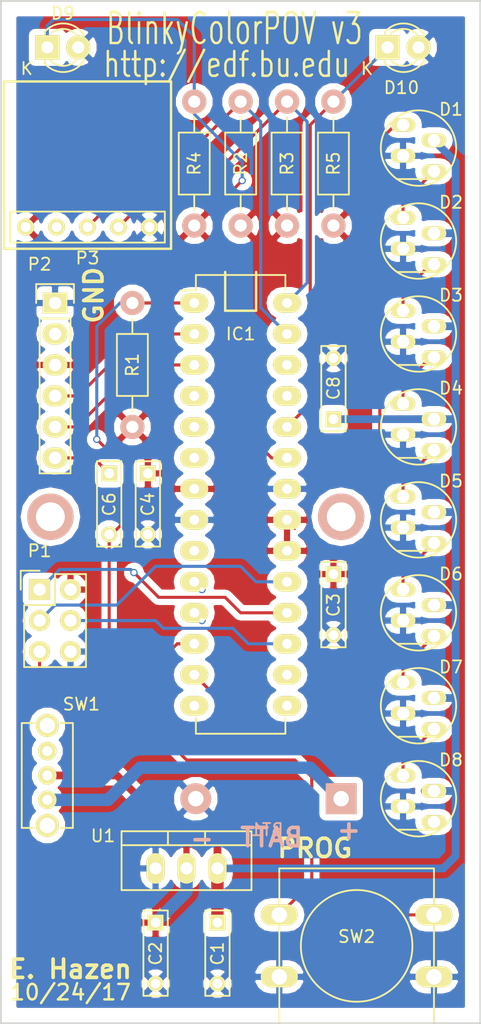
<source format=kicad_pcb>
(kicad_pcb (version 4) (host pcbnew 4.0.6-e0-6349~53~ubuntu16.04.1)

  (general
    (links 76)
    (no_connects 1)
    (area 41.215 65.964999 82.625001 150.135001)
    (thickness 1.6)
    (drawings 20)
    (tracks 156)
    (zones 0)
    (modules 29)
    (nets 39)
  )

  (page A4)
  (layers
    (0 F.Cu signal hide)
    (31 B.Cu signal)
    (32 B.Adhes user)
    (33 F.Adhes user)
    (34 B.Paste user)
    (35 F.Paste user)
    (36 B.SilkS user)
    (37 F.SilkS user)
    (38 B.Mask user)
    (39 F.Mask user)
    (40 Dwgs.User user)
    (41 Cmts.User user)
    (42 Eco1.User user)
    (43 Eco2.User user)
    (44 Edge.Cuts user)
    (45 Margin user)
    (46 B.CrtYd user)
    (47 F.CrtYd user)
    (48 B.Fab user)
    (49 F.Fab user)
  )

  (setup
    (last_trace_width 0.635)
    (user_trace_width 0.1524)
    (user_trace_width 0.254)
    (user_trace_width 0.635)
    (user_trace_width 1.016)
    (trace_clearance 0.2)
    (zone_clearance 0.508)
    (zone_45_only no)
    (trace_min 0.1524)
    (segment_width 0.2)
    (edge_width 0.15)
    (via_size 0.6)
    (via_drill 0.4)
    (via_min_size 0.4)
    (via_min_drill 0.3)
    (uvia_size 0.3)
    (uvia_drill 0.1)
    (uvias_allowed no)
    (uvia_min_size 0)
    (uvia_min_drill 0)
    (pcb_text_width 0.3)
    (pcb_text_size 1.5 1.5)
    (mod_edge_width 0.15)
    (mod_text_size 1 1)
    (mod_text_width 0.15)
    (pad_size 2.032 1.7272)
    (pad_drill 1.016)
    (pad_to_mask_clearance 0.2)
    (aux_axis_origin 0 0)
    (visible_elements FFFEFF3F)
    (pcbplotparams
      (layerselection 0x010f0_80000001)
      (usegerberextensions false)
      (excludeedgelayer true)
      (linewidth 0.100000)
      (plotframeref false)
      (viasonmask false)
      (mode 1)
      (useauxorigin false)
      (hpglpennumber 1)
      (hpglpenspeed 20)
      (hpglpendiameter 15)
      (hpglpenoverlay 2)
      (psnegative false)
      (psa4output false)
      (plotreference true)
      (plotvalue true)
      (plotinvisibletext false)
      (padsonsilk false)
      (subtractmaskfromsilk false)
      (outputformat 1)
      (mirror false)
      (drillshape 0)
      (scaleselection 1)
      (outputdirectory gerber/))
  )

  (net 0 "")
  (net 1 GND)
  (net 2 +3V3)
  (net 3 +5V)
  (net 4 "Net-(D9-Pad1)")
  (net 5 "Net-(D10-Pad1)")
  (net 6 "Net-(IC1-Pad2)")
  (net 7 "Net-(IC1-Pad3)")
  (net 8 "Net-(IC1-Pad4)")
  (net 9 "Net-(IC1-Pad5)")
  (net 10 "Net-(IC1-Pad6)")
  (net 11 "Net-(IC1-Pad9)")
  (net 12 "Net-(IC1-Pad10)")
  (net 13 "Net-(IC1-Pad11)")
  (net 14 "Net-(IC1-Pad12)")
  (net 15 "Net-(IC1-Pad14)")
  (net 16 "Net-(IC1-Pad15)")
  (net 17 "Net-(IC1-Pad16)")
  (net 18 "Net-(IC1-Pad17)")
  (net 19 "Net-(IC1-Pad18)")
  (net 20 "Net-(IC1-Pad19)")
  (net 21 "Net-(IC1-Pad25)")
  (net 22 "Net-(IC1-Pad26)")
  (net 23 "Net-(IC1-Pad27)")
  (net 24 "Net-(IC1-Pad28)")
  (net 25 "Net-(P2-Pad2)")
  (net 26 "Net-(BT1-Pad1)")
  (net 27 "Net-(C6-Pad1)")
  (net 28 "Net-(C6-Pad2)")
  (net 29 "Net-(D1-Pad1)")
  (net 30 "Net-(D1-Pad4)")
  (net 31 "Net-(D2-Pad4)")
  (net 32 "Net-(D3-Pad4)")
  (net 33 "Net-(D4-Pad4)")
  (net 34 "Net-(D5-Pad4)")
  (net 35 "Net-(D6-Pad4)")
  (net 36 "Net-(D7-Pad4)")
  (net 37 "Net-(D8-Pad4)")
  (net 38 "Net-(P3-Pad2)")

  (net_class Default "This is the default net class."
    (clearance 0.2)
    (trace_width 0.25)
    (via_dia 0.6)
    (via_drill 0.4)
    (uvia_dia 0.3)
    (uvia_drill 0.1)
    (add_net +3V3)
    (add_net +5V)
    (add_net GND)
    (add_net "Net-(BT1-Pad1)")
    (add_net "Net-(C6-Pad1)")
    (add_net "Net-(C6-Pad2)")
    (add_net "Net-(D1-Pad1)")
    (add_net "Net-(D1-Pad4)")
    (add_net "Net-(D10-Pad1)")
    (add_net "Net-(D2-Pad4)")
    (add_net "Net-(D3-Pad4)")
    (add_net "Net-(D4-Pad4)")
    (add_net "Net-(D5-Pad4)")
    (add_net "Net-(D6-Pad4)")
    (add_net "Net-(D7-Pad4)")
    (add_net "Net-(D8-Pad4)")
    (add_net "Net-(D9-Pad1)")
    (add_net "Net-(IC1-Pad10)")
    (add_net "Net-(IC1-Pad11)")
    (add_net "Net-(IC1-Pad12)")
    (add_net "Net-(IC1-Pad14)")
    (add_net "Net-(IC1-Pad15)")
    (add_net "Net-(IC1-Pad16)")
    (add_net "Net-(IC1-Pad17)")
    (add_net "Net-(IC1-Pad18)")
    (add_net "Net-(IC1-Pad19)")
    (add_net "Net-(IC1-Pad2)")
    (add_net "Net-(IC1-Pad25)")
    (add_net "Net-(IC1-Pad26)")
    (add_net "Net-(IC1-Pad27)")
    (add_net "Net-(IC1-Pad28)")
    (add_net "Net-(IC1-Pad3)")
    (add_net "Net-(IC1-Pad4)")
    (add_net "Net-(IC1-Pad5)")
    (add_net "Net-(IC1-Pad6)")
    (add_net "Net-(IC1-Pad9)")
    (add_net "Net-(P2-Pad2)")
    (add_net "Net-(P3-Pad2)")
  )

  (module mod:AAA_batterypack (layer B.Cu) (tedit 580E4230) (tstamp 563952D7)
    (at 71.12 131.445 180)
    (descr "Bornier d'alimentation 2 pins")
    (tags DEV)
    (path /56396523)
    (fp_text reference BT1 (at 6.096 -2.54 360) (layer B.SilkS)
      (effects (font (size 1 1) (thickness 0.15)) (justify mirror))
    )
    (fp_text value Battery (at 0 -5.08 180) (layer B.Fab)
      (effects (font (size 1 1) (thickness 0.15)) (justify mirror))
    )
    (pad 1 thru_hole rect (at 0 0 180) (size 2.54 2.54) (drill 1.27) (layers *.Cu *.Mask B.SilkS)
      (net 26 "Net-(BT1-Pad1)"))
    (pad 2 thru_hole circle (at 11.938 0 180) (size 2.54 2.54) (drill 1.27) (layers *.Cu *.Mask B.SilkS)
      (net 1 GND))
    (pad 3 thru_hole oval (at 0 23.114 180) (size 3.81 3.81) (drill 2.3622) (layers *.Cu *.Mask B.SilkS))
    (pad 4 thru_hole oval (at 23.876 23.114 180) (size 3.81 3.81) (drill 2.3622) (layers *.Cu *.Mask B.SilkS))
    (model Connect.3dshapes/bornier2.wrl
      (at (xyz 0 0 0))
      (scale (xyz 1 1 1))
      (rotate (xyz 0 0 0))
    )
  )

  (module Capacitors_ThroughHole:C_Rect_L7_W2_P5 (layer F.Cu) (tedit 563A1270) (tstamp 563952E5)
    (at 60.96 141.605 270)
    (descr "Film Capacitor Length 7 x Width 2mm, Pitch 5mm")
    (tags Capacitor)
    (path /56397047)
    (fp_text reference C1 (at 2.54 0 270) (layer F.SilkS)
      (effects (font (size 1 1) (thickness 0.15)))
    )
    (fp_text value 100nF (at 2.5 2.5 270) (layer F.Fab)
      (effects (font (size 1 1) (thickness 0.15)))
    )
    (fp_line (start -1.25 -1.25) (end 6.25 -1.25) (layer F.CrtYd) (width 0.05))
    (fp_line (start 6.25 -1.25) (end 6.25 1.25) (layer F.CrtYd) (width 0.05))
    (fp_line (start 6.25 1.25) (end -1.25 1.25) (layer F.CrtYd) (width 0.05))
    (fp_line (start -1.25 1.25) (end -1.25 -1.25) (layer F.CrtYd) (width 0.05))
    (fp_line (start -1 -1) (end 6 -1) (layer F.SilkS) (width 0.15))
    (fp_line (start 6 -1) (end 6 1) (layer F.SilkS) (width 0.15))
    (fp_line (start 6 1) (end -1 1) (layer F.SilkS) (width 0.15))
    (fp_line (start -1 1) (end -1 -1) (layer F.SilkS) (width 0.15))
    (pad 1 thru_hole rect (at 0 0 270) (size 1.3 1.3) (drill 0.8) (layers *.Cu *.Mask F.SilkS)
      (net 3 +5V))
    (pad 2 thru_hole circle (at 5 0 270) (size 1.3 1.3) (drill 0.8) (layers *.Cu *.Mask F.SilkS)
      (net 1 GND))
    (model Capacitors_ThroughHole.3dshapes/C_Rect_L7_W2_P5.wrl
      (at (xyz 0.098425 0 0))
      (scale (xyz 1 1 1))
      (rotate (xyz 0 0 0))
    )
  )

  (module Capacitors_ThroughHole:C_Rect_L7_W2_P5 (layer F.Cu) (tedit 580E4493) (tstamp 563952F3)
    (at 55.88 141.605 270)
    (descr "Film Capacitor Length 7 x Width 2mm, Pitch 5mm")
    (tags Capacitor)
    (path /56396F26)
    (fp_text reference C2 (at 2.54 0 270) (layer F.SilkS)
      (effects (font (size 1 1) (thickness 0.15)))
    )
    (fp_text value 100nF (at 2.5 2.5 270) (layer F.Fab)
      (effects (font (size 1 1) (thickness 0.15)))
    )
    (fp_line (start -1.25 -1.25) (end 6.25 -1.25) (layer F.CrtYd) (width 0.05))
    (fp_line (start 6.25 -1.25) (end 6.25 1.25) (layer F.CrtYd) (width 0.05))
    (fp_line (start 6.25 1.25) (end -1.25 1.25) (layer F.CrtYd) (width 0.05))
    (fp_line (start -1.25 1.25) (end -1.25 -1.25) (layer F.CrtYd) (width 0.05))
    (fp_line (start -1 -1) (end 6 -1) (layer F.SilkS) (width 0.15))
    (fp_line (start 6 -1) (end 6 1) (layer F.SilkS) (width 0.15))
    (fp_line (start 6 1) (end -1 1) (layer F.SilkS) (width 0.15))
    (fp_line (start -1 1) (end -1 -1) (layer F.SilkS) (width 0.15))
    (pad 1 thru_hole rect (at 0 0 270) (size 1.3 1.3) (drill 0.8) (layers *.Cu *.Mask F.SilkS)
      (net 2 +3V3))
    (pad 2 thru_hole circle (at 5 0 270) (size 1.3 1.3) (drill 0.8) (layers *.Cu *.Mask F.SilkS)
      (net 1 GND))
    (model Capacitors_ThroughHole.3dshapes/C_Rect_L7_W2_P5.wrl
      (at (xyz 0.098425 0 0))
      (scale (xyz 1 1 1))
      (rotate (xyz 0 0 0))
    )
  )

  (module Capacitors_ThroughHole:C_Rect_L7_W2_P5 (layer F.Cu) (tedit 563A1254) (tstamp 56395301)
    (at 70.485 113.03 270)
    (descr "Film Capacitor Length 7 x Width 2mm, Pitch 5mm")
    (tags Capacitor)
    (path /56393BAF)
    (fp_text reference C3 (at 2.54 0 270) (layer F.SilkS)
      (effects (font (size 1 1) (thickness 0.15)))
    )
    (fp_text value 100nF (at 2.5 2.5 270) (layer F.Fab)
      (effects (font (size 1 1) (thickness 0.15)))
    )
    (fp_line (start -1.25 -1.25) (end 6.25 -1.25) (layer F.CrtYd) (width 0.05))
    (fp_line (start 6.25 -1.25) (end 6.25 1.25) (layer F.CrtYd) (width 0.05))
    (fp_line (start 6.25 1.25) (end -1.25 1.25) (layer F.CrtYd) (width 0.05))
    (fp_line (start -1.25 1.25) (end -1.25 -1.25) (layer F.CrtYd) (width 0.05))
    (fp_line (start -1 -1) (end 6 -1) (layer F.SilkS) (width 0.15))
    (fp_line (start 6 -1) (end 6 1) (layer F.SilkS) (width 0.15))
    (fp_line (start 6 1) (end -1 1) (layer F.SilkS) (width 0.15))
    (fp_line (start -1 1) (end -1 -1) (layer F.SilkS) (width 0.15))
    (pad 1 thru_hole rect (at 0 0 270) (size 1.3 1.3) (drill 0.8) (layers *.Cu *.Mask F.SilkS)
      (net 2 +3V3))
    (pad 2 thru_hole circle (at 5 0 270) (size 1.3 1.3) (drill 0.8) (layers *.Cu *.Mask F.SilkS)
      (net 1 GND))
    (model Capacitors_ThroughHole.3dshapes/C_Rect_L7_W2_P5.wrl
      (at (xyz 0.098425 0 0))
      (scale (xyz 1 1 1))
      (rotate (xyz 0 0 0))
    )
  )

  (module Capacitors_ThroughHole:C_Rect_L7_W2_P5 (layer F.Cu) (tedit 563A1257) (tstamp 5639530F)
    (at 55.245 104.775 270)
    (descr "Film Capacitor Length 7 x Width 2mm, Pitch 5mm")
    (tags Capacitor)
    (path /56393B2C)
    (fp_text reference C4 (at 2.54 0 270) (layer F.SilkS)
      (effects (font (size 1 1) (thickness 0.15)))
    )
    (fp_text value 100nF (at 2.5 2.5 270) (layer F.Fab)
      (effects (font (size 1 1) (thickness 0.15)))
    )
    (fp_line (start -1.25 -1.25) (end 6.25 -1.25) (layer F.CrtYd) (width 0.05))
    (fp_line (start 6.25 -1.25) (end 6.25 1.25) (layer F.CrtYd) (width 0.05))
    (fp_line (start 6.25 1.25) (end -1.25 1.25) (layer F.CrtYd) (width 0.05))
    (fp_line (start -1.25 1.25) (end -1.25 -1.25) (layer F.CrtYd) (width 0.05))
    (fp_line (start -1 -1) (end 6 -1) (layer F.SilkS) (width 0.15))
    (fp_line (start 6 -1) (end 6 1) (layer F.SilkS) (width 0.15))
    (fp_line (start 6 1) (end -1 1) (layer F.SilkS) (width 0.15))
    (fp_line (start -1 1) (end -1 -1) (layer F.SilkS) (width 0.15))
    (pad 1 thru_hole rect (at 0 0 270) (size 1.3 1.3) (drill 0.8) (layers *.Cu *.Mask F.SilkS)
      (net 2 +3V3))
    (pad 2 thru_hole circle (at 5 0 270) (size 1.3 1.3) (drill 0.8) (layers *.Cu *.Mask F.SilkS)
      (net 1 GND))
    (model Capacitors_ThroughHole.3dshapes/C_Rect_L7_W2_P5.wrl
      (at (xyz 0.098425 0 0))
      (scale (xyz 1 1 1))
      (rotate (xyz 0 0 0))
    )
  )

  (module Capacitors_ThroughHole:C_Rect_L7_W2_P5 (layer F.Cu) (tedit 580E4475) (tstamp 56395347)
    (at 70.485 100.33 90)
    (descr "Film Capacitor Length 7 x Width 2mm, Pitch 5mm")
    (tags Capacitor)
    (path /563A10B9)
    (fp_text reference C8 (at 2.54 0 90) (layer F.SilkS)
      (effects (font (size 1 1) (thickness 0.15)))
    )
    (fp_text value 1uF (at 2.5 2.5 90) (layer F.Fab)
      (effects (font (size 1 1) (thickness 0.15)))
    )
    (fp_line (start -1.25 -1.25) (end 6.25 -1.25) (layer F.CrtYd) (width 0.05))
    (fp_line (start 6.25 -1.25) (end 6.25 1.25) (layer F.CrtYd) (width 0.05))
    (fp_line (start 6.25 1.25) (end -1.25 1.25) (layer F.CrtYd) (width 0.05))
    (fp_line (start -1.25 1.25) (end -1.25 -1.25) (layer F.CrtYd) (width 0.05))
    (fp_line (start -1 -1) (end 6 -1) (layer F.SilkS) (width 0.15))
    (fp_line (start 6 -1) (end 6 1) (layer F.SilkS) (width 0.15))
    (fp_line (start 6 1) (end -1 1) (layer F.SilkS) (width 0.15))
    (fp_line (start -1 1) (end -1 -1) (layer F.SilkS) (width 0.15))
    (pad 1 thru_hole rect (at 0 0 90) (size 1.3 1.3) (drill 0.8) (layers *.Cu *.Mask F.SilkS)
      (net 3 +5V))
    (pad 2 thru_hole circle (at 5 0 90) (size 1.3 1.3) (drill 0.8) (layers *.Cu *.Mask F.SilkS)
      (net 1 GND))
    (model Capacitors_ThroughHole.3dshapes/C_Rect_L7_W2_P5.wrl
      (at (xyz 0.098425 0 0))
      (scale (xyz 1 1 1))
      (rotate (xyz 0 0 0))
    )
  )

  (module Housings_DIP:DIP-28_W7.62mm_LongPads (layer F.Cu) (tedit 563A106B) (tstamp 563953B3)
    (at 59.055 90.805)
    (descr "28-lead dip package, row spacing 7.62 mm (300 mils), longer pads")
    (tags "dil dip 2.54 300")
    (path /563920C1)
    (fp_text reference IC1 (at 3.81 2.54) (layer F.SilkS)
      (effects (font (size 1 1) (thickness 0.15)))
    )
    (fp_text value ATMEGA328-P (at 0 -3.72) (layer F.Fab)
      (effects (font (size 1 1) (thickness 0.15)))
    )
    (fp_line (start -1.4 -2.45) (end -1.4 35.5) (layer F.CrtYd) (width 0.05))
    (fp_line (start 9 -2.45) (end 9 35.5) (layer F.CrtYd) (width 0.05))
    (fp_line (start -1.4 -2.45) (end 9 -2.45) (layer F.CrtYd) (width 0.05))
    (fp_line (start -1.4 35.5) (end 9 35.5) (layer F.CrtYd) (width 0.05))
    (fp_line (start 0.135 -2.295) (end 0.135 -1.025) (layer F.SilkS) (width 0.15))
    (fp_line (start 7.485 -2.295) (end 7.485 -1.025) (layer F.SilkS) (width 0.15))
    (fp_line (start 7.485 35.315) (end 7.485 34.045) (layer F.SilkS) (width 0.15))
    (fp_line (start 0.135 35.315) (end 0.135 34.045) (layer F.SilkS) (width 0.15))
    (fp_line (start 0.135 -2.295) (end 7.485 -2.295) (layer F.SilkS) (width 0.15))
    (fp_line (start 0.135 35.315) (end 7.485 35.315) (layer F.SilkS) (width 0.15))
    (fp_line (start 0.135 -1.025) (end -1.15 -1.025) (layer F.SilkS) (width 0.15))
    (pad 1 thru_hole oval (at 0 0) (size 2.3 1.6) (drill 0.8) (layers *.Cu *.Mask F.SilkS)
      (net 28 "Net-(C6-Pad2)"))
    (pad 2 thru_hole oval (at 0 2.54) (size 2.3 1.6) (drill 0.8) (layers *.Cu *.Mask F.SilkS)
      (net 6 "Net-(IC1-Pad2)"))
    (pad 3 thru_hole oval (at 0 5.08) (size 2.3 1.6) (drill 0.8) (layers *.Cu *.Mask F.SilkS)
      (net 7 "Net-(IC1-Pad3)"))
    (pad 4 thru_hole oval (at 0 7.62) (size 2.3 1.6) (drill 0.8) (layers *.Cu *.Mask F.SilkS)
      (net 8 "Net-(IC1-Pad4)"))
    (pad 5 thru_hole oval (at 0 10.16) (size 2.3 1.6) (drill 0.8) (layers *.Cu *.Mask F.SilkS)
      (net 9 "Net-(IC1-Pad5)"))
    (pad 6 thru_hole oval (at 0 12.7) (size 2.3 1.6) (drill 0.8) (layers *.Cu *.Mask F.SilkS)
      (net 10 "Net-(IC1-Pad6)"))
    (pad 7 thru_hole oval (at 0 15.24) (size 2.3 1.6) (drill 0.8) (layers *.Cu *.Mask F.SilkS)
      (net 2 +3V3))
    (pad 8 thru_hole oval (at 0 17.78) (size 2.3 1.6) (drill 0.8) (layers *.Cu *.Mask F.SilkS)
      (net 1 GND))
    (pad 9 thru_hole oval (at 0 20.32) (size 2.3 1.6) (drill 0.8) (layers *.Cu *.Mask F.SilkS)
      (net 11 "Net-(IC1-Pad9)"))
    (pad 10 thru_hole oval (at 0 22.86) (size 2.3 1.6) (drill 0.8) (layers *.Cu *.Mask F.SilkS)
      (net 12 "Net-(IC1-Pad10)"))
    (pad 11 thru_hole oval (at 0 25.4) (size 2.3 1.6) (drill 0.8) (layers *.Cu *.Mask F.SilkS)
      (net 13 "Net-(IC1-Pad11)"))
    (pad 12 thru_hole oval (at 0 27.94) (size 2.3 1.6) (drill 0.8) (layers *.Cu *.Mask F.SilkS)
      (net 14 "Net-(IC1-Pad12)"))
    (pad 13 thru_hole oval (at 0 30.48) (size 2.3 1.6) (drill 0.8) (layers *.Cu *.Mask F.SilkS)
      (net 29 "Net-(D1-Pad1)"))
    (pad 14 thru_hole oval (at 0 33.02) (size 2.3 1.6) (drill 0.8) (layers *.Cu *.Mask F.SilkS)
      (net 15 "Net-(IC1-Pad14)"))
    (pad 15 thru_hole oval (at 7.62 33.02) (size 2.3 1.6) (drill 0.8) (layers *.Cu *.Mask F.SilkS)
      (net 16 "Net-(IC1-Pad15)"))
    (pad 16 thru_hole oval (at 7.62 30.48) (size 2.3 1.6) (drill 0.8) (layers *.Cu *.Mask F.SilkS)
      (net 17 "Net-(IC1-Pad16)"))
    (pad 17 thru_hole oval (at 7.62 27.94) (size 2.3 1.6) (drill 0.8) (layers *.Cu *.Mask F.SilkS)
      (net 18 "Net-(IC1-Pad17)"))
    (pad 18 thru_hole oval (at 7.62 25.4) (size 2.3 1.6) (drill 0.8) (layers *.Cu *.Mask F.SilkS)
      (net 19 "Net-(IC1-Pad18)"))
    (pad 19 thru_hole oval (at 7.62 22.86) (size 2.3 1.6) (drill 0.8) (layers *.Cu *.Mask F.SilkS)
      (net 20 "Net-(IC1-Pad19)"))
    (pad 20 thru_hole oval (at 7.62 20.32) (size 2.3 1.6) (drill 0.8) (layers *.Cu *.Mask F.SilkS)
      (net 2 +3V3))
    (pad 21 thru_hole oval (at 7.62 17.78) (size 2.3 1.6) (drill 0.8) (layers *.Cu *.Mask F.SilkS)
      (net 2 +3V3))
    (pad 22 thru_hole oval (at 7.62 15.24) (size 2.3 1.6) (drill 0.8) (layers *.Cu *.Mask F.SilkS)
      (net 1 GND))
    (pad 23 thru_hole oval (at 7.62 12.7) (size 2.3 1.6) (drill 0.8) (layers *.Cu *.Mask F.SilkS)
      (net 4 "Net-(D9-Pad1)"))
    (pad 24 thru_hole oval (at 7.62 10.16) (size 2.3 1.6) (drill 0.8) (layers *.Cu *.Mask F.SilkS)
      (net 5 "Net-(D10-Pad1)"))
    (pad 25 thru_hole oval (at 7.62 7.62) (size 2.3 1.6) (drill 0.8) (layers *.Cu *.Mask F.SilkS)
      (net 21 "Net-(IC1-Pad25)"))
    (pad 26 thru_hole oval (at 7.62 5.08) (size 2.3 1.6) (drill 0.8) (layers *.Cu *.Mask F.SilkS)
      (net 22 "Net-(IC1-Pad26)"))
    (pad 27 thru_hole oval (at 7.62 2.54) (size 2.3 1.6) (drill 0.8) (layers *.Cu *.Mask F.SilkS)
      (net 23 "Net-(IC1-Pad27)"))
    (pad 28 thru_hole oval (at 7.62 0) (size 2.3 1.6) (drill 0.8) (layers *.Cu *.Mask F.SilkS)
      (net 24 "Net-(IC1-Pad28)"))
    (model Housings_DIP.3dshapes/DIP-28_W7.62mm_LongPads.wrl
      (at (xyz 0 0 0))
      (scale (xyz 1 1 1))
      (rotate (xyz 0 0 0))
    )
  )

  (module Pin_Headers:Pin_Header_Straight_2x03 (layer F.Cu) (tedit 563A125A) (tstamp 563953BD)
    (at 46.355 114.3)
    (descr "Through hole pin header")
    (tags "pin header")
    (path /5639440D)
    (fp_text reference P1 (at 0 -3.175) (layer F.SilkS)
      (effects (font (size 1 1) (thickness 0.15)))
    )
    (fp_text value CONN_02X03 (at 0 -3.1) (layer F.Fab)
      (effects (font (size 1 1) (thickness 0.15)))
    )
    (fp_line (start -1.27 1.27) (end -1.27 6.35) (layer F.SilkS) (width 0.15))
    (fp_line (start -1.55 -1.55) (end 0 -1.55) (layer F.SilkS) (width 0.15))
    (fp_line (start -1.75 -1.75) (end -1.75 6.85) (layer F.CrtYd) (width 0.05))
    (fp_line (start 4.3 -1.75) (end 4.3 6.85) (layer F.CrtYd) (width 0.05))
    (fp_line (start -1.75 -1.75) (end 4.3 -1.75) (layer F.CrtYd) (width 0.05))
    (fp_line (start -1.75 6.85) (end 4.3 6.85) (layer F.CrtYd) (width 0.05))
    (fp_line (start 1.27 -1.27) (end 1.27 1.27) (layer F.SilkS) (width 0.15))
    (fp_line (start 1.27 1.27) (end -1.27 1.27) (layer F.SilkS) (width 0.15))
    (fp_line (start -1.27 6.35) (end 3.81 6.35) (layer F.SilkS) (width 0.15))
    (fp_line (start 3.81 6.35) (end 3.81 1.27) (layer F.SilkS) (width 0.15))
    (fp_line (start -1.55 -1.55) (end -1.55 0) (layer F.SilkS) (width 0.15))
    (fp_line (start 3.81 -1.27) (end 1.27 -1.27) (layer F.SilkS) (width 0.15))
    (fp_line (start 3.81 1.27) (end 3.81 -1.27) (layer F.SilkS) (width 0.15))
    (pad 1 thru_hole rect (at 0 0) (size 1.7272 1.7272) (drill 1.016) (layers *.Cu *.Mask F.SilkS)
      (net 19 "Net-(IC1-Pad18)"))
    (pad 2 thru_hole oval (at 2.54 0) (size 1.7272 1.7272) (drill 1.016) (layers *.Cu *.Mask F.SilkS)
      (net 2 +3V3))
    (pad 3 thru_hole oval (at 0 2.54) (size 1.7272 1.7272) (drill 1.016) (layers *.Cu *.Mask F.SilkS)
      (net 20 "Net-(IC1-Pad19)"))
    (pad 4 thru_hole oval (at 2.54 2.54) (size 1.7272 1.7272) (drill 1.016) (layers *.Cu *.Mask F.SilkS)
      (net 18 "Net-(IC1-Pad17)"))
    (pad 5 thru_hole oval (at 0 5.08) (size 1.7272 1.7272) (drill 1.016) (layers *.Cu *.Mask F.SilkS)
      (net 28 "Net-(C6-Pad2)"))
    (pad 6 thru_hole oval (at 2.54 5.08) (size 1.7272 1.7272) (drill 1.016) (layers *.Cu *.Mask F.SilkS)
      (net 1 GND))
    (model Pin_Headers.3dshapes/Pin_Header_Straight_2x03.wrl
      (at (xyz 0.05 -0.1 0))
      (scale (xyz 1 1 1))
      (rotate (xyz 0 0 90))
    )
  )

  (module Pin_Headers:Pin_Header_Straight_1x06 (layer F.Cu) (tedit 564A78B4) (tstamp 563953C7)
    (at 47.625 90.805)
    (descr "Through hole pin header")
    (tags "pin header")
    (path /56394EFA)
    (fp_text reference P2 (at -1.27 -3.175) (layer F.SilkS)
      (effects (font (size 1 1) (thickness 0.15)))
    )
    (fp_text value CONN_01X06 (at 0 -3.1) (layer F.Fab)
      (effects (font (size 1 1) (thickness 0.15)))
    )
    (fp_line (start -1.75 -1.75) (end -1.75 14.45) (layer F.CrtYd) (width 0.05))
    (fp_line (start 1.75 -1.75) (end 1.75 14.45) (layer F.CrtYd) (width 0.05))
    (fp_line (start -1.75 -1.75) (end 1.75 -1.75) (layer F.CrtYd) (width 0.05))
    (fp_line (start -1.75 14.45) (end 1.75 14.45) (layer F.CrtYd) (width 0.05))
    (fp_line (start 1.27 1.27) (end 1.27 13.97) (layer F.SilkS) (width 0.15))
    (fp_line (start 1.27 13.97) (end -1.27 13.97) (layer F.SilkS) (width 0.15))
    (fp_line (start -1.27 13.97) (end -1.27 1.27) (layer F.SilkS) (width 0.15))
    (fp_line (start 1.55 -1.55) (end 1.55 0) (layer F.SilkS) (width 0.15))
    (fp_line (start 1.27 1.27) (end -1.27 1.27) (layer F.SilkS) (width 0.15))
    (fp_line (start -1.55 0) (end -1.55 -1.55) (layer F.SilkS) (width 0.15))
    (fp_line (start -1.55 -1.55) (end 1.55 -1.55) (layer F.SilkS) (width 0.15))
    (pad 1 thru_hole rect (at 0 0) (size 2.032 1.7272) (drill 1.016) (layers *.Cu *.Mask F.SilkS)
      (net 1 GND))
    (pad 2 thru_hole oval (at 0 2.54) (size 2.032 1.7272) (drill 1.016) (layers *.Cu *.Mask F.SilkS)
      (net 25 "Net-(P2-Pad2)"))
    (pad 3 thru_hole oval (at 0 5.08) (size 2.032 1.7272) (drill 1.016) (layers *.Cu *.Mask F.SilkS)
      (net 2 +3V3))
    (pad 4 thru_hole oval (at 0 7.62) (size 2.032 1.7272) (drill 1.016) (layers *.Cu *.Mask F.SilkS)
      (net 6 "Net-(IC1-Pad2)"))
    (pad 5 thru_hole oval (at 0 10.16) (size 2.032 1.7272) (drill 1.016) (layers *.Cu *.Mask F.SilkS)
      (net 7 "Net-(IC1-Pad3)"))
    (pad 6 thru_hole oval (at 0 12.7) (size 2.032 1.7272) (drill 1.016) (layers *.Cu *.Mask F.SilkS)
      (net 27 "Net-(C6-Pad1)"))
    (model Pin_Headers.3dshapes/Pin_Header_Straight_1x06.wrl
      (at (xyz 0 -0.25 0))
      (scale (xyz 1 1 1))
      (rotate (xyz 0 0 90))
    )
  )

  (module Resistors_ThroughHole:Resistor_Horizontal_RM10mm (layer F.Cu) (tedit 563A2A28) (tstamp 563953CD)
    (at 53.975 95.885 90)
    (descr "Resistor, Axial,  RM 10mm, 1/3W,")
    (tags "Resistor, Axial, RM 10mm, 1/3W,")
    (path /5639472F)
    (fp_text reference R1 (at 0 0 90) (layer F.SilkS)
      (effects (font (size 1 1) (thickness 0.15)))
    )
    (fp_text value 10k (at 3.81 3.81 90) (layer F.Fab)
      (effects (font (size 1 1) (thickness 0.15)))
    )
    (fp_line (start -2.54 -1.27) (end 2.54 -1.27) (layer F.SilkS) (width 0.15))
    (fp_line (start 2.54 -1.27) (end 2.54 1.27) (layer F.SilkS) (width 0.15))
    (fp_line (start 2.54 1.27) (end -2.54 1.27) (layer F.SilkS) (width 0.15))
    (fp_line (start -2.54 1.27) (end -2.54 -1.27) (layer F.SilkS) (width 0.15))
    (fp_line (start -2.54 0) (end -3.81 0) (layer F.SilkS) (width 0.15))
    (fp_line (start 2.54 0) (end 3.81 0) (layer F.SilkS) (width 0.15))
    (pad 1 thru_hole circle (at -5.08 0 90) (size 1.99898 1.99898) (drill 1.00076) (layers *.Cu *.SilkS *.Mask)
      (net 2 +3V3))
    (pad 2 thru_hole circle (at 5.08 0 90) (size 1.99898 1.99898) (drill 1.00076) (layers *.Cu *.SilkS *.Mask)
      (net 28 "Net-(C6-Pad2)"))
    (model Resistors_ThroughHole.3dshapes/Resistor_Horizontal_RM10mm.wrl
      (at (xyz 0 0 0))
      (scale (xyz 0.4 0.4 0.4))
      (rotate (xyz 0 0 0))
    )
  )

  (module Resistors_ThroughHole:Resistor_Horizontal_RM10mm (layer F.Cu) (tedit 563A10D8) (tstamp 563953D3)
    (at 62.865 79.375 270)
    (descr "Resistor, Axial,  RM 10mm, 1/3W,")
    (tags "Resistor, Axial, RM 10mm, 1/3W,")
    (path /563936D1)
    (fp_text reference R2 (at 0 0 270) (layer F.SilkS)
      (effects (font (size 1 1) (thickness 0.15)))
    )
    (fp_text value 10k (at 3.81 3.81 270) (layer F.Fab)
      (effects (font (size 1 1) (thickness 0.15)))
    )
    (fp_line (start -2.54 -1.27) (end 2.54 -1.27) (layer F.SilkS) (width 0.15))
    (fp_line (start 2.54 -1.27) (end 2.54 1.27) (layer F.SilkS) (width 0.15))
    (fp_line (start 2.54 1.27) (end -2.54 1.27) (layer F.SilkS) (width 0.15))
    (fp_line (start -2.54 1.27) (end -2.54 -1.27) (layer F.SilkS) (width 0.15))
    (fp_line (start -2.54 0) (end -3.81 0) (layer F.SilkS) (width 0.15))
    (fp_line (start 2.54 0) (end 3.81 0) (layer F.SilkS) (width 0.15))
    (pad 1 thru_hole circle (at -5.08 0 270) (size 1.99898 1.99898) (drill 1.00076) (layers *.Cu *.SilkS *.Mask)
      (net 23 "Net-(IC1-Pad27)"))
    (pad 2 thru_hole circle (at 5.08 0 270) (size 1.99898 1.99898) (drill 1.00076) (layers *.Cu *.SilkS *.Mask)
      (net 2 +3V3))
    (model Resistors_ThroughHole.3dshapes/Resistor_Horizontal_RM10mm.wrl
      (at (xyz 0 0 0))
      (scale (xyz 0.4 0.4 0.4))
      (rotate (xyz 0 0 0))
    )
  )

  (module Resistors_ThroughHole:Resistor_Horizontal_RM10mm (layer F.Cu) (tedit 563A1311) (tstamp 563953D9)
    (at 66.675 79.375 90)
    (descr "Resistor, Axial,  RM 10mm, 1/3W,")
    (tags "Resistor, Axial, RM 10mm, 1/3W,")
    (path /5639371C)
    (fp_text reference R3 (at 0 0 90) (layer F.SilkS)
      (effects (font (size 1 1) (thickness 0.15)))
    )
    (fp_text value 10k (at 3.81 3.81 90) (layer F.Fab)
      (effects (font (size 1 1) (thickness 0.15)))
    )
    (fp_line (start -2.54 -1.27) (end 2.54 -1.27) (layer F.SilkS) (width 0.15))
    (fp_line (start 2.54 -1.27) (end 2.54 1.27) (layer F.SilkS) (width 0.15))
    (fp_line (start 2.54 1.27) (end -2.54 1.27) (layer F.SilkS) (width 0.15))
    (fp_line (start -2.54 1.27) (end -2.54 -1.27) (layer F.SilkS) (width 0.15))
    (fp_line (start -2.54 0) (end -3.81 0) (layer F.SilkS) (width 0.15))
    (fp_line (start 2.54 0) (end 3.81 0) (layer F.SilkS) (width 0.15))
    (pad 1 thru_hole circle (at -5.08 0 90) (size 1.99898 1.99898) (drill 1.00076) (layers *.Cu *.SilkS *.Mask)
      (net 2 +3V3))
    (pad 2 thru_hole circle (at 5.08 0 90) (size 1.99898 1.99898) (drill 1.00076) (layers *.Cu *.SilkS *.Mask)
      (net 24 "Net-(IC1-Pad28)"))
    (model Resistors_ThroughHole.3dshapes/Resistor_Horizontal_RM10mm.wrl
      (at (xyz 0 0 0))
      (scale (xyz 0.4 0.4 0.4))
      (rotate (xyz 0 0 0))
    )
  )

  (module Resistors_ThroughHole:Resistor_Horizontal_RM10mm (layer F.Cu) (tedit 563A1316) (tstamp 563953DF)
    (at 59.055 79.375 90)
    (descr "Resistor, Axial,  RM 10mm, 1/3W,")
    (tags "Resistor, Axial, RM 10mm, 1/3W,")
    (path /563954A9)
    (fp_text reference R4 (at 0 0 90) (layer F.SilkS)
      (effects (font (size 1 1) (thickness 0.15)))
    )
    (fp_text value 10k (at 3.81 3.81 90) (layer F.Fab)
      (effects (font (size 1 1) (thickness 0.15)))
    )
    (fp_line (start -2.54 -1.27) (end 2.54 -1.27) (layer F.SilkS) (width 0.15))
    (fp_line (start 2.54 -1.27) (end 2.54 1.27) (layer F.SilkS) (width 0.15))
    (fp_line (start 2.54 1.27) (end -2.54 1.27) (layer F.SilkS) (width 0.15))
    (fp_line (start -2.54 1.27) (end -2.54 -1.27) (layer F.SilkS) (width 0.15))
    (fp_line (start -2.54 0) (end -3.81 0) (layer F.SilkS) (width 0.15))
    (fp_line (start 2.54 0) (end 3.81 0) (layer F.SilkS) (width 0.15))
    (pad 1 thru_hole circle (at -5.08 0 90) (size 1.99898 1.99898) (drill 1.00076) (layers *.Cu *.SilkS *.Mask)
      (net 2 +3V3))
    (pad 2 thru_hole circle (at 5.08 0 90) (size 1.99898 1.99898) (drill 1.00076) (layers *.Cu *.SilkS *.Mask)
      (net 4 "Net-(D9-Pad1)"))
    (model Resistors_ThroughHole.3dshapes/Resistor_Horizontal_RM10mm.wrl
      (at (xyz 0 0 0))
      (scale (xyz 0.4 0.4 0.4))
      (rotate (xyz 0 0 0))
    )
  )

  (module Resistors_ThroughHole:Resistor_Horizontal_RM10mm (layer F.Cu) (tedit 563A1318) (tstamp 563953E5)
    (at 70.485 79.375 90)
    (descr "Resistor, Axial,  RM 10mm, 1/3W,")
    (tags "Resistor, Axial, RM 10mm, 1/3W,")
    (path /563953EA)
    (fp_text reference R5 (at 0 0 90) (layer F.SilkS)
      (effects (font (size 1 1) (thickness 0.15)))
    )
    (fp_text value 10k (at 3.81 3.81 90) (layer F.Fab)
      (effects (font (size 1 1) (thickness 0.15)))
    )
    (fp_line (start -2.54 -1.27) (end 2.54 -1.27) (layer F.SilkS) (width 0.15))
    (fp_line (start 2.54 -1.27) (end 2.54 1.27) (layer F.SilkS) (width 0.15))
    (fp_line (start 2.54 1.27) (end -2.54 1.27) (layer F.SilkS) (width 0.15))
    (fp_line (start -2.54 1.27) (end -2.54 -1.27) (layer F.SilkS) (width 0.15))
    (fp_line (start -2.54 0) (end -3.81 0) (layer F.SilkS) (width 0.15))
    (fp_line (start 2.54 0) (end 3.81 0) (layer F.SilkS) (width 0.15))
    (pad 1 thru_hole circle (at -5.08 0 90) (size 1.99898 1.99898) (drill 1.00076) (layers *.Cu *.SilkS *.Mask)
      (net 2 +3V3))
    (pad 2 thru_hole circle (at 5.08 0 90) (size 1.99898 1.99898) (drill 1.00076) (layers *.Cu *.SilkS *.Mask)
      (net 5 "Net-(D10-Pad1)"))
    (model Resistors_ThroughHole.3dshapes/Resistor_Horizontal_RM10mm.wrl
      (at (xyz 0 0 0))
      (scale (xyz 0.4 0.4 0.4))
      (rotate (xyz 0 0 0))
    )
  )

  (module TO_SOT_Packages_THT:TO-220_Neutral123_Vertical (layer F.Cu) (tedit 563A2A0B) (tstamp 563953FB)
    (at 58.42 137.16)
    (descr "TO-220, Neutral, Vertical,")
    (tags "TO-220, Neutral, Vertical,")
    (path /56396DA7)
    (fp_text reference U1 (at -6.858 -2.667) (layer F.SilkS)
      (effects (font (size 1 1) (thickness 0.15)))
    )
    (fp_text value LD1117V33 (at 0 3.81) (layer F.Fab)
      (effects (font (size 1 1) (thickness 0.15)))
    )
    (fp_line (start -1.524 -3.048) (end -1.524 -1.905) (layer F.SilkS) (width 0.15))
    (fp_line (start 1.524 -3.048) (end 1.524 -1.905) (layer F.SilkS) (width 0.15))
    (fp_line (start 5.334 -1.905) (end 5.334 1.778) (layer F.SilkS) (width 0.15))
    (fp_line (start 5.334 1.778) (end -5.334 1.778) (layer F.SilkS) (width 0.15))
    (fp_line (start -5.334 1.778) (end -5.334 -1.905) (layer F.SilkS) (width 0.15))
    (fp_line (start 5.334 -3.048) (end 5.334 -1.905) (layer F.SilkS) (width 0.15))
    (fp_line (start 5.334 -1.905) (end -5.334 -1.905) (layer F.SilkS) (width 0.15))
    (fp_line (start -5.334 -1.905) (end -5.334 -3.048) (layer F.SilkS) (width 0.15))
    (fp_line (start 0 -3.048) (end -5.334 -3.048) (layer F.SilkS) (width 0.15))
    (fp_line (start 0 -3.048) (end 5.334 -3.048) (layer F.SilkS) (width 0.15))
    (pad 2 thru_hole oval (at 0 0 90) (size 2.49936 1.50114) (drill 1.00076) (layers *.Cu *.Mask F.SilkS)
      (net 2 +3V3))
    (pad 1 thru_hole oval (at -2.54 0 90) (size 2.49936 1.50114) (drill 1.00076) (layers *.Cu *.Mask F.SilkS)
      (net 1 GND))
    (pad 3 thru_hole oval (at 2.54 0 90) (size 2.49936 1.50114) (drill 1.00076) (layers *.Cu *.Mask F.SilkS)
      (net 3 +5V))
    (model TO_SOT_Packages_THT.3dshapes/TO-220_Neutral123_Vertical.wrl
      (at (xyz 0 0 0))
      (scale (xyz 0.3937 0.3937 0.3937))
      (rotate (xyz 0 0 0))
    )
  )

  (module LEDs:LED-3MM (layer F.Cu) (tedit 580A8BEC) (tstamp 5639538D)
    (at 46.99 69.85)
    (descr "LED 3mm round vertical")
    (tags "LED  3mm round vertical")
    (path /56394FC9)
    (fp_text reference D9 (at 1.27 -2.794) (layer F.SilkS)
      (effects (font (size 1 1) (thickness 0.15)))
    )
    (fp_text value TEPT4400 (at 1.3 -2.9) (layer F.Fab)
      (effects (font (size 1 1) (thickness 0.15)))
    )
    (fp_line (start -1.2 2.3) (end 3.8 2.3) (layer F.CrtYd) (width 0.05))
    (fp_line (start 3.8 2.3) (end 3.8 -2.2) (layer F.CrtYd) (width 0.05))
    (fp_line (start 3.8 -2.2) (end -1.2 -2.2) (layer F.CrtYd) (width 0.05))
    (fp_line (start -1.2 -2.2) (end -1.2 2.3) (layer F.CrtYd) (width 0.05))
    (fp_line (start -0.199 1.314) (end -0.199 1.114) (layer F.SilkS) (width 0.15))
    (fp_line (start -0.199 -1.28) (end -0.199 -1.1) (layer F.SilkS) (width 0.15))
    (fp_arc (start 1.301 0.034) (end -0.199 -1.286) (angle 108.5) (layer F.SilkS) (width 0.15))
    (fp_arc (start 1.301 0.034) (end 0.25 -1.1) (angle 85.7) (layer F.SilkS) (width 0.15))
    (fp_arc (start 1.311 0.034) (end 3.051 0.994) (angle 110) (layer F.SilkS) (width 0.15))
    (fp_arc (start 1.301 0.034) (end 2.335 1.094) (angle 87.5) (layer F.SilkS) (width 0.15))
    (fp_text user K (at -1.69 1.74) (layer F.SilkS)
      (effects (font (size 1 1) (thickness 0.15)))
    )
    (pad 1 thru_hole rect (at 0 0 90) (size 2 2) (drill 1.00076) (layers *.Cu *.Mask F.SilkS)
      (net 4 "Net-(D9-Pad1)"))
    (pad 2 thru_hole circle (at 2.54 0) (size 2 2) (drill 1.00076) (layers *.Cu *.Mask F.SilkS)
      (net 1 GND))
    (model LEDs.3dshapes/LED-3MM.wrl
      (at (xyz 0.05 0 0))
      (scale (xyz 1 1 1))
      (rotate (xyz 0 0 90))
    )
  )

  (module LEDs:LED-3MM (layer F.Cu) (tedit 563A29CF) (tstamp 56395393)
    (at 74.93 69.85)
    (descr "LED 3mm round vertical")
    (tags "LED  3mm round vertical")
    (path /563950D3)
    (fp_text reference D10 (at 1.143 3.302) (layer F.SilkS)
      (effects (font (size 1 1) (thickness 0.15)))
    )
    (fp_text value TEPT4400 (at 1.3 -2.9) (layer F.Fab)
      (effects (font (size 1 1) (thickness 0.15)))
    )
    (fp_line (start -1.2 2.3) (end 3.8 2.3) (layer F.CrtYd) (width 0.05))
    (fp_line (start 3.8 2.3) (end 3.8 -2.2) (layer F.CrtYd) (width 0.05))
    (fp_line (start 3.8 -2.2) (end -1.2 -2.2) (layer F.CrtYd) (width 0.05))
    (fp_line (start -1.2 -2.2) (end -1.2 2.3) (layer F.CrtYd) (width 0.05))
    (fp_line (start -0.199 1.314) (end -0.199 1.114) (layer F.SilkS) (width 0.15))
    (fp_line (start -0.199 -1.28) (end -0.199 -1.1) (layer F.SilkS) (width 0.15))
    (fp_arc (start 1.301 0.034) (end -0.199 -1.286) (angle 108.5) (layer F.SilkS) (width 0.15))
    (fp_arc (start 1.301 0.034) (end 0.25 -1.1) (angle 85.7) (layer F.SilkS) (width 0.15))
    (fp_arc (start 1.311 0.034) (end 3.051 0.994) (angle 110) (layer F.SilkS) (width 0.15))
    (fp_arc (start 1.301 0.034) (end 2.335 1.094) (angle 87.5) (layer F.SilkS) (width 0.15))
    (fp_text user K (at -1.69 1.74) (layer F.SilkS)
      (effects (font (size 1 1) (thickness 0.15)))
    )
    (pad 1 thru_hole rect (at 0 0 90) (size 2 2) (drill 1.00076) (layers *.Cu *.Mask F.SilkS)
      (net 5 "Net-(D10-Pad1)"))
    (pad 2 thru_hole circle (at 2.54 0) (size 2 2) (drill 1.00076) (layers *.Cu *.Mask F.SilkS)
      (net 1 GND))
    (model LEDs.3dshapes/LED-3MM.wrl
      (at (xyz 0.05 0 0))
      (scale (xyz 1 1 1))
      (rotate (xyz 0 0 90))
    )
  )

  (module mod:switch_SS-12D07-VG (layer F.Cu) (tedit 563A2A14) (tstamp 563953EC)
    (at 46.99 129.54 90)
    (path /563966ED)
    (fp_text reference SW1 (at 5.842 2.794 180) (layer F.SilkS)
      (effects (font (size 1 1) (thickness 0.15)))
    )
    (fp_text value SPST (at 0.9 -4.8 90) (layer F.Fab)
      (effects (font (size 1 1) (thickness 0.15)))
    )
    (fp_line (start -4.3 -1.1) (end -4.3 -2.1) (layer F.SilkS) (width 0.15))
    (fp_line (start -4.3 -2.1) (end 0 -2.1) (layer F.SilkS) (width 0.15))
    (fp_line (start 4.3 1.1) (end 4.3 2.1) (layer F.SilkS) (width 0.15))
    (fp_line (start 4.3 2.1) (end -4.3 2.1) (layer F.SilkS) (width 0.15))
    (fp_line (start -4.3 2.1) (end -4.3 1.1) (layer F.SilkS) (width 0.15))
    (fp_line (start 0 -2.1) (end 4.3 -2.1) (layer F.SilkS) (width 0.15))
    (fp_line (start 4.3 -2.1) (end 4.3 -1.1) (layer F.SilkS) (width 0.15))
    (pad 2 thru_hole circle (at 0 0 90) (size 1.524 1.524) (drill 0.8128) (layers *.Cu *.Mask F.SilkS)
      (net 3 +5V))
    (pad 3 thru_hole circle (at 2 0 90) (size 1.524 1.524) (drill 0.8128) (layers *.Cu *.Mask F.SilkS))
    (pad 1 thru_hole circle (at -2 0 90) (size 1.524 1.524) (drill 0.8128) (layers *.Cu *.Mask F.SilkS)
      (net 26 "Net-(BT1-Pad1)"))
    (pad 4 thru_hole circle (at 4.1 0 90) (size 1.905 1.905) (drill 1.27) (layers *.Cu *.Mask F.SilkS))
    (pad 5 thru_hole circle (at -4.1 0 90) (size 1.905 1.905) (drill 1.27) (layers *.Cu *.Mask F.SilkS))
  )

  (module mod:SW_PUSH-fix (layer F.Cu) (tedit 564A7814) (tstamp 563953F4)
    (at 72.39 143.51)
    (path /5639598C)
    (fp_text reference SW2 (at 0 -0.762) (layer F.SilkS)
      (effects (font (size 1 1) (thickness 0.15)))
    )
    (fp_text value SW_PUSH (at 0 1.016) (layer F.Fab)
      (effects (font (size 1 1) (thickness 0.15)))
    )
    (fp_circle (center 0 0) (end 3.81 2.54) (layer F.SilkS) (width 0.15))
    (fp_line (start -6.35 -6.35) (end 6.35 -6.35) (layer F.SilkS) (width 0.15))
    (fp_line (start 6.35 -6.35) (end 6.35 6.35) (layer F.SilkS) (width 0.15))
    (fp_line (start 6.35 6.35) (end -6.35 6.35) (layer F.SilkS) (width 0.15))
    (fp_line (start -6.35 6.35) (end -6.35 -6.35) (layer F.SilkS) (width 0.15))
    (pad 1 thru_hole oval (at 6.35 -2.54) (size 3.048 1.7272) (drill 1.27) (layers *.Cu *.Mask F.SilkS)
      (net 14 "Net-(IC1-Pad12)"))
    (pad 2 thru_hole oval (at 6.35 2.54) (size 3.048 1.7272) (drill 1.27) (layers *.Cu *.Mask F.SilkS)
      (net 1 GND))
    (pad 1 thru_hole oval (at -6.35 -2.54) (size 3.048 1.7272) (drill 1.27) (layers *.Cu *.Mask F.SilkS)
      (net 14 "Net-(IC1-Pad12)"))
    (pad 2 thru_hole oval (at -6.35 2.54) (size 3.048 1.7272) (drill 1.27) (layers *.Cu *.Mask F.SilkS)
      (net 1 GND))
    (model Buttons_Switches_ThroughHole.3dshapes/SW_PUSH-12mm.wrl
      (at (xyz 0 0 0))
      (scale (xyz 4 4 4))
      (rotate (xyz 0 0 0))
    )
  )

  (module Capacitors_ThroughHole:C_Rect_L7_W2_P5 (layer F.Cu) (tedit 564B9292) (tstamp 564B9101)
    (at 52.07 104.775 270)
    (descr "Film Capacitor Length 7 x Width 2mm, Pitch 5mm")
    (tags Capacitor)
    (path /564B91D5)
    (fp_text reference C6 (at 2.54 0 270) (layer F.SilkS)
      (effects (font (size 1 1) (thickness 0.15)))
    )
    (fp_text value 100nF (at 2.5 2.5 270) (layer F.Fab)
      (effects (font (size 1 1) (thickness 0.15)))
    )
    (fp_line (start -1.25 -1.25) (end 6.25 -1.25) (layer F.CrtYd) (width 0.05))
    (fp_line (start 6.25 -1.25) (end 6.25 1.25) (layer F.CrtYd) (width 0.05))
    (fp_line (start 6.25 1.25) (end -1.25 1.25) (layer F.CrtYd) (width 0.05))
    (fp_line (start -1.25 1.25) (end -1.25 -1.25) (layer F.CrtYd) (width 0.05))
    (fp_line (start -1 -1) (end 6 -1) (layer F.SilkS) (width 0.15))
    (fp_line (start 6 -1) (end 6 1) (layer F.SilkS) (width 0.15))
    (fp_line (start 6 1) (end -1 1) (layer F.SilkS) (width 0.15))
    (fp_line (start -1 1) (end -1 -1) (layer F.SilkS) (width 0.15))
    (pad 1 thru_hole rect (at 0 0 270) (size 1.3 1.3) (drill 0.8) (layers *.Cu *.Mask F.SilkS)
      (net 27 "Net-(C6-Pad1)"))
    (pad 2 thru_hole circle (at 5 0 270) (size 1.3 1.3) (drill 0.8) (layers *.Cu *.Mask F.SilkS)
      (net 28 "Net-(C6-Pad2)"))
    (model Capacitors_ThroughHole.3dshapes/C_Rect_L7_W2_P5.wrl
      (at (xyz 0.098425 0 0))
      (scale (xyz 1 1 1))
      (rotate (xyz 0 0 0))
    )
  )

  (module mod:CONN_01X05 (layer F.Cu) (tedit 580A88BE) (tstamp 580A8C3C)
    (at 50.292 84.582)
    (path /580AB528)
    (fp_text reference P3 (at 0 2.54) (layer F.SilkS)
      (effects (font (size 1 1) (thickness 0.15)))
    )
    (fp_text value CONN_01X05 (at 0 -2.54) (layer F.Fab) hide
      (effects (font (size 1 1) (thickness 0.15)))
    )
    (fp_line (start -6.35 1.27) (end 6.35 1.27) (layer F.SilkS) (width 0.15))
    (fp_line (start 6.35 -1.27) (end -6.35 -1.27) (layer F.SilkS) (width 0.15))
    (fp_line (start 6.35 1.27) (end 6.35 -1.27) (layer F.SilkS) (width 0.15))
    (fp_line (start -6.35 1.27) (end -6.35 -1.27) (layer F.SilkS) (width 0.15))
    (pad 5 thru_hole circle (at 5.08 0) (size 1.397 1.397) (drill 0.8128) (layers *.Cu *.Mask F.SilkS)
      (net 1 GND))
    (pad 1 thru_hole circle (at -5.08 0) (size 1.397 1.397) (drill 0.8128) (layers *.Cu *.Mask F.SilkS)
      (net 2 +3V3))
    (pad 2 thru_hole circle (at -2.54 0) (size 1.397 1.397) (drill 0.8128) (layers *.Cu *.Mask F.SilkS)
      (net 38 "Net-(P3-Pad2)"))
    (pad 3 thru_hole circle (at 0 0) (size 1.397 1.397) (drill 0.8128) (layers *.Cu *.Mask F.SilkS)
      (net 23 "Net-(IC1-Pad27)"))
    (pad 4 thru_hole circle (at 2.54 0) (size 1.397 1.397) (drill 0.8128) (layers *.Cu *.Mask F.SilkS)
      (net 24 "Net-(IC1-Pad28)"))
  )

  (module new_led:5mmLED4pin_stagger2 (layer F.Cu) (tedit 59FC52DB) (tstamp 5639534F)
    (at 77.47 76.2 180)
    (path /56392414)
    (fp_text reference D1 (at -2.667 1.27 180) (layer F.SilkS)
      (effects (font (size 1 1) (thickness 0.15)))
    )
    (fp_text value APA-106-F5 (at 7.62 -3.81 180) (layer F.Fab)
      (effects (font (size 1 1) (thickness 0.15)))
    )
    (fp_line (start -1.778 -4.445) (end 1.778 -4.445) (layer F.SilkS) (width 0.15))
    (fp_circle (center 0 -1.905) (end 2.921 -2.921) (layer F.SilkS) (width 0.15))
    (pad 1 thru_hole oval (at 1.27 0 270) (size 1.143 2.032) (drill 1.016) (layers *.Cu *.Mask F.SilkS)
      (net 29 "Net-(D1-Pad1)"))
    (pad 2 thru_hole oval (at -1.27 -1.27 270) (size 1.143 2.032) (drill 1.016) (layers *.Cu *.Mask F.SilkS)
      (net 3 +5V))
    (pad 3 thru_hole oval (at 1.27 -2.54 270) (size 1.143 2.032) (drill 1.016) (layers *.Cu *.Mask F.SilkS)
      (net 1 GND))
    (pad 4 thru_hole oval (at -1.27 -3.81 270) (size 1.143 2.032) (drill 1.016) (layers *.Cu *.Mask F.SilkS)
      (net 30 "Net-(D1-Pad4)"))
  )

  (module new_led:5mmLED4pin_stagger2 (layer F.Cu) (tedit 59FC52DB) (tstamp 56395367)
    (at 77.47 99.06 180)
    (path /563926C0)
    (fp_text reference D4 (at -2.667 1.27 180) (layer F.SilkS)
      (effects (font (size 1 1) (thickness 0.15)))
    )
    (fp_text value APA-106-F5 (at 7.62 -3.81 180) (layer F.Fab)
      (effects (font (size 1 1) (thickness 0.15)))
    )
    (fp_line (start -1.778 -4.445) (end 1.778 -4.445) (layer F.SilkS) (width 0.15))
    (fp_circle (center 0 -1.905) (end 2.921 -2.921) (layer F.SilkS) (width 0.15))
    (pad 1 thru_hole oval (at 1.27 0 270) (size 1.143 2.032) (drill 1.016) (layers *.Cu *.Mask F.SilkS)
      (net 32 "Net-(D3-Pad4)"))
    (pad 2 thru_hole oval (at -1.27 -1.27 270) (size 1.143 2.032) (drill 1.016) (layers *.Cu *.Mask F.SilkS)
      (net 3 +5V))
    (pad 3 thru_hole oval (at 1.27 -2.54 270) (size 1.143 2.032) (drill 1.016) (layers *.Cu *.Mask F.SilkS)
      (net 1 GND))
    (pad 4 thru_hole oval (at -1.27 -3.81 270) (size 1.143 2.032) (drill 1.016) (layers *.Cu *.Mask F.SilkS)
      (net 33 "Net-(D4-Pad4)"))
  )

  (module new_led:5mmLED4pin_stagger2 (layer F.Cu) (tedit 59FC52DB) (tstamp 5639535F)
    (at 77.47 91.44 180)
    (path /56392688)
    (fp_text reference D3 (at -2.667 1.27 180) (layer F.SilkS)
      (effects (font (size 1 1) (thickness 0.15)))
    )
    (fp_text value APA-106-F5 (at 7.62 -3.81 180) (layer F.Fab)
      (effects (font (size 1 1) (thickness 0.15)))
    )
    (fp_line (start -1.778 -4.445) (end 1.778 -4.445) (layer F.SilkS) (width 0.15))
    (fp_circle (center 0 -1.905) (end 2.921 -2.921) (layer F.SilkS) (width 0.15))
    (pad 1 thru_hole oval (at 1.27 0 270) (size 1.143 2.032) (drill 1.016) (layers *.Cu *.Mask F.SilkS)
      (net 31 "Net-(D2-Pad4)"))
    (pad 2 thru_hole oval (at -1.27 -1.27 270) (size 1.143 2.032) (drill 1.016) (layers *.Cu *.Mask F.SilkS)
      (net 3 +5V))
    (pad 3 thru_hole oval (at 1.27 -2.54 270) (size 1.143 2.032) (drill 1.016) (layers *.Cu *.Mask F.SilkS)
      (net 1 GND))
    (pad 4 thru_hole oval (at -1.27 -3.81 270) (size 1.143 2.032) (drill 1.016) (layers *.Cu *.Mask F.SilkS)
      (net 32 "Net-(D3-Pad4)"))
  )

  (module new_led:5mmLED4pin_stagger2 (layer F.Cu) (tedit 59FC52DB) (tstamp 5639536F)
    (at 77.47 106.68 180)
    (path /563926F9)
    (fp_text reference D5 (at -2.667 1.27 180) (layer F.SilkS)
      (effects (font (size 1 1) (thickness 0.15)))
    )
    (fp_text value APA-106-F5 (at 7.62 -3.81 180) (layer F.Fab)
      (effects (font (size 1 1) (thickness 0.15)))
    )
    (fp_line (start -1.778 -4.445) (end 1.778 -4.445) (layer F.SilkS) (width 0.15))
    (fp_circle (center 0 -1.905) (end 2.921 -2.921) (layer F.SilkS) (width 0.15))
    (pad 1 thru_hole oval (at 1.27 0 270) (size 1.143 2.032) (drill 1.016) (layers *.Cu *.Mask F.SilkS)
      (net 33 "Net-(D4-Pad4)"))
    (pad 2 thru_hole oval (at -1.27 -1.27 270) (size 1.143 2.032) (drill 1.016) (layers *.Cu *.Mask F.SilkS)
      (net 3 +5V))
    (pad 3 thru_hole oval (at 1.27 -2.54 270) (size 1.143 2.032) (drill 1.016) (layers *.Cu *.Mask F.SilkS)
      (net 1 GND))
    (pad 4 thru_hole oval (at -1.27 -3.81 270) (size 1.143 2.032) (drill 1.016) (layers *.Cu *.Mask F.SilkS)
      (net 34 "Net-(D5-Pad4)"))
  )

  (module new_led:5mmLED4pin_stagger2 (layer F.Cu) (tedit 59FC52DB) (tstamp 56395377)
    (at 77.47 114.3 180)
    (path /56392735)
    (fp_text reference D6 (at -2.667 1.27 180) (layer F.SilkS)
      (effects (font (size 1 1) (thickness 0.15)))
    )
    (fp_text value APA-106-F5 (at 7.62 -3.81 180) (layer F.Fab)
      (effects (font (size 1 1) (thickness 0.15)))
    )
    (fp_line (start -1.778 -4.445) (end 1.778 -4.445) (layer F.SilkS) (width 0.15))
    (fp_circle (center 0 -1.905) (end 2.921 -2.921) (layer F.SilkS) (width 0.15))
    (pad 1 thru_hole oval (at 1.27 0 270) (size 1.143 2.032) (drill 1.016) (layers *.Cu *.Mask F.SilkS)
      (net 34 "Net-(D5-Pad4)"))
    (pad 2 thru_hole oval (at -1.27 -1.27 270) (size 1.143 2.032) (drill 1.016) (layers *.Cu *.Mask F.SilkS)
      (net 3 +5V))
    (pad 3 thru_hole oval (at 1.27 -2.54 270) (size 1.143 2.032) (drill 1.016) (layers *.Cu *.Mask F.SilkS)
      (net 1 GND))
    (pad 4 thru_hole oval (at -1.27 -3.81 270) (size 1.143 2.032) (drill 1.016) (layers *.Cu *.Mask F.SilkS)
      (net 35 "Net-(D6-Pad4)"))
  )

  (module new_led:5mmLED4pin_stagger2 (layer F.Cu) (tedit 59FC52DB) (tstamp 5639537F)
    (at 77.47 121.92 180)
    (path /56392770)
    (fp_text reference D7 (at -2.667 1.27 180) (layer F.SilkS)
      (effects (font (size 1 1) (thickness 0.15)))
    )
    (fp_text value APA-106-F5 (at 7.62 -3.81 180) (layer F.Fab)
      (effects (font (size 1 1) (thickness 0.15)))
    )
    (fp_line (start -1.778 -4.445) (end 1.778 -4.445) (layer F.SilkS) (width 0.15))
    (fp_circle (center 0 -1.905) (end 2.921 -2.921) (layer F.SilkS) (width 0.15))
    (pad 1 thru_hole oval (at 1.27 0 270) (size 1.143 2.032) (drill 1.016) (layers *.Cu *.Mask F.SilkS)
      (net 35 "Net-(D6-Pad4)"))
    (pad 2 thru_hole oval (at -1.27 -1.27 270) (size 1.143 2.032) (drill 1.016) (layers *.Cu *.Mask F.SilkS)
      (net 3 +5V))
    (pad 3 thru_hole oval (at 1.27 -2.54 270) (size 1.143 2.032) (drill 1.016) (layers *.Cu *.Mask F.SilkS)
      (net 1 GND))
    (pad 4 thru_hole oval (at -1.27 -3.81 270) (size 1.143 2.032) (drill 1.016) (layers *.Cu *.Mask F.SilkS)
      (net 36 "Net-(D7-Pad4)"))
  )

  (module new_led:5mmLED4pin_stagger2 (layer F.Cu) (tedit 59FC52DB) (tstamp 56395357)
    (at 77.47 83.82 180)
    (path /5639264F)
    (fp_text reference D2 (at -2.667 1.27 180) (layer F.SilkS)
      (effects (font (size 1 1) (thickness 0.15)))
    )
    (fp_text value APA-106-F5 (at 7.62 -3.81 180) (layer F.Fab)
      (effects (font (size 1 1) (thickness 0.15)))
    )
    (fp_line (start -1.778 -4.445) (end 1.778 -4.445) (layer F.SilkS) (width 0.15))
    (fp_circle (center 0 -1.905) (end 2.921 -2.921) (layer F.SilkS) (width 0.15))
    (pad 1 thru_hole oval (at 1.27 0 270) (size 1.143 2.032) (drill 1.016) (layers *.Cu *.Mask F.SilkS)
      (net 30 "Net-(D1-Pad4)"))
    (pad 2 thru_hole oval (at -1.27 -1.27 270) (size 1.143 2.032) (drill 1.016) (layers *.Cu *.Mask F.SilkS)
      (net 3 +5V))
    (pad 3 thru_hole oval (at 1.27 -2.54 270) (size 1.143 2.032) (drill 1.016) (layers *.Cu *.Mask F.SilkS)
      (net 1 GND))
    (pad 4 thru_hole oval (at -1.27 -3.81 270) (size 1.143 2.032) (drill 1.016) (layers *.Cu *.Mask F.SilkS)
      (net 31 "Net-(D2-Pad4)"))
  )

  (module new_led:5mmLED4pin_stagger2 (layer F.Cu) (tedit 59FC52DB) (tstamp 56395387)
    (at 77.47 129.54 180)
    (path /563928FA)
    (fp_text reference D8 (at -2.667 1.27 180) (layer F.SilkS)
      (effects (font (size 1 1) (thickness 0.15)))
    )
    (fp_text value APA-106-F5 (at 7.62 -3.81 180) (layer F.Fab)
      (effects (font (size 1 1) (thickness 0.15)))
    )
    (fp_line (start -1.778 -4.445) (end 1.778 -4.445) (layer F.SilkS) (width 0.15))
    (fp_circle (center 0 -1.905) (end 2.921 -2.921) (layer F.SilkS) (width 0.15))
    (pad 1 thru_hole oval (at 1.27 0 270) (size 1.143 2.032) (drill 1.016) (layers *.Cu *.Mask F.SilkS)
      (net 36 "Net-(D7-Pad4)"))
    (pad 2 thru_hole oval (at -1.27 -1.27 270) (size 1.143 2.032) (drill 1.016) (layers *.Cu *.Mask F.SilkS)
      (net 3 +5V))
    (pad 3 thru_hole oval (at 1.27 -2.54 270) (size 1.143 2.032) (drill 1.016) (layers *.Cu *.Mask F.SilkS)
      (net 1 GND))
    (pad 4 thru_hole oval (at -1.27 -3.81 270) (size 1.143 2.032) (drill 1.016) (layers *.Cu *.Mask F.SilkS)
      (net 37 "Net-(D8-Pad4)"))
  )

  (gr_text 10/24/17 (at 48.895 147.32) (layer F.SilkS)
    (effects (font (size 1.27 1.27) (thickness 0.2032)))
  )
  (gr_line (start 57.15 72.644) (end 57.15 86.36) (angle 90) (layer F.SilkS) (width 0.2))
  (gr_line (start 43.434 72.644) (end 57.15 72.644) (angle 90) (layer F.SilkS) (width 0.2))
  (gr_line (start 43.434 86.36) (end 43.434 72.644) (angle 90) (layer F.SilkS) (width 0.2))
  (gr_line (start 43.434 86.36) (end 57.15 86.36) (angle 90) (layer F.SilkS) (width 0.2))
  (gr_text GND (at 50.8 90.17 90) (layer F.SilkS)
    (effects (font (size 1.5 1.5) (thickness 0.3)))
  )
  (gr_line (start 64.135 91.44) (end 64.135 88.265) (angle 90) (layer F.SilkS) (width 0.2))
  (gr_line (start 61.595 91.44) (end 64.135 91.44) (angle 90) (layer F.SilkS) (width 0.2))
  (gr_line (start 61.595 88.265) (end 61.595 91.44) (angle 90) (layer F.SilkS) (width 0.2))
  (gr_text "E. Hazen" (at 48.895 145.415) (layer F.SilkS)
    (effects (font (size 1.5 1.5) (thickness 0.3)))
  )
  (gr_text _ (at 59.69 133.985) (layer B.SilkS)
    (effects (font (size 1.5 1.5) (thickness 0.3)) (justify mirror))
  )
  (gr_text + (at 71.755 133.985) (layer B.SilkS)
    (effects (font (size 1.5 1.5) (thickness 0.3)) (justify mirror))
  )
  (gr_text BATT (at 65.405 134.62) (layer B.SilkS)
    (effects (font (size 1.5 1.5) (thickness 0.3)) (justify mirror))
  )
  (gr_text PROG (at 68.961 135.509) (layer F.SilkS)
    (effects (font (size 1.5 1.5) (thickness 0.3)))
  )
  (gr_text http://edf.bu.edu (at 61.722 71.247) (layer F.SilkS)
    (effects (font (size 2.032 1.524) (thickness 0.2032)))
  )
  (gr_text "BlinkyColorPOV v3" (at 62.357 68.326) (layer F.SilkS)
    (effects (font (size 2.54 1.524) (thickness 0.2032)))
  )
  (gr_line (start 82.55 149.86) (end 82.55 66.04) (angle 90) (layer Edge.Cuts) (width 0.15))
  (gr_line (start 43.18 66.04) (end 43.18 149.86) (angle 90) (layer Edge.Cuts) (width 0.15))
  (gr_line (start 43.18 66.04) (end 82.55 66.04) (angle 90) (layer Edge.Cuts) (width 0.15))
  (gr_line (start 82.55 149.86) (end 43.18 149.86) (angle 90) (layer Edge.Cuts) (width 0.15))

  (segment (start 58.42 137.16) (end 58.42 139.065) (width 1.016) (layer B.Cu) (net 2))
  (segment (start 58.42 139.065) (end 55.88 141.605) (width 1.016) (layer B.Cu) (net 2) (tstamp 580E4605))
  (segment (start 67.31 109.347) (end 67.31 109.22) (width 0.1524) (layer F.Cu) (net 2) (tstamp 56396351))
  (segment (start 60.96 137.16) (end 79.502 137.16) (width 0.635) (layer B.Cu) (net 3))
  (segment (start 80.518 136.144) (end 80.518 130.81) (width 0.635) (layer B.Cu) (net 3) (tstamp 59FC53A3))
  (segment (start 79.502 137.16) (end 80.518 136.144) (width 0.635) (layer B.Cu) (net 3) (tstamp 59FC539F))
  (segment (start 80.518 85.09) (end 80.518 79.248) (width 0.635) (layer B.Cu) (net 3))
  (segment (start 78.74 77.47) (end 78.74 77.47) (width 0.635) (layer B.Cu) (net 3) (tstamp 580E46BF))
  (segment (start 80.518 79.248) (end 78.74 77.47) (width 0.635) (layer B.Cu) (net 3) (tstamp 580E46BE))
  (segment (start 60.96 137.16) (end 60.96 141.605) (width 1.016) (layer F.Cu) (net 3))
  (segment (start 59.055 133.985) (end 59.69 133.985) (width 0.635) (layer F.Cu) (net 3))
  (segment (start 60.96 135.255) (end 60.96 137.16) (width 0.635) (layer F.Cu) (net 3) (tstamp 580E45CB))
  (segment (start 59.69 133.985) (end 60.96 135.255) (width 0.635) (layer F.Cu) (net 3) (tstamp 580E45CA))
  (segment (start 46.99 129.54) (end 52.705 129.54) (width 0.635) (layer F.Cu) (net 3))
  (segment (start 52.705 129.54) (end 57.15 133.985) (width 0.635) (layer F.Cu) (net 3) (tstamp 580E45BD))
  (segment (start 57.15 133.985) (end 59.055 133.985) (width 0.635) (layer F.Cu) (net 3) (tstamp 580E45BF))
  (segment (start 70.485 100.33) (end 77.47 100.33) (width 0.635) (layer B.Cu) (net 3))
  (segment (start 77.47 100.33) (end 80.518 100.33) (width 0.635) (layer B.Cu) (net 3) (tstamp 580E4516))
  (segment (start 78.74 85.09) (end 80.518 85.09) (width 0.635) (layer B.Cu) (net 3))
  (segment (start 80.518 85.09) (end 80.264 85.09) (width 0.635) (layer B.Cu) (net 3) (tstamp 580A8E5B))
  (segment (start 80.264 85.09) (end 80.518 85.09) (width 0.635) (layer B.Cu) (net 3) (tstamp 580A8E5D))
  (segment (start 80.518 92.71) (end 78.74 92.71) (width 0.635) (layer B.Cu) (net 3))
  (segment (start 78.74 107.95) (end 80.518 107.95) (width 0.635) (layer B.Cu) (net 3))
  (segment (start 78.74 115.57) (end 80.518 115.57) (width 0.635) (layer B.Cu) (net 3))
  (segment (start 78.74 123.19) (end 80.518 123.19) (width 0.635) (layer B.Cu) (net 3))
  (segment (start 80.518 130.81) (end 80.518 123.19) (width 0.635) (layer B.Cu) (net 3) (tstamp 580A8E2F))
  (segment (start 80.518 123.19) (end 80.518 115.57) (width 0.635) (layer B.Cu) (net 3) (tstamp 580A8E3F))
  (segment (start 80.518 115.57) (end 80.518 107.95) (width 0.635) (layer B.Cu) (net 3) (tstamp 580A8E48))
  (segment (start 80.518 107.95) (end 80.518 100.33) (width 0.635) (layer B.Cu) (net 3) (tstamp 580A8E51))
  (segment (start 80.518 100.33) (end 80.518 92.71) (width 0.635) (layer B.Cu) (net 3) (tstamp 580A8E53))
  (segment (start 80.518 92.71) (end 80.518 85.09) (width 0.635) (layer B.Cu) (net 3) (tstamp 580A8E57))
  (segment (start 77.978 130.81) (end 80.518 130.81) (width 0.635) (layer B.Cu) (net 3) (tstamp 580A8E2C))
  (segment (start 61.214 89.154) (end 61.214 99.314) (width 0.254) (layer F.Cu) (net 4))
  (segment (start 61.214 99.314) (end 62.484 100.584) (width 0.254) (layer F.Cu) (net 4) (tstamp 580A8F32))
  (segment (start 62.738 100.838) (end 62.484 100.584) (width 0.254) (layer F.Cu) (net 4))
  (segment (start 59.055 75.311) (end 59.055 74.295) (width 0.25) (layer B.Cu) (net 4))
  (segment (start 61.214 82.55) (end 61.214 89.154) (width 0.25) (layer F.Cu) (net 4) (tstamp 564A7587))
  (segment (start 62.992 80.772) (end 61.214 82.55) (width 0.25) (layer F.Cu) (net 4) (tstamp 564A7586))
  (via (at 62.992 80.772) (size 0.6) (drill 0.4) (layers F.Cu B.Cu) (net 4))
  (segment (start 62.992 79.248) (end 62.992 80.772) (width 0.25) (layer B.Cu) (net 4) (tstamp 564A757D))
  (segment (start 59.055 75.311) (end 62.992 79.248) (width 0.25) (layer B.Cu) (net 4) (tstamp 564A7577))
  (segment (start 65.405 103.505) (end 66.675 103.505) (width 0.25) (layer F.Cu) (net 4) (tstamp 564A7595))
  (segment (start 62.611 100.711) (end 62.738 100.838) (width 0.25) (layer F.Cu) (net 4) (tstamp 564A7594))
  (segment (start 62.738 100.838) (end 65.405 103.505) (width 0.25) (layer F.Cu) (net 4) (tstamp 580A7E93))
  (segment (start 46.99 69.85) (end 46.99 68.072) (width 0.254) (layer B.Cu) (net 4))
  (segment (start 46.99 68.072) (end 47.498 67.564) (width 0.254) (layer B.Cu) (net 4) (tstamp 563A1B44))
  (segment (start 47.498 67.564) (end 57.658 67.564) (width 0.254) (layer B.Cu) (net 4) (tstamp 563A1B46))
  (segment (start 57.658 67.564) (end 59.055 68.961) (width 0.254) (layer B.Cu) (net 4) (tstamp 563A1B48))
  (segment (start 59.055 68.961) (end 59.055 74.295) (width 0.254) (layer B.Cu) (net 4) (tstamp 563A1B4B))
  (segment (start 70.485 74.295) (end 68.58 76.2) (width 0.254) (layer F.Cu) (net 5))
  (segment (start 68.58 99.06) (end 66.675 100.965) (width 0.254) (layer F.Cu) (net 5) (tstamp 580A7C34))
  (segment (start 68.58 76.2) (end 68.58 99.06) (width 0.254) (layer F.Cu) (net 5) (tstamp 580A7C2F))
  (segment (start 74.93 69.85) (end 70.485 74.295) (width 0.254) (layer B.Cu) (net 5))
  (segment (start 47.625 98.425) (end 49.53 98.425) (width 0.254) (layer F.Cu) (net 6))
  (segment (start 54.61 93.345) (end 59.055 93.345) (width 0.254) (layer F.Cu) (net 6) (tstamp 563A24A9))
  (segment (start 49.53 98.425) (end 54.61 93.345) (width 0.254) (layer F.Cu) (net 6) (tstamp 563A24A6))
  (segment (start 47.625 100.965) (end 49.403 100.965) (width 0.254) (layer F.Cu) (net 7))
  (segment (start 54.483 95.885) (end 59.055 95.885) (width 0.254) (layer F.Cu) (net 7) (tstamp 563A24AF))
  (segment (start 49.403 100.965) (end 54.483 95.885) (width 0.254) (layer F.Cu) (net 7) (tstamp 563A24AD))
  (via (at 59.69 114.3) (size 0.6) (drill 0.4) (layers F.Cu B.Cu) (net 12))
  (segment (start 59.69 114.3) (end 59.817 114.427) (width 0.254) (layer B.Cu) (net 12) (tstamp 563963F8))
  (via (at 59.69 116.84) (size 0.6) (drill 0.4) (layers F.Cu B.Cu) (net 13))
  (segment (start 56.261 125.984) (end 56.261 126.111) (width 0.25) (layer F.Cu) (net 14))
  (segment (start 56.261 126.111) (end 58.42 128.27) (width 0.25) (layer F.Cu) (net 14) (tstamp 580E3F3F))
  (segment (start 58.42 128.27) (end 67.31 128.27) (width 0.25) (layer F.Cu) (net 14) (tstamp 580E3F40))
  (segment (start 67.31 128.27) (end 67.818 128.778) (width 0.25) (layer F.Cu) (net 14) (tstamp 580E3F42))
  (segment (start 59.055 118.745) (end 57.658 118.745) (width 0.254) (layer F.Cu) (net 14))
  (segment (start 57.658 118.745) (end 56.261 120.142) (width 0.254) (layer F.Cu) (net 14) (tstamp 563A2455))
  (segment (start 56.261 120.142) (end 56.261 125.984) (width 0.254) (layer F.Cu) (net 14) (tstamp 563A245B))
  (segment (start 67.31 128.27) (end 67.818 128.778) (width 0.254) (layer F.Cu) (net 14) (tstamp 563A2468))
  (segment (start 67.818 128.778) (end 68.707 129.667) (width 0.254) (layer F.Cu) (net 14) (tstamp 580E3F45))
  (segment (start 68.707 129.667) (end 68.707 138.303) (width 0.254) (layer F.Cu) (net 14) (tstamp 563A2469))
  (segment (start 78.74 140.97) (end 71.374 140.97) (width 0.25) (layer F.Cu) (net 14))
  (segment (start 71.374 140.97) (end 68.707 138.303) (width 0.25) (layer F.Cu) (net 14) (tstamp 563A25E6))
  (segment (start 68.707 138.303) (end 66.04 140.97) (width 0.254) (layer F.Cu) (net 14) (tstamp 563A246B))
  (segment (start 48.895 116.84) (end 55.88 116.84) (width 0.254) (layer B.Cu) (net 18))
  (segment (start 63.5 118.745) (end 66.675 118.745) (width 0.254) (layer B.Cu) (net 18) (tstamp 580E487D))
  (segment (start 62.23 117.475) (end 63.5 118.745) (width 0.254) (layer B.Cu) (net 18) (tstamp 580E487A))
  (segment (start 56.515 117.475) (end 62.23 117.475) (width 0.254) (layer B.Cu) (net 18) (tstamp 580E4879))
  (segment (start 55.88 116.84) (end 56.515 117.475) (width 0.254) (layer B.Cu) (net 18) (tstamp 580E4876))
  (segment (start 66.675 116.205) (end 62.865 116.205) (width 0.25) (layer F.Cu) (net 19))
  (segment (start 48.006 112.649) (end 46.355 114.3) (width 0.25) (layer B.Cu) (net 19) (tstamp 564B941F))
  (segment (start 53.848 112.649) (end 48.006 112.649) (width 0.25) (layer B.Cu) (net 19) (tstamp 564B941E))
  (segment (start 54.102 112.903) (end 53.848 112.649) (width 0.25) (layer B.Cu) (net 19) (tstamp 564B941D))
  (via (at 54.102 112.903) (size 0.6) (drill 0.4) (layers F.Cu B.Cu) (net 19))
  (segment (start 56.134 114.935) (end 54.102 112.903) (width 0.25) (layer F.Cu) (net 19) (tstamp 564B9419))
  (segment (start 61.595 114.935) (end 56.134 114.935) (width 0.25) (layer F.Cu) (net 19) (tstamp 564B9416))
  (segment (start 62.865 116.205) (end 61.595 114.935) (width 0.25) (layer F.Cu) (net 19) (tstamp 564B9412))
  (segment (start 46.355 116.84) (end 46.99 116.205) (width 0.254) (layer B.Cu) (net 20))
  (segment (start 64.135 113.665) (end 66.675 113.665) (width 0.254) (layer B.Cu) (net 20) (tstamp 580E4895))
  (segment (start 62.865 112.395) (end 64.135 113.665) (width 0.254) (layer B.Cu) (net 20) (tstamp 580E4894))
  (segment (start 55.88 112.395) (end 62.865 112.395) (width 0.254) (layer B.Cu) (net 20) (tstamp 580E4892))
  (segment (start 52.705 115.57) (end 55.88 112.395) (width 0.254) (layer B.Cu) (net 20) (tstamp 580E488F))
  (segment (start 47.625 115.57) (end 52.705 115.57) (width 0.254) (layer B.Cu) (net 20) (tstamp 580E488D))
  (segment (start 46.99 116.205) (end 47.625 115.57) (width 0.254) (layer B.Cu) (net 20) (tstamp 580E488C))
  (segment (start 62.865 74.295) (end 64.516 75.946) (width 0.254) (layer B.Cu) (net 23))
  (segment (start 64.516 91.186) (end 66.675 93.345) (width 0.254) (layer B.Cu) (net 23) (tstamp 580A8F18))
  (segment (start 64.516 75.946) (end 64.516 91.186) (width 0.254) (layer B.Cu) (net 23) (tstamp 580A8F14))
  (segment (start 50.292 84.582) (end 54.864 80.01) (width 0.254) (layer F.Cu) (net 23))
  (segment (start 57.15 80.01) (end 62.865 74.295) (width 0.254) (layer F.Cu) (net 23) (tstamp 580A8EE6))
  (segment (start 54.864 80.01) (end 57.15 80.01) (width 0.254) (layer F.Cu) (net 23) (tstamp 580A8EE5))
  (segment (start 62.865 74.295) (end 62.865 74.549) (width 0.254) (layer F.Cu) (net 23))
  (segment (start 62.865 74.295) (end 62.865 74.422) (width 0.254) (layer B.Cu) (net 23))
  (segment (start 66.675 74.295) (end 68.326 75.946) (width 0.254) (layer B.Cu) (net 24))
  (segment (start 68.326 89.154) (end 66.675 90.805) (width 0.254) (layer B.Cu) (net 24) (tstamp 580A8F24))
  (segment (start 68.326 75.946) (end 68.326 89.154) (width 0.254) (layer B.Cu) (net 24) (tstamp 580A8F1D))
  (segment (start 52.832 84.582) (end 54.61 82.804) (width 0.254) (layer F.Cu) (net 24))
  (segment (start 58.166 82.804) (end 66.675 74.295) (width 0.254) (layer F.Cu) (net 24) (tstamp 580A8EEC))
  (segment (start 54.61 82.804) (end 58.166 82.804) (width 0.254) (layer F.Cu) (net 24) (tstamp 580A8EEB))
  (segment (start 46.99 131.54) (end 51.975 131.54) (width 1.016) (layer B.Cu) (net 26))
  (segment (start 68.58 128.905) (end 71.12 131.445) (width 1.016) (layer B.Cu) (net 26) (tstamp 580E47C3))
  (segment (start 54.61 128.905) (end 68.58 128.905) (width 1.016) (layer B.Cu) (net 26) (tstamp 580E47C2))
  (segment (start 51.975 131.54) (end 54.61 128.905) (width 1.016) (layer B.Cu) (net 26) (tstamp 580E47C1))
  (segment (start 47.625 103.505) (end 50.8 103.505) (width 0.254) (layer F.Cu) (net 27))
  (segment (start 50.8 103.505) (end 52.07 104.775) (width 0.254) (layer F.Cu) (net 27) (tstamp 580E4738))
  (segment (start 46.355 119.38) (end 46.355 121.031) (width 0.25) (layer F.Cu) (net 28))
  (segment (start 46.355 121.031) (end 46.99 121.666) (width 0.25) (layer F.Cu) (net 28) (tstamp 580E3F74))
  (segment (start 52.07 120.396) (end 52.07 118.618) (width 0.25) (layer F.Cu) (net 28) (tstamp 580E3F7A))
  (segment (start 50.8 121.666) (end 52.07 120.396) (width 0.25) (layer F.Cu) (net 28) (tstamp 580E3F78))
  (segment (start 46.99 121.666) (end 50.8 121.666) (width 0.25) (layer F.Cu) (net 28) (tstamp 580E3F75))
  (segment (start 52.07 118.618) (end 52.07 109.775) (width 0.25) (layer F.Cu) (net 28) (tstamp 580E3F7E))
  (via (at 46.355 119.38) (size 0.6) (drill 0.4) (layers F.Cu B.Cu) (net 28))
  (segment (start 53.975 90.805) (end 52.959 90.805) (width 0.25) (layer B.Cu) (net 28))
  (segment (start 53.721 108.331) (end 52.277 109.775) (width 0.25) (layer F.Cu) (net 28) (tstamp 564B933D))
  (segment (start 53.721 103.505) (end 53.721 108.331) (width 0.25) (layer F.Cu) (net 28) (tstamp 564B933A))
  (segment (start 53.34 103.124) (end 53.721 103.505) (width 0.25) (layer F.Cu) (net 28) (tstamp 564B9338))
  (segment (start 52.197 103.124) (end 53.34 103.124) (width 0.25) (layer F.Cu) (net 28) (tstamp 564B9336))
  (segment (start 51.054 101.981) (end 52.197 103.124) (width 0.25) (layer F.Cu) (net 28) (tstamp 564B9335))
  (via (at 51.054 101.981) (size 0.6) (drill 0.4) (layers F.Cu B.Cu) (net 28))
  (segment (start 51.054 92.71) (end 51.054 101.981) (width 0.25) (layer B.Cu) (net 28) (tstamp 564B932B))
  (segment (start 52.959 90.805) (end 51.054 92.71) (width 0.25) (layer B.Cu) (net 28) (tstamp 564B9328))
  (segment (start 52.277 109.775) (end 52.07 109.775) (width 0.25) (layer F.Cu) (net 28) (tstamp 564B933E))
  (segment (start 53.975 90.805) (end 53.086 90.805) (width 0.254) (layer B.Cu) (net 28))
  (segment (start 59.055 90.805) (end 53.975 90.805) (width 0.254) (layer F.Cu) (net 28))
  (segment (start 76.2 76.2) (end 75.565 76.2) (width 0.254) (layer F.Cu) (net 29))
  (segment (start 75.565 76.2) (end 74.295 77.47) (width 0.254) (layer F.Cu) (net 29) (tstamp 580E46DE))
  (segment (start 74.295 77.47) (end 74.295 123.825) (width 0.254) (layer F.Cu) (net 29) (tstamp 580E46E2))
  (segment (start 74.295 123.825) (end 71.755 126.365) (width 0.254) (layer F.Cu) (net 29) (tstamp 580E46E8))
  (segment (start 71.755 126.365) (end 64.135 126.365) (width 0.254) (layer F.Cu) (net 29) (tstamp 580E46EB))
  (segment (start 64.135 126.365) (end 59.055 121.285) (width 0.254) (layer F.Cu) (net 29) (tstamp 580E46EE))
  (segment (start 76.2 83.82) (end 76.2 82.55) (width 0.25) (layer F.Cu) (net 30))
  (segment (start 76.2 82.55) (end 78.74 80.01) (width 0.25) (layer F.Cu) (net 30) (tstamp 59EF7617))
  (segment (start 78.74 87.63) (end 78.486 87.63) (width 0.25) (layer F.Cu) (net 31))
  (segment (start 78.486 87.63) (end 76.2 89.916) (width 0.25) (layer F.Cu) (net 31) (tstamp 59EF761E))
  (segment (start 76.2 89.916) (end 76.2 91.44) (width 0.25) (layer F.Cu) (net 31) (tstamp 59EF761F))
  (segment (start 78.74 95.25) (end 78.486 95.25) (width 0.25) (layer F.Cu) (net 32))
  (segment (start 78.486 95.25) (end 76.2 97.536) (width 0.25) (layer F.Cu) (net 32) (tstamp 59EF762A))
  (segment (start 76.2 97.536) (end 76.2 99.06) (width 0.25) (layer F.Cu) (net 32) (tstamp 59EF762B))
  (segment (start 76.2 106.68) (end 76.2 105.41) (width 0.25) (layer F.Cu) (net 33))
  (segment (start 76.2 105.41) (end 78.74 102.87) (width 0.25) (layer F.Cu) (net 33) (tstamp 59EF7686))
  (segment (start 76.2 114.3) (end 76.2 113.03) (width 0.25) (layer F.Cu) (net 34))
  (segment (start 76.2 113.03) (end 78.74 110.49) (width 0.25) (layer F.Cu) (net 34) (tstamp 59EF7675))
  (segment (start 76.2 121.92) (end 76.2 120.65) (width 0.25) (layer F.Cu) (net 35))
  (segment (start 76.2 120.65) (end 78.74 118.11) (width 0.25) (layer F.Cu) (net 35) (tstamp 59EF7671))
  (segment (start 76.2 129.54) (end 76.2 128.27) (width 0.25) (layer F.Cu) (net 36))
  (segment (start 76.2 128.27) (end 78.74 125.73) (width 0.25) (layer F.Cu) (net 36) (tstamp 59EF766D))

  (zone (net 1) (net_name GND) (layer B.Cu) (tstamp 56396558) (hatch edge 0.508)
    (connect_pads (clearance 0.508))
    (min_thickness 0.254)
    (fill yes (arc_segments 16) (thermal_gap 0.508) (thermal_bridge_width 0.508))
    (polygon
      (pts
        (xy 44.45 67.31) (xy 81.28 67.31) (xy 81.28 148.59) (xy 44.45 148.59)
      )
    )
    (filled_polygon
      (pts
        (xy 46.451185 67.533185) (xy 46.286004 67.780395) (xy 46.228 68.072) (xy 46.228 68.20256) (xy 45.99 68.20256)
        (xy 45.754683 68.246838) (xy 45.538559 68.38591) (xy 45.393569 68.59811) (xy 45.34256 68.85) (xy 45.34256 70.85)
        (xy 45.386838 71.085317) (xy 45.52591 71.301441) (xy 45.73811 71.446431) (xy 45.99 71.49744) (xy 47.99 71.49744)
        (xy 48.225317 71.453162) (xy 48.441441 71.31409) (xy 48.586431 71.10189) (xy 48.589042 71.088998) (xy 48.655736 71.269387)
        (xy 49.265461 71.495908) (xy 49.91546 71.471856) (xy 50.404264 71.269387) (xy 50.502927 71.002532) (xy 49.53 70.029605)
        (xy 49.515858 70.043748) (xy 49.336253 69.864143) (xy 49.350395 69.85) (xy 49.709605 69.85) (xy 50.682532 70.822927)
        (xy 50.949387 70.724264) (xy 51.175908 70.114539) (xy 51.151856 69.46454) (xy 50.949387 68.975736) (xy 50.682532 68.877073)
        (xy 49.709605 69.85) (xy 49.350395 69.85) (xy 49.336253 69.835858) (xy 49.515858 69.656253) (xy 49.53 69.670395)
        (xy 50.502927 68.697468) (xy 50.404264 68.430613) (xy 50.122678 68.326) (xy 57.34237 68.326) (xy 58.293 69.276631)
        (xy 58.293 72.84133) (xy 58.130345 72.908538) (xy 57.670154 73.367927) (xy 57.420794 73.968453) (xy 57.420226 74.618694)
        (xy 57.668538 75.219655) (xy 58.127927 75.679846) (xy 58.511358 75.83906) (xy 58.517599 75.848401) (xy 62.232 79.562802)
        (xy 62.232 80.209537) (xy 62.199808 80.241673) (xy 62.057162 80.585201) (xy 62.056838 80.957167) (xy 62.198883 81.300943)
        (xy 62.461673 81.564192) (xy 62.805201 81.706838) (xy 63.177167 81.707162) (xy 63.520943 81.565117) (xy 63.754 81.332466)
        (xy 63.754 83.054345) (xy 63.191547 82.820794) (xy 62.541306 82.820226) (xy 61.940345 83.068538) (xy 61.480154 83.527927)
        (xy 61.230794 84.128453) (xy 61.230226 84.778694) (xy 61.478538 85.379655) (xy 61.937927 85.839846) (xy 62.538453 86.089206)
        (xy 63.188694 86.089774) (xy 63.754 85.856194) (xy 63.754 91.186) (xy 63.812004 91.477605) (xy 63.871736 91.567)
        (xy 63.977185 91.724815) (xy 64.997891 92.745521) (xy 64.964263 92.795849) (xy 64.85503 93.345) (xy 64.964263 93.894151)
        (xy 65.275332 94.359698) (xy 65.657418 94.615) (xy 65.275332 94.870302) (xy 64.964263 95.335849) (xy 64.85503 95.885)
        (xy 64.964263 96.434151) (xy 65.275332 96.899698) (xy 65.657418 97.155) (xy 65.275332 97.410302) (xy 64.964263 97.875849)
        (xy 64.85503 98.425) (xy 64.964263 98.974151) (xy 65.275332 99.439698) (xy 65.657418 99.695) (xy 65.275332 99.950302)
        (xy 64.964263 100.415849) (xy 64.85503 100.965) (xy 64.964263 101.514151) (xy 65.275332 101.979698) (xy 65.657418 102.235)
        (xy 65.275332 102.490302) (xy 64.964263 102.955849) (xy 64.85503 103.505) (xy 64.964263 104.054151) (xy 65.275332 104.519698)
        (xy 65.653151 104.772149) (xy 65.2205 105.120104) (xy 64.950633 105.613181) (xy 64.933096 105.695961) (xy 65.055085 105.918)
        (xy 66.548 105.918) (xy 66.548 105.898) (xy 66.802 105.898) (xy 66.802 105.918) (xy 68.294915 105.918)
        (xy 68.416904 105.695961) (xy 68.399367 105.613181) (xy 68.1295 105.120104) (xy 67.696849 104.772149) (xy 68.074668 104.519698)
        (xy 68.385737 104.054151) (xy 68.49497 103.505) (xy 68.385737 102.955849) (xy 68.074668 102.490302) (xy 67.692582 102.235)
        (xy 68.074668 101.979698) (xy 68.11915 101.913126) (xy 74.590342 101.913126) (xy 74.592238 101.944375) (xy 74.812573 102.363322)
        (xy 75.17646 102.66606) (xy 75.6285 102.8065) (xy 76.073 102.8065) (xy 76.073 101.727) (xy 74.715475 101.727)
        (xy 74.590342 101.913126) (xy 68.11915 101.913126) (xy 68.385737 101.514151) (xy 68.49497 100.965) (xy 68.385737 100.415849)
        (xy 68.074668 99.950302) (xy 67.692582 99.695) (xy 68.074668 99.439698) (xy 68.385737 98.974151) (xy 68.49497 98.425)
        (xy 68.385737 97.875849) (xy 68.074668 97.410302) (xy 67.692582 97.155) (xy 68.074668 96.899698) (xy 68.385737 96.434151)
        (xy 68.42654 96.229016) (xy 69.76559 96.229016) (xy 69.821271 96.459611) (xy 70.304078 96.627622) (xy 70.814428 96.598083)
        (xy 71.148729 96.459611) (xy 71.20441 96.229016) (xy 70.485 95.509605) (xy 69.76559 96.229016) (xy 68.42654 96.229016)
        (xy 68.49497 95.885) (xy 68.385737 95.335849) (xy 68.260941 95.149078) (xy 69.187378 95.149078) (xy 69.216917 95.659428)
        (xy 69.355389 95.993729) (xy 69.585984 96.04941) (xy 70.305395 95.33) (xy 70.664605 95.33) (xy 71.384016 96.04941)
        (xy 71.614611 95.993729) (xy 71.782622 95.510922) (xy 71.753083 95.000572) (xy 71.614611 94.666271) (xy 71.384016 94.61059)
        (xy 70.664605 95.33) (xy 70.305395 95.33) (xy 69.585984 94.61059) (xy 69.355389 94.666271) (xy 69.187378 95.149078)
        (xy 68.260941 95.149078) (xy 68.074668 94.870302) (xy 67.692582 94.615) (xy 67.967981 94.430984) (xy 69.76559 94.430984)
        (xy 70.485 95.150395) (xy 71.20441 94.430984) (xy 71.171122 94.293126) (xy 74.590342 94.293126) (xy 74.592238 94.324375)
        (xy 74.812573 94.743322) (xy 75.17646 95.04606) (xy 75.6285 95.1865) (xy 76.073 95.1865) (xy 76.073 94.107)
        (xy 74.715475 94.107) (xy 74.590342 94.293126) (xy 71.171122 94.293126) (xy 71.148729 94.200389) (xy 70.665922 94.032378)
        (xy 70.155572 94.061917) (xy 69.821271 94.200389) (xy 69.76559 94.430984) (xy 67.967981 94.430984) (xy 68.074668 94.359698)
        (xy 68.385737 93.894151) (xy 68.430945 93.666874) (xy 74.590342 93.666874) (xy 74.715475 93.853) (xy 76.073 93.853)
        (xy 76.073 92.7735) (xy 75.6285 92.7735) (xy 75.17646 92.91394) (xy 74.812573 93.216678) (xy 74.592238 93.635625)
        (xy 74.590342 93.666874) (xy 68.430945 93.666874) (xy 68.49497 93.345) (xy 68.385737 92.795849) (xy 68.074668 92.330302)
        (xy 67.692582 92.075) (xy 68.074668 91.819698) (xy 68.385737 91.354151) (xy 68.49497 90.805) (xy 68.385737 90.255849)
        (xy 68.352109 90.205521) (xy 68.864816 89.692815) (xy 69.029997 89.445604) (xy 69.088 89.154) (xy 69.088 86.673126)
        (xy 74.590342 86.673126) (xy 74.592238 86.704375) (xy 74.812573 87.123322) (xy 75.17646 87.42606) (xy 75.6285 87.5665)
        (xy 76.073 87.5665) (xy 76.073 86.487) (xy 74.715475 86.487) (xy 74.590342 86.673126) (xy 69.088 86.673126)
        (xy 69.088 85.354151) (xy 69.098538 85.379655) (xy 69.557927 85.839846) (xy 70.158453 86.089206) (xy 70.808694 86.089774)
        (xy 70.912519 86.046874) (xy 74.590342 86.046874) (xy 74.715475 86.233) (xy 76.073 86.233) (xy 76.073 85.1535)
        (xy 75.6285 85.1535) (xy 75.17646 85.29394) (xy 74.812573 85.596678) (xy 74.592238 86.015625) (xy 74.590342 86.046874)
        (xy 70.912519 86.046874) (xy 71.409655 85.841462) (xy 71.869846 85.382073) (xy 72.119206 84.781547) (xy 72.119774 84.131306)
        (xy 71.871462 83.530345) (xy 71.412073 83.070154) (xy 70.811547 82.820794) (xy 70.161306 82.820226) (xy 69.560345 83.068538)
        (xy 69.100154 83.527927) (xy 69.088 83.557197) (xy 69.088 79.053126) (xy 74.590342 79.053126) (xy 74.592238 79.084375)
        (xy 74.812573 79.503322) (xy 75.17646 79.80606) (xy 75.6285 79.9465) (xy 76.073 79.9465) (xy 76.073 78.867)
        (xy 74.715475 78.867) (xy 74.590342 79.053126) (xy 69.088 79.053126) (xy 69.088 78.426874) (xy 74.590342 78.426874)
        (xy 74.715475 78.613) (xy 76.073 78.613) (xy 76.073 77.5335) (xy 75.6285 77.5335) (xy 75.17646 77.67394)
        (xy 74.812573 77.976678) (xy 74.592238 78.395625) (xy 74.590342 78.426874) (xy 69.088 78.426874) (xy 69.088 75.946)
        (xy 69.084772 75.929774) (xy 69.029997 75.654396) (xy 68.864816 75.407185) (xy 68.241715 74.784084) (xy 68.309206 74.621547)
        (xy 68.309208 74.618694) (xy 68.850226 74.618694) (xy 69.098538 75.219655) (xy 69.557927 75.679846) (xy 70.158453 75.929206)
        (xy 70.808694 75.929774) (xy 71.409655 75.681462) (xy 71.869846 75.222073) (xy 72.119206 74.621547) (xy 72.119774 73.971306)
        (xy 72.051518 73.806113) (xy 74.360191 71.49744) (xy 75.93 71.49744) (xy 76.165317 71.453162) (xy 76.381441 71.31409)
        (xy 76.526431 71.10189) (xy 76.529042 71.088998) (xy 76.595736 71.269387) (xy 77.205461 71.495908) (xy 77.85546 71.471856)
        (xy 78.344264 71.269387) (xy 78.442927 71.002532) (xy 77.47 70.029605) (xy 77.455858 70.043748) (xy 77.276253 69.864143)
        (xy 77.290395 69.85) (xy 77.649605 69.85) (xy 78.622532 70.822927) (xy 78.889387 70.724264) (xy 79.115908 70.114539)
        (xy 79.091856 69.46454) (xy 78.889387 68.975736) (xy 78.622532 68.877073) (xy 77.649605 69.85) (xy 77.290395 69.85)
        (xy 77.276253 69.835858) (xy 77.455858 69.656253) (xy 77.47 69.670395) (xy 78.442927 68.697468) (xy 78.344264 68.430613)
        (xy 77.734539 68.204092) (xy 77.08454 68.228144) (xy 76.595736 68.430613) (xy 76.529681 68.609273) (xy 76.39409 68.398559)
        (xy 76.18189 68.253569) (xy 75.93 68.20256) (xy 73.93 68.20256) (xy 73.694683 68.246838) (xy 73.478559 68.38591)
        (xy 73.333569 68.59811) (xy 73.28256 68.85) (xy 73.28256 70.419809) (xy 70.974084 72.728285) (xy 70.811547 72.660794)
        (xy 70.161306 72.660226) (xy 69.560345 72.908538) (xy 69.100154 73.367927) (xy 68.850794 73.968453) (xy 68.850226 74.618694)
        (xy 68.309208 74.618694) (xy 68.309774 73.971306) (xy 68.061462 73.370345) (xy 67.602073 72.910154) (xy 67.001547 72.660794)
        (xy 66.351306 72.660226) (xy 65.750345 72.908538) (xy 65.290154 73.367927) (xy 65.040794 73.968453) (xy 65.040226 74.618694)
        (xy 65.288538 75.219655) (xy 65.747927 75.679846) (xy 66.348453 75.929206) (xy 66.998694 75.929774) (xy 67.163887 75.861518)
        (xy 67.564 76.261631) (xy 67.564 83.054345) (xy 67.001547 82.820794) (xy 66.351306 82.820226) (xy 65.750345 83.068538)
        (xy 65.290154 83.527927) (xy 65.278 83.557197) (xy 65.278 75.946) (xy 65.274772 75.929774) (xy 65.219997 75.654396)
        (xy 65.054816 75.407185) (xy 64.431715 74.784084) (xy 64.499206 74.621547) (xy 64.499774 73.971306) (xy 64.251462 73.370345)
        (xy 63.792073 72.910154) (xy 63.191547 72.660794) (xy 62.541306 72.660226) (xy 61.940345 72.908538) (xy 61.480154 73.367927)
        (xy 61.230794 73.968453) (xy 61.230226 74.618694) (xy 61.478538 75.219655) (xy 61.937927 75.679846) (xy 62.538453 75.929206)
        (xy 63.188694 75.929774) (xy 63.353887 75.861518) (xy 63.754 76.261631) (xy 63.754 80.211886) (xy 63.752 80.209882)
        (xy 63.752 79.248) (xy 63.694148 78.957161) (xy 63.529401 78.710599) (xy 60.240187 75.421385) (xy 60.439846 75.222073)
        (xy 60.689206 74.621547) (xy 60.689774 73.971306) (xy 60.441462 73.370345) (xy 59.982073 72.910154) (xy 59.817 72.84161)
        (xy 59.817 68.961) (xy 59.758996 68.669395) (xy 59.593815 68.422184) (xy 58.60863 67.437) (xy 81.153 67.437)
        (xy 81.153 78.535962) (xy 80.367548 77.75051) (xy 80.423345 77.47) (xy 80.331506 77.008292) (xy 80.069969 76.616876)
        (xy 79.678553 76.355339) (xy 79.216845 76.2635) (xy 78.263155 76.2635) (xy 77.854547 76.344777) (xy 77.883345 76.2)
        (xy 77.791506 75.738292) (xy 77.529969 75.346876) (xy 77.138553 75.085339) (xy 76.676845 74.9935) (xy 75.723155 74.9935)
        (xy 75.261447 75.085339) (xy 74.870031 75.346876) (xy 74.608494 75.738292) (xy 74.516655 76.2) (xy 74.608494 76.661708)
        (xy 74.870031 77.053124) (xy 75.261447 77.314661) (xy 75.723155 77.4065) (xy 76.676845 77.4065) (xy 77.085453 77.325223)
        (xy 77.056655 77.47) (xy 77.088901 77.63211) (xy 76.7715 77.5335) (xy 76.327 77.5335) (xy 76.327 78.613)
        (xy 77.684525 78.613) (xy 77.733914 78.539537) (xy 77.801447 78.584661) (xy 78.263155 78.6765) (xy 78.599462 78.6765)
        (xy 78.726462 78.8035) (xy 78.263155 78.8035) (xy 77.801447 78.895339) (xy 77.733914 78.940463) (xy 77.684525 78.867)
        (xy 76.327 78.867) (xy 76.327 79.9465) (xy 76.7715 79.9465) (xy 77.088901 79.84789) (xy 77.056655 80.01)
        (xy 77.148494 80.471708) (xy 77.410031 80.863124) (xy 77.801447 81.124661) (xy 78.263155 81.2165) (xy 79.216845 81.2165)
        (xy 79.5655 81.147149) (xy 79.5655 83.952851) (xy 79.216845 83.8835) (xy 78.263155 83.8835) (xy 77.854547 83.964777)
        (xy 77.883345 83.82) (xy 77.791506 83.358292) (xy 77.529969 82.966876) (xy 77.138553 82.705339) (xy 76.676845 82.6135)
        (xy 75.723155 82.6135) (xy 75.261447 82.705339) (xy 74.870031 82.966876) (xy 74.608494 83.358292) (xy 74.516655 83.82)
        (xy 74.608494 84.281708) (xy 74.870031 84.673124) (xy 75.261447 84.934661) (xy 75.723155 85.0265) (xy 76.676845 85.0265)
        (xy 77.085453 84.945223) (xy 77.056655 85.09) (xy 77.088901 85.25211) (xy 76.7715 85.1535) (xy 76.327 85.1535)
        (xy 76.327 86.233) (xy 77.684525 86.233) (xy 77.733914 86.159537) (xy 77.801447 86.204661) (xy 78.263155 86.2965)
        (xy 79.216845 86.2965) (xy 79.5655 86.227149) (xy 79.5655 86.492851) (xy 79.216845 86.4235) (xy 78.263155 86.4235)
        (xy 77.801447 86.515339) (xy 77.733914 86.560463) (xy 77.684525 86.487) (xy 76.327 86.487) (xy 76.327 87.5665)
        (xy 76.7715 87.5665) (xy 77.088901 87.46789) (xy 77.056655 87.63) (xy 77.148494 88.091708) (xy 77.410031 88.483124)
        (xy 77.801447 88.744661) (xy 78.263155 88.8365) (xy 79.216845 88.8365) (xy 79.5655 88.767149) (xy 79.5655 91.572851)
        (xy 79.216845 91.5035) (xy 78.263155 91.5035) (xy 77.854547 91.584777) (xy 77.883345 91.44) (xy 77.791506 90.978292)
        (xy 77.529969 90.586876) (xy 77.138553 90.325339) (xy 76.676845 90.2335) (xy 75.723155 90.2335) (xy 75.261447 90.325339)
        (xy 74.870031 90.586876) (xy 74.608494 90.978292) (xy 74.516655 91.44) (xy 74.608494 91.901708) (xy 74.870031 92.293124)
        (xy 75.261447 92.554661) (xy 75.723155 92.6465) (xy 76.676845 92.6465) (xy 77.085453 92.565223) (xy 77.056655 92.71)
        (xy 77.088901 92.87211) (xy 76.7715 92.7735) (xy 76.327 92.7735) (xy 76.327 93.853) (xy 77.684525 93.853)
        (xy 77.733914 93.779537) (xy 77.801447 93.824661) (xy 78.263155 93.9165) (xy 79.216845 93.9165) (xy 79.5655 93.847149)
        (xy 79.5655 94.112851) (xy 79.216845 94.0435) (xy 78.263155 94.0435) (xy 77.801447 94.135339) (xy 77.733914 94.180463)
        (xy 77.684525 94.107) (xy 76.327 94.107) (xy 76.327 95.1865) (xy 76.7715 95.1865) (xy 77.088901 95.08789)
        (xy 77.056655 95.25) (xy 77.148494 95.711708) (xy 77.410031 96.103124) (xy 77.801447 96.364661) (xy 78.263155 96.4565)
        (xy 79.216845 96.4565) (xy 79.5655 96.387149) (xy 79.5655 99.192851) (xy 79.216845 99.1235) (xy 78.263155 99.1235)
        (xy 77.854547 99.204777) (xy 77.883345 99.06) (xy 77.791506 98.598292) (xy 77.529969 98.206876) (xy 77.138553 97.945339)
        (xy 76.676845 97.8535) (xy 75.723155 97.8535) (xy 75.261447 97.945339) (xy 74.870031 98.206876) (xy 74.608494 98.598292)
        (xy 74.516655 99.06) (xy 74.579809 99.3775) (xy 71.694931 99.3775) (xy 71.59909 99.228559) (xy 71.38689 99.083569)
        (xy 71.135 99.03256) (xy 69.835 99.03256) (xy 69.599683 99.076838) (xy 69.383559 99.21591) (xy 69.238569 99.42811)
        (xy 69.18756 99.68) (xy 69.18756 100.98) (xy 69.231838 101.215317) (xy 69.37091 101.431441) (xy 69.58311 101.576431)
        (xy 69.835 101.62744) (xy 71.135 101.62744) (xy 71.370317 101.583162) (xy 71.586441 101.44409) (xy 71.696851 101.2825)
        (xy 74.590607 101.2825) (xy 74.590342 101.286874) (xy 74.715475 101.473) (xy 76.073 101.473) (xy 76.073 101.453)
        (xy 76.327 101.453) (xy 76.327 101.473) (xy 77.684525 101.473) (xy 77.733914 101.399537) (xy 77.801447 101.444661)
        (xy 78.263155 101.5365) (xy 79.216845 101.5365) (xy 79.5655 101.467149) (xy 79.5655 101.732851) (xy 79.216845 101.6635)
        (xy 78.263155 101.6635) (xy 77.801447 101.755339) (xy 77.733914 101.800463) (xy 77.684525 101.727) (xy 76.327 101.727)
        (xy 76.327 102.8065) (xy 76.7715 102.8065) (xy 77.088901 102.70789) (xy 77.056655 102.87) (xy 77.148494 103.331708)
        (xy 77.410031 103.723124) (xy 77.801447 103.984661) (xy 78.263155 104.0765) (xy 79.216845 104.0765) (xy 79.5655 104.007149)
        (xy 79.5655 106.812851) (xy 79.216845 106.7435) (xy 78.263155 106.7435) (xy 77.854547 106.824777) (xy 77.883345 106.68)
        (xy 77.791506 106.218292) (xy 77.529969 105.826876) (xy 77.138553 105.565339) (xy 76.676845 105.4735) (xy 75.723155 105.4735)
        (xy 75.261447 105.565339) (xy 74.870031 105.826876) (xy 74.608494 106.218292) (xy 74.516655 106.68) (xy 74.608494 107.141708)
        (xy 74.870031 107.533124) (xy 75.261447 107.794661) (xy 75.723155 107.8865) (xy 76.676845 107.8865) (xy 77.085453 107.805223)
        (xy 77.056655 107.95) (xy 77.088901 108.11211) (xy 76.7715 108.0135) (xy 76.327 108.0135) (xy 76.327 109.093)
        (xy 77.684525 109.093) (xy 77.733914 109.019537) (xy 77.801447 109.064661) (xy 78.263155 109.1565) (xy 79.216845 109.1565)
        (xy 79.5655 109.087149) (xy 79.5655 109.352851) (xy 79.216845 109.2835) (xy 78.263155 109.2835) (xy 77.801447 109.375339)
        (xy 77.733914 109.420463) (xy 77.684525 109.347) (xy 76.327 109.347) (xy 76.327 110.4265) (xy 76.7715 110.4265)
        (xy 77.088901 110.32789) (xy 77.056655 110.49) (xy 77.148494 110.951708) (xy 77.410031 111.343124) (xy 77.801447 111.604661)
        (xy 78.263155 111.6965) (xy 79.216845 111.6965) (xy 79.5655 111.627149) (xy 79.5655 114.432851) (xy 79.216845 114.3635)
        (xy 78.263155 114.3635) (xy 77.854547 114.444777) (xy 77.883345 114.3) (xy 77.791506 113.838292) (xy 77.529969 113.446876)
        (xy 77.138553 113.185339) (xy 76.676845 113.0935) (xy 75.723155 113.0935) (xy 75.261447 113.185339) (xy 74.870031 113.446876)
        (xy 74.608494 113.838292) (xy 74.516655 114.3) (xy 74.608494 114.761708) (xy 74.870031 115.153124) (xy 75.261447 115.414661)
        (xy 75.723155 115.5065) (xy 76.676845 115.5065) (xy 77.085453 115.425223) (xy 77.056655 115.57) (xy 77.088901 115.73211)
        (xy 76.7715 115.6335) (xy 76.327 115.6335) (xy 76.327 116.713) (xy 77.684525 116.713) (xy 77.733914 116.639537)
        (xy 77.801447 116.684661) (xy 78.263155 116.7765) (xy 79.216845 116.7765) (xy 79.5655 116.707149) (xy 79.5655 116.972851)
        (xy 79.216845 116.9035) (xy 78.263155 116.9035) (xy 77.801447 116.995339) (xy 77.733914 117.040463) (xy 77.684525 116.967)
        (xy 76.327 116.967) (xy 76.327 118.0465) (xy 76.7715 118.0465) (xy 77.088901 117.94789) (xy 77.056655 118.11)
        (xy 77.148494 118.571708) (xy 77.410031 118.963124) (xy 77.801447 119.224661) (xy 78.263155 119.3165) (xy 79.216845 119.3165)
        (xy 79.5655 119.247149) (xy 79.5655 122.052851) (xy 79.216845 121.9835) (xy 78.263155 121.9835) (xy 77.854547 122.064777)
        (xy 77.883345 121.92) (xy 77.791506 121.458292) (xy 77.529969 121.066876) (xy 77.138553 120.805339) (xy 76.676845 120.7135)
        (xy 75.723155 120.7135) (xy 75.261447 120.805339) (xy 74.870031 121.066876) (xy 74.608494 121.458292) (xy 74.516655 121.92)
        (xy 74.608494 122.381708) (xy 74.870031 122.773124) (xy 75.261447 123.034661) (xy 75.723155 123.1265) (xy 76.676845 123.1265)
        (xy 77.085453 123.045223) (xy 77.056655 123.19) (xy 77.088901 123.35211) (xy 76.7715 123.2535) (xy 76.327 123.2535)
        (xy 76.327 124.333) (xy 77.684525 124.333) (xy 77.733914 124.259537) (xy 77.801447 124.304661) (xy 78.263155 124.3965)
        (xy 79.216845 124.3965) (xy 79.5655 124.327149) (xy 79.5655 124.592851) (xy 79.216845 124.5235) (xy 78.263155 124.5235)
        (xy 77.801447 124.615339) (xy 77.733914 124.660463) (xy 77.684525 124.587) (xy 76.327 124.587) (xy 76.327 125.6665)
        (xy 76.7715 125.6665) (xy 77.088901 125.56789) (xy 77.056655 125.73) (xy 77.148494 126.191708) (xy 77.410031 126.583124)
        (xy 77.801447 126.844661) (xy 78.263155 126.9365) (xy 79.216845 126.9365) (xy 79.5655 126.867149) (xy 79.5655 129.672851)
        (xy 79.216845 129.6035) (xy 78.263155 129.6035) (xy 77.854547 129.684777) (xy 77.883345 129.54) (xy 77.791506 129.078292)
        (xy 77.529969 128.686876) (xy 77.138553 128.425339) (xy 76.676845 128.3335) (xy 75.723155 128.3335) (xy 75.261447 128.425339)
        (xy 74.870031 128.686876) (xy 74.608494 129.078292) (xy 74.516655 129.54) (xy 74.608494 130.001708) (xy 74.870031 130.393124)
        (xy 75.261447 130.654661) (xy 75.723155 130.7465) (xy 76.676845 130.7465) (xy 77.053015 130.671676) (xy 77.0255 130.81)
        (xy 77.055694 130.961793) (xy 76.7715 130.8735) (xy 76.327 130.8735) (xy 76.327 131.953) (xy 77.684525 131.953)
        (xy 77.733914 131.879537) (xy 77.801447 131.924661) (xy 78.263155 132.0165) (xy 79.216845 132.0165) (xy 79.5655 131.947149)
        (xy 79.5655 132.212851) (xy 79.216845 132.1435) (xy 78.263155 132.1435) (xy 77.801447 132.235339) (xy 77.733914 132.280463)
        (xy 77.684525 132.207) (xy 76.327 132.207) (xy 76.327 133.2865) (xy 76.7715 133.2865) (xy 77.088901 133.18789)
        (xy 77.056655 133.35) (xy 77.148494 133.811708) (xy 77.410031 134.203124) (xy 77.801447 134.464661) (xy 78.263155 134.5565)
        (xy 79.216845 134.5565) (xy 79.5655 134.487149) (xy 79.5655 135.749462) (xy 79.107462 136.2075) (xy 62.26273 136.2075)
        (xy 62.2401 136.093732) (xy 61.939746 135.644221) (xy 61.490235 135.343867) (xy 60.96 135.238397) (xy 60.429765 135.343867)
        (xy 59.980254 135.644221) (xy 59.69 136.078616) (xy 59.399746 135.644221) (xy 58.950235 135.343867) (xy 58.42 135.238397)
        (xy 57.889765 135.343867) (xy 57.440254 135.644221) (xy 57.1399 136.093732) (xy 57.13805 136.103032) (xy 57.111499 136.013323)
        (xy 56.769944 135.591342) (xy 56.292903 135.33219) (xy 56.221275 135.318007) (xy 56.007 135.440661) (xy 56.007 137.033)
        (xy 56.027 137.033) (xy 56.027 137.287) (xy 56.007 137.287) (xy 56.007 138.879339) (xy 56.221275 139.001993)
        (xy 56.292903 138.98781) (xy 56.769944 138.728658) (xy 57.111499 138.306677) (xy 57.13805 138.216968) (xy 57.1399 138.226268)
        (xy 57.277 138.431452) (xy 57.277 138.591554) (xy 55.560994 140.30756) (xy 55.23 140.30756) (xy 54.994683 140.351838)
        (xy 54.778559 140.49091) (xy 54.633569 140.70311) (xy 54.58256 140.955) (xy 54.58256 142.255) (xy 54.626838 142.490317)
        (xy 54.76591 142.706441) (xy 54.97811 142.851431) (xy 55.23 142.90244) (xy 56.53 142.90244) (xy 56.765317 142.858162)
        (xy 56.981441 142.71909) (xy 57.126431 142.50689) (xy 57.17744 142.255) (xy 57.17744 141.924006) (xy 58.146446 140.955)
        (xy 59.66256 140.955) (xy 59.66256 142.255) (xy 59.706838 142.490317) (xy 59.84591 142.706441) (xy 60.05811 142.851431)
        (xy 60.31 142.90244) (xy 61.61 142.90244) (xy 61.845317 142.858162) (xy 62.061441 142.71909) (xy 62.206431 142.50689)
        (xy 62.25744 142.255) (xy 62.25744 140.97) (xy 63.838703 140.97) (xy 63.952777 141.543489) (xy 64.277633 142.02967)
        (xy 64.763814 142.354526) (xy 65.337303 142.4686) (xy 66.742697 142.4686) (xy 67.316186 142.354526) (xy 67.802367 142.02967)
        (xy 68.127223 141.543489) (xy 68.241297 140.97) (xy 76.538703 140.97) (xy 76.652777 141.543489) (xy 76.977633 142.02967)
        (xy 77.463814 142.354526) (xy 78.037303 142.4686) (xy 79.442697 142.4686) (xy 80.016186 142.354526) (xy 80.502367 142.02967)
        (xy 80.827223 141.543489) (xy 80.941297 140.97) (xy 80.827223 140.396511) (xy 80.502367 139.91033) (xy 80.016186 139.585474)
        (xy 79.442697 139.4714) (xy 78.037303 139.4714) (xy 77.463814 139.585474) (xy 76.977633 139.91033) (xy 76.652777 140.396511)
        (xy 76.538703 140.97) (xy 68.241297 140.97) (xy 68.127223 140.396511) (xy 67.802367 139.91033) (xy 67.316186 139.585474)
        (xy 66.742697 139.4714) (xy 65.337303 139.4714) (xy 64.763814 139.585474) (xy 64.277633 139.91033) (xy 63.952777 140.396511)
        (xy 63.838703 140.97) (xy 62.25744 140.97) (xy 62.25744 140.955) (xy 62.213162 140.719683) (xy 62.07409 140.503559)
        (xy 61.86189 140.358569) (xy 61.61 140.30756) (xy 60.31 140.30756) (xy 60.074683 140.351838) (xy 59.858559 140.49091)
        (xy 59.713569 140.70311) (xy 59.66256 140.955) (xy 58.146446 140.955) (xy 59.228223 139.873223) (xy 59.475994 139.502407)
        (xy 59.563 139.065) (xy 59.563 138.431452) (xy 59.69 138.241384) (xy 59.980254 138.675779) (xy 60.429765 138.976133)
        (xy 60.96 139.081603) (xy 61.490235 138.976133) (xy 61.939746 138.675779) (xy 62.2401 138.226268) (xy 62.26273 138.1125)
        (xy 79.502 138.1125) (xy 79.866506 138.039995) (xy 80.175519 137.833519) (xy 81.153 136.856038) (xy 81.153 148.463)
        (xy 44.577 148.463) (xy 44.577 147.504016) (xy 55.16059 147.504016) (xy 55.216271 147.734611) (xy 55.699078 147.902622)
        (xy 56.209428 147.873083) (xy 56.543729 147.734611) (xy 56.59941 147.504016) (xy 60.24059 147.504016) (xy 60.296271 147.734611)
        (xy 60.779078 147.902622) (xy 61.289428 147.873083) (xy 61.623729 147.734611) (xy 61.67941 147.504016) (xy 60.96 146.784605)
        (xy 60.24059 147.504016) (xy 56.59941 147.504016) (xy 55.88 146.784605) (xy 55.16059 147.504016) (xy 44.577 147.504016)
        (xy 44.577 146.424078) (xy 54.582378 146.424078) (xy 54.611917 146.934428) (xy 54.750389 147.268729) (xy 54.980984 147.32441)
        (xy 55.700395 146.605) (xy 56.059605 146.605) (xy 56.779016 147.32441) (xy 57.009611 147.268729) (xy 57.177622 146.785922)
        (xy 57.156679 146.424078) (xy 59.662378 146.424078) (xy 59.691917 146.934428) (xy 59.830389 147.268729) (xy 60.060984 147.32441)
        (xy 60.780395 146.605) (xy 61.139605 146.605) (xy 61.859016 147.32441) (xy 62.089611 147.268729) (xy 62.257622 146.785922)
        (xy 62.235808 146.409026) (xy 63.924642 146.409026) (xy 63.946473 146.506157) (xy 64.230127 147.019868) (xy 64.688778 147.385925)
        (xy 65.2526 147.5486) (xy 65.913 147.5486) (xy 65.913 146.177) (xy 66.167 146.177) (xy 66.167 147.5486)
        (xy 66.8274 147.5486) (xy 67.391222 147.385925) (xy 67.849873 147.019868) (xy 68.133527 146.506157) (xy 68.155358 146.409026)
        (xy 76.624642 146.409026) (xy 76.646473 146.506157) (xy 76.930127 147.019868) (xy 77.388778 147.385925) (xy 77.9526 147.5486)
        (xy 78.613 147.5486) (xy 78.613 146.177) (xy 78.867 146.177) (xy 78.867 147.5486) (xy 79.5274 147.5486)
        (xy 80.091222 147.385925) (xy 80.549873 147.019868) (xy 80.833527 146.506157) (xy 80.855358 146.409026) (xy 80.734217 146.177)
        (xy 78.867 146.177) (xy 78.613 146.177) (xy 76.745783 146.177) (xy 76.624642 146.409026) (xy 68.155358 146.409026)
        (xy 68.034217 146.177) (xy 66.167 146.177) (xy 65.913 146.177) (xy 64.045783 146.177) (xy 63.924642 146.409026)
        (xy 62.235808 146.409026) (xy 62.228083 146.275572) (xy 62.089611 145.941271) (xy 61.859016 145.88559) (xy 61.139605 146.605)
        (xy 60.780395 146.605) (xy 60.060984 145.88559) (xy 59.830389 145.941271) (xy 59.662378 146.424078) (xy 57.156679 146.424078)
        (xy 57.148083 146.275572) (xy 57.009611 145.941271) (xy 56.779016 145.88559) (xy 56.059605 146.605) (xy 55.700395 146.605)
        (xy 54.980984 145.88559) (xy 54.750389 145.941271) (xy 54.582378 146.424078) (xy 44.577 146.424078) (xy 44.577 145.705984)
        (xy 55.16059 145.705984) (xy 55.88 146.425395) (xy 56.59941 145.705984) (xy 60.24059 145.705984) (xy 60.96 146.425395)
        (xy 61.67941 145.705984) (xy 61.675786 145.690974) (xy 63.924642 145.690974) (xy 64.045783 145.923) (xy 65.913 145.923)
        (xy 65.913 144.5514) (xy 66.167 144.5514) (xy 66.167 145.923) (xy 68.034217 145.923) (xy 68.155358 145.690974)
        (xy 76.624642 145.690974) (xy 76.745783 145.923) (xy 78.613 145.923) (xy 78.613 144.5514) (xy 78.867 144.5514)
        (xy 78.867 145.923) (xy 80.734217 145.923) (xy 80.855358 145.690974) (xy 80.833527 145.593843) (xy 80.549873 145.080132)
        (xy 80.091222 144.714075) (xy 79.5274 144.5514) (xy 78.867 144.5514) (xy 78.613 144.5514) (xy 77.9526 144.5514)
        (xy 77.388778 144.714075) (xy 76.930127 145.080132) (xy 76.646473 145.593843) (xy 76.624642 145.690974) (xy 68.155358 145.690974)
        (xy 68.133527 145.593843) (xy 67.849873 145.080132) (xy 67.391222 144.714075) (xy 66.8274 144.5514) (xy 66.167 144.5514)
        (xy 65.913 144.5514) (xy 65.2526 144.5514) (xy 64.688778 144.714075) (xy 64.230127 145.080132) (xy 63.946473 145.593843)
        (xy 63.924642 145.690974) (xy 61.675786 145.690974) (xy 61.623729 145.475389) (xy 61.140922 145.307378) (xy 60.630572 145.336917)
        (xy 60.296271 145.475389) (xy 60.24059 145.705984) (xy 56.59941 145.705984) (xy 56.543729 145.475389) (xy 56.060922 145.307378)
        (xy 55.550572 145.336917) (xy 55.216271 145.475389) (xy 55.16059 145.705984) (xy 44.577 145.705984) (xy 44.577 137.287)
        (xy 54.49443 137.287) (xy 54.49443 137.78611) (xy 54.648501 138.306677) (xy 54.990056 138.728658) (xy 55.467097 138.98781)
        (xy 55.538725 139.001993) (xy 55.753 138.879339) (xy 55.753 137.287) (xy 54.49443 137.287) (xy 44.577 137.287)
        (xy 44.577 136.53389) (xy 54.49443 136.53389) (xy 54.49443 137.033) (xy 55.753 137.033) (xy 55.753 135.440661)
        (xy 55.538725 135.318007) (xy 55.467097 135.33219) (xy 54.990056 135.591342) (xy 54.648501 136.013323) (xy 54.49443 136.53389)
        (xy 44.577 136.53389) (xy 44.577 125.754388) (xy 45.402225 125.754388) (xy 45.643398 126.338072) (xy 45.929521 126.624695)
        (xy 45.806371 126.74763) (xy 45.593243 127.2609) (xy 45.592758 127.816661) (xy 45.80499 128.330303) (xy 46.014342 128.540021)
        (xy 45.806371 128.74763) (xy 45.593243 129.2609) (xy 45.592758 129.816661) (xy 45.80499 130.330303) (xy 46.014342 130.540021)
        (xy 45.806371 130.74763) (xy 45.593243 131.2609) (xy 45.592758 131.816661) (xy 45.80499 132.330303) (xy 45.929756 132.455287)
        (xy 45.644968 132.739579) (xy 45.402776 133.322841) (xy 45.402225 133.954388) (xy 45.643398 134.538072) (xy 46.089579 134.985032)
        (xy 46.672841 135.227224) (xy 47.304388 135.227775) (xy 47.888072 134.986602) (xy 48.335032 134.540421) (xy 48.577224 133.957159)
        (xy 48.577775 133.325612) (xy 48.357613 132.792777) (xy 58.013828 132.792777) (xy 58.14552 133.087657) (xy 58.853036 133.359261)
        (xy 59.610632 133.339436) (xy 60.21848 133.087657) (xy 60.350172 132.792777) (xy 59.182 131.624605) (xy 58.013828 132.792777)
        (xy 48.357613 132.792777) (xy 48.336602 132.741928) (xy 48.277777 132.683) (xy 51.975 132.683) (xy 52.412407 132.595994)
        (xy 52.783223 132.348223) (xy 54.01541 131.116036) (xy 57.267739 131.116036) (xy 57.287564 131.873632) (xy 57.539343 132.48148)
        (xy 57.834223 132.613172) (xy 59.002395 131.445) (xy 59.361605 131.445) (xy 60.529777 132.613172) (xy 60.824657 132.48148)
        (xy 61.096261 131.773964) (xy 61.076436 131.016368) (xy 60.824657 130.40852) (xy 60.529777 130.276828) (xy 59.361605 131.445)
        (xy 59.002395 131.445) (xy 57.834223 130.276828) (xy 57.539343 130.40852) (xy 57.267739 131.116036) (xy 54.01541 131.116036)
        (xy 55.083446 130.048) (xy 58.035811 130.048) (xy 58.013828 130.097223) (xy 59.182 131.265395) (xy 60.350172 130.097223)
        (xy 60.328189 130.048) (xy 68.106554 130.048) (xy 69.20256 131.144006) (xy 69.20256 132.715) (xy 69.246838 132.950317)
        (xy 69.38591 133.166441) (xy 69.59811 133.311431) (xy 69.85 133.36244) (xy 72.39 133.36244) (xy 72.625317 133.318162)
        (xy 72.841441 133.17909) (xy 72.986431 132.96689) (xy 73.03744 132.715) (xy 73.03744 132.393126) (xy 74.590342 132.393126)
        (xy 74.592238 132.424375) (xy 74.812573 132.843322) (xy 75.17646 133.14606) (xy 75.6285 133.2865) (xy 76.073 133.2865)
        (xy 76.073 132.207) (xy 74.715475 132.207) (xy 74.590342 132.393126) (xy 73.03744 132.393126) (xy 73.03744 131.766874)
        (xy 74.590342 131.766874) (xy 74.715475 131.953) (xy 76.073 131.953) (xy 76.073 130.8735) (xy 75.6285 130.8735)
        (xy 75.17646 131.01394) (xy 74.812573 131.316678) (xy 74.592238 131.735625) (xy 74.590342 131.766874) (xy 73.03744 131.766874)
        (xy 73.03744 130.175) (xy 72.993162 129.939683) (xy 72.85409 129.723559) (xy 72.64189 129.578569) (xy 72.39 129.52756)
        (xy 70.819006 129.52756) (xy 69.388223 128.096777) (xy 69.017407 127.849006) (xy 68.58 127.762) (xy 54.61 127.762)
        (xy 54.172593 127.849006) (xy 53.801777 128.096777) (xy 51.501554 130.397) (xy 48.108886 130.397) (xy 48.173629 130.33237)
        (xy 48.386757 129.8191) (xy 48.387242 129.263339) (xy 48.17501 128.749697) (xy 47.965658 128.539979) (xy 48.173629 128.33237)
        (xy 48.386757 127.8191) (xy 48.387242 127.263339) (xy 48.17501 126.749697) (xy 48.050244 126.624713) (xy 48.335032 126.340421)
        (xy 48.577224 125.757159) (xy 48.577775 125.125612) (xy 48.336602 124.541928) (xy 47.890421 124.094968) (xy 47.307159 123.852776)
        (xy 46.675612 123.852225) (xy 46.091928 124.093398) (xy 45.644968 124.539579) (xy 45.402776 125.122841) (xy 45.402225 125.754388)
        (xy 44.577 125.754388) (xy 44.577 116.84) (xy 44.827041 116.84) (xy 44.941115 117.413489) (xy 45.265971 117.89967)
        (xy 45.580752 118.11) (xy 45.265971 118.32033) (xy 44.941115 118.806511) (xy 44.827041 119.38) (xy 44.941115 119.953489)
        (xy 45.265971 120.43967) (xy 45.752152 120.764526) (xy 46.325641 120.8786) (xy 46.384359 120.8786) (xy 46.957848 120.764526)
        (xy 47.444029 120.43967) (xy 47.624992 120.168839) (xy 48.00651 120.586821) (xy 48.535973 120.834968) (xy 48.768 120.714469)
        (xy 48.768 119.507) (xy 49.022 119.507) (xy 49.022 120.714469) (xy 49.254027 120.834968) (xy 49.78349 120.586821)
        (xy 50.177688 120.154947) (xy 50.349958 119.739026) (xy 50.228817 119.507) (xy 49.022 119.507) (xy 48.768 119.507)
        (xy 48.748 119.507) (xy 48.748 119.253) (xy 48.768 119.253) (xy 48.768 119.233) (xy 49.022 119.233)
        (xy 49.022 119.253) (xy 50.228817 119.253) (xy 50.349958 119.020974) (xy 50.177688 118.605053) (xy 49.78349 118.173179)
        (xy 49.660772 118.115664) (xy 49.984029 117.89967) (xy 50.182926 117.602) (xy 55.56437 117.602) (xy 55.976185 118.013816)
        (xy 56.124377 118.112834) (xy 56.223395 118.178996) (xy 56.515 118.237) (xy 57.336078 118.237) (xy 57.23503 118.745)
        (xy 57.344263 119.294151) (xy 57.655332 119.759698) (xy 58.037418 120.015) (xy 57.655332 120.270302) (xy 57.344263 120.735849)
        (xy 57.23503 121.285) (xy 57.344263 121.834151) (xy 57.655332 122.299698) (xy 58.037418 122.555) (xy 57.655332 122.810302)
        (xy 57.344263 123.275849) (xy 57.23503 123.825) (xy 57.344263 124.374151) (xy 57.655332 124.839698) (xy 58.120879 125.150767)
        (xy 58.67003 125.26) (xy 59.43997 125.26) (xy 59.989121 125.150767) (xy 60.454668 124.839698) (xy 60.765737 124.374151)
        (xy 60.87497 123.825) (xy 60.765737 123.275849) (xy 60.454668 122.810302) (xy 60.072582 122.555) (xy 60.454668 122.299698)
        (xy 60.765737 121.834151) (xy 60.87497 121.285) (xy 60.765737 120.735849) (xy 60.454668 120.270302) (xy 60.072582 120.015)
        (xy 60.454668 119.759698) (xy 60.765737 119.294151) (xy 60.87497 118.745) (xy 60.773922 118.237) (xy 61.91437 118.237)
        (xy 62.961184 119.283815) (xy 63.208395 119.448996) (xy 63.5 119.507) (xy 65.106484 119.507) (xy 65.275332 119.759698)
        (xy 65.657418 120.015) (xy 65.275332 120.270302) (xy 64.964263 120.735849) (xy 64.85503 121.285) (xy 64.964263 121.834151)
        (xy 65.275332 122.299698) (xy 65.657418 122.555) (xy 65.275332 122.810302) (xy 64.964263 123.275849) (xy 64.85503 123.825)
        (xy 64.964263 124.374151) (xy 65.275332 124.839698) (xy 65.740879 125.150767) (xy 66.29003 125.26) (xy 67.05997 125.26)
        (xy 67.609121 125.150767) (xy 68.074668 124.839698) (xy 68.11915 124.773126) (xy 74.590342 124.773126) (xy 74.592238 124.804375)
        (xy 74.812573 125.223322) (xy 75.17646 125.52606) (xy 75.6285 125.6665) (xy 76.073 125.6665) (xy 76.073 124.587)
        (xy 74.715475 124.587) (xy 74.590342 124.773126) (xy 68.11915 124.773126) (xy 68.385737 124.374151) (xy 68.430945 124.146874)
        (xy 74.590342 124.146874) (xy 74.715475 124.333) (xy 76.073 124.333) (xy 76.073 123.2535) (xy 75.6285 123.2535)
        (xy 75.17646 123.39394) (xy 74.812573 123.696678) (xy 74.592238 124.115625) (xy 74.590342 124.146874) (xy 68.430945 124.146874)
        (xy 68.49497 123.825) (xy 68.385737 123.275849) (xy 68.074668 122.810302) (xy 67.692582 122.555) (xy 68.074668 122.299698)
        (xy 68.385737 121.834151) (xy 68.49497 121.285) (xy 68.385737 120.735849) (xy 68.074668 120.270302) (xy 67.692582 120.015)
        (xy 68.074668 119.759698) (xy 68.385737 119.294151) (xy 68.458366 118.929016) (xy 69.76559 118.929016) (xy 69.821271 119.159611)
        (xy 70.304078 119.327622) (xy 70.814428 119.298083) (xy 71.148729 119.159611) (xy 71.20441 118.929016) (xy 70.485 118.209605)
        (xy 69.76559 118.929016) (xy 68.458366 118.929016) (xy 68.49497 118.745) (xy 68.385737 118.195849) (xy 68.154032 117.849078)
        (xy 69.187378 117.849078) (xy 69.216917 118.359428) (xy 69.355389 118.693729) (xy 69.585984 118.74941) (xy 70.305395 118.03)
        (xy 70.664605 118.03) (xy 71.384016 118.74941) (xy 71.614611 118.693729) (xy 71.782622 118.210922) (xy 71.753083 117.700572)
        (xy 71.614611 117.366271) (xy 71.384016 117.31059) (xy 70.664605 118.03) (xy 70.305395 118.03) (xy 69.585984 117.31059)
        (xy 69.355389 117.366271) (xy 69.187378 117.849078) (xy 68.154032 117.849078) (xy 68.074668 117.730302) (xy 67.692582 117.475)
        (xy 68.074668 117.219698) (xy 68.133944 117.130984) (xy 69.76559 117.130984) (xy 70.485 117.850395) (xy 71.182268 117.153126)
        (xy 74.590342 117.153126) (xy 74.592238 117.184375) (xy 74.812573 117.603322) (xy 75.17646 117.90606) (xy 75.6285 118.0465)
        (xy 76.073 118.0465) (xy 76.073 116.967) (xy 74.715475 116.967) (xy 74.590342 117.153126) (xy 71.182268 117.153126)
        (xy 71.20441 117.130984) (xy 71.148729 116.900389) (xy 70.665922 116.732378) (xy 70.155572 116.761917) (xy 69.821271 116.900389)
        (xy 69.76559 117.130984) (xy 68.133944 117.130984) (xy 68.385737 116.754151) (xy 68.430945 116.526874) (xy 74.590342 116.526874)
        (xy 74.715475 116.713) (xy 76.073 116.713) (xy 76.073 115.6335) (xy 75.6285 115.6335) (xy 75.17646 115.77394)
        (xy 74.812573 116.076678) (xy 74.592238 116.495625) (xy 74.590342 116.526874) (xy 68.430945 116.526874) (xy 68.49497 116.205)
        (xy 68.385737 115.655849) (xy 68.074668 115.190302) (xy 67.692582 114.935) (xy 68.074668 114.679698) (xy 68.385737 114.214151)
        (xy 68.49497 113.665) (xy 68.385737 113.115849) (xy 68.074668 112.650302) (xy 67.692582 112.395) (xy 67.715031 112.38)
        (xy 69.18756 112.38) (xy 69.18756 113.68) (xy 69.231838 113.915317) (xy 69.37091 114.131441) (xy 69.58311 114.276431)
        (xy 69.835 114.32744) (xy 71.135 114.32744) (xy 71.370317 114.283162) (xy 71.586441 114.14409) (xy 71.731431 113.93189)
        (xy 71.78244 113.68) (xy 71.78244 112.38) (xy 71.738162 112.144683) (xy 71.59909 111.928559) (xy 71.38689 111.783569)
        (xy 71.135 111.73256) (xy 69.835 111.73256) (xy 69.599683 111.776838) (xy 69.383559 111.91591) (xy 69.238569 112.12811)
        (xy 69.18756 112.38) (xy 67.715031 112.38) (xy 68.074668 112.139698) (xy 68.385737 111.674151) (xy 68.49497 111.125)
        (xy 68.385737 110.575849) (xy 68.074668 110.110302) (xy 67.692582 109.855) (xy 68.074668 109.599698) (xy 68.385737 109.134151)
        (xy 68.49497 108.585) (xy 68.444447 108.331) (xy 68.530238 108.331) (xy 68.723584 109.303016) (xy 69.274187 110.127051)
        (xy 70.098222 110.677654) (xy 71.070238 110.871) (xy 71.169762 110.871) (xy 72.141778 110.677654) (xy 72.965813 110.127051)
        (xy 73.362661 109.533126) (xy 74.590342 109.533126) (xy 74.592238 109.564375) (xy 74.812573 109.983322) (xy 75.17646 110.28606)
        (xy 75.6285 110.4265) (xy 76.073 110.4265) (xy 76.073 109.347) (xy 74.715475 109.347) (xy 74.590342 109.533126)
        (xy 73.362661 109.533126) (xy 73.516416 109.303016) (xy 73.595213 108.906874) (xy 74.590342 108.906874) (xy 74.715475 109.093)
        (xy 76.073 109.093) (xy 76.073 108.0135) (xy 75.6285 108.0135) (xy 75.17646 108.15394) (xy 74.812573 108.456678)
        (xy 74.592238 108.875625) (xy 74.590342 108.906874) (xy 73.595213 108.906874) (xy 73.709762 108.331) (xy 73.516416 107.358984)
        (xy 72.965813 106.534949) (xy 72.141778 105.984346) (xy 71.169762 105.791) (xy 71.070238 105.791) (xy 70.098222 105.984346)
        (xy 69.274187 106.534949) (xy 68.723584 107.358984) (xy 68.530238 108.331) (xy 68.444447 108.331) (xy 68.385737 108.035849)
        (xy 68.074668 107.570302) (xy 67.696849 107.317851) (xy 68.1295 106.969896) (xy 68.399367 106.476819) (xy 68.416904 106.394039)
        (xy 68.294915 106.172) (xy 66.802 106.172) (xy 66.802 106.192) (xy 66.548 106.192) (xy 66.548 106.172)
        (xy 65.055085 106.172) (xy 64.933096 106.394039) (xy 64.950633 106.476819) (xy 65.2205 106.969896) (xy 65.653151 107.317851)
        (xy 65.275332 107.570302) (xy 64.964263 108.035849) (xy 64.85503 108.585) (xy 64.964263 109.134151) (xy 65.275332 109.599698)
        (xy 65.657418 109.855) (xy 65.275332 110.110302) (xy 64.964263 110.575849) (xy 64.85503 111.125) (xy 64.964263 111.674151)
        (xy 65.275332 112.139698) (xy 65.657418 112.395) (xy 65.275332 112.650302) (xy 65.106484 112.903) (xy 64.450631 112.903)
        (xy 63.403815 111.856185) (xy 63.156605 111.691004) (xy 62.865 111.633) (xy 60.773922 111.633) (xy 60.87497 111.125)
        (xy 60.765737 110.575849) (xy 60.454668 110.110302) (xy 60.076849 109.857851) (xy 60.5095 109.509896) (xy 60.779367 109.016819)
        (xy 60.796904 108.934039) (xy 60.674915 108.712) (xy 59.182 108.712) (xy 59.182 108.732) (xy 58.928 108.732)
        (xy 58.928 108.712) (xy 57.435085 108.712) (xy 57.313096 108.934039) (xy 57.330633 109.016819) (xy 57.6005 109.509896)
        (xy 58.033151 109.857851) (xy 57.655332 110.110302) (xy 57.344263 110.575849) (xy 57.23503 111.125) (xy 57.336078 111.633)
        (xy 55.88 111.633) (xy 55.588395 111.691004) (xy 55.341185 111.856185) (xy 54.859246 112.338124) (xy 54.632327 112.110808)
        (xy 54.288799 111.968162) (xy 54.170578 111.968059) (xy 54.138839 111.946852) (xy 53.848 111.889) (xy 48.006 111.889)
        (xy 47.715161 111.946852) (xy 47.468599 112.111599) (xy 46.791238 112.78896) (xy 45.4914 112.78896) (xy 45.256083 112.833238)
        (xy 45.039959 112.97231) (xy 44.894969 113.18451) (xy 44.84396 113.4364) (xy 44.84396 115.1636) (xy 44.888238 115.398917)
        (xy 45.02731 115.615041) (xy 45.23951 115.760031) (xy 45.283131 115.768864) (xy 45.265971 115.78033) (xy 44.941115 116.266511)
        (xy 44.827041 116.84) (xy 44.577 116.84) (xy 44.577 108.331) (xy 44.654238 108.331) (xy 44.847584 109.303016)
        (xy 45.398187 110.127051) (xy 46.222222 110.677654) (xy 47.194238 110.871) (xy 47.293762 110.871) (xy 48.265778 110.677654)
        (xy 49.089813 110.127051) (xy 49.155007 110.029481) (xy 50.784777 110.029481) (xy 50.979995 110.501943) (xy 51.341155 110.863735)
        (xy 51.813276 111.059777) (xy 52.324481 111.060223) (xy 52.796943 110.865005) (xy 52.988266 110.674016) (xy 54.52559 110.674016)
        (xy 54.581271 110.904611) (xy 55.064078 111.072622) (xy 55.574428 111.043083) (xy 55.908729 110.904611) (xy 55.96441 110.674016)
        (xy 55.245 109.954605) (xy 54.52559 110.674016) (xy 52.988266 110.674016) (xy 53.158735 110.503845) (xy 53.354777 110.031724)
        (xy 53.355158 109.594078) (xy 53.947378 109.594078) (xy 53.976917 110.104428) (xy 54.115389 110.438729) (xy 54.345984 110.49441)
        (xy 55.065395 109.775) (xy 55.424605 109.775) (xy 56.144016 110.49441) (xy 56.374611 110.438729) (xy 56.542622 109.955922)
        (xy 56.513083 109.445572) (xy 56.374611 109.111271) (xy 56.144016 109.05559) (xy 55.424605 109.775) (xy 55.065395 109.775)
        (xy 54.345984 109.05559) (xy 54.115389 109.111271) (xy 53.947378 109.594078) (xy 53.355158 109.594078) (xy 53.355223 109.520519)
        (xy 53.160005 109.048057) (xy 52.988233 108.875984) (xy 54.52559 108.875984) (xy 55.245 109.595395) (xy 55.96441 108.875984)
        (xy 55.908729 108.645389) (xy 55.425922 108.477378) (xy 54.915572 108.506917) (xy 54.581271 108.645389) (xy 54.52559 108.875984)
        (xy 52.988233 108.875984) (xy 52.798845 108.686265) (xy 52.326724 108.490223) (xy 51.815519 108.489777) (xy 51.343057 108.684995)
        (xy 50.981265 109.046155) (xy 50.785223 109.518276) (xy 50.784777 110.029481) (xy 49.155007 110.029481) (xy 49.640416 109.303016)
        (xy 49.833762 108.331) (xy 49.640416 107.358984) (xy 49.089813 106.534949) (xy 48.265778 105.984346) (xy 47.293762 105.791)
        (xy 47.194238 105.791) (xy 46.222222 105.984346) (xy 45.398187 106.534949) (xy 44.847584 107.358984) (xy 44.654238 108.331)
        (xy 44.577 108.331) (xy 44.577 93.345) (xy 45.941655 93.345) (xy 46.055729 93.918489) (xy 46.380585 94.40467)
        (xy 46.695366 94.615) (xy 46.380585 94.82533) (xy 46.055729 95.311511) (xy 45.941655 95.885) (xy 46.055729 96.458489)
        (xy 46.380585 96.94467) (xy 46.695366 97.155) (xy 46.380585 97.36533) (xy 46.055729 97.851511) (xy 45.941655 98.425)
        (xy 46.055729 98.998489) (xy 46.380585 99.48467) (xy 46.695366 99.695) (xy 46.380585 99.90533) (xy 46.055729 100.391511)
        (xy 45.941655 100.965) (xy 46.055729 101.538489) (xy 46.380585 102.02467) (xy 46.695366 102.235) (xy 46.380585 102.44533)
        (xy 46.055729 102.931511) (xy 45.941655 103.505) (xy 46.055729 104.078489) (xy 46.380585 104.56467) (xy 46.866766 104.889526)
        (xy 47.440255 105.0036) (xy 47.809745 105.0036) (xy 48.383234 104.889526) (xy 48.869415 104.56467) (xy 49.163193 104.125)
        (xy 50.77256 104.125) (xy 50.77256 105.425) (xy 50.816838 105.660317) (xy 50.95591 105.876441) (xy 51.16811 106.021431)
        (xy 51.42 106.07244) (xy 52.72 106.07244) (xy 52.955317 106.028162) (xy 53.171441 105.88909) (xy 53.316431 105.67689)
        (xy 53.36744 105.425) (xy 53.36744 104.125) (xy 53.94756 104.125) (xy 53.94756 105.425) (xy 53.991838 105.660317)
        (xy 54.13091 105.876441) (xy 54.34311 106.021431) (xy 54.595 106.07244) (xy 55.895 106.07244) (xy 56.130317 106.028162)
        (xy 56.346441 105.88909) (xy 56.491431 105.67689) (xy 56.54244 105.425) (xy 56.54244 104.125) (xy 56.498162 103.889683)
        (xy 56.35909 103.673559) (xy 56.14689 103.528569) (xy 55.895 103.47756) (xy 54.595 103.47756) (xy 54.359683 103.521838)
        (xy 54.143559 103.66091) (xy 53.998569 103.87311) (xy 53.94756 104.125) (xy 53.36744 104.125) (xy 53.323162 103.889683)
        (xy 53.18409 103.673559) (xy 52.97189 103.528569) (xy 52.72 103.47756) (xy 51.42 103.47756) (xy 51.184683 103.521838)
        (xy 50.968559 103.66091) (xy 50.823569 103.87311) (xy 50.77256 104.125) (xy 49.163193 104.125) (xy 49.194271 104.078489)
        (xy 49.308345 103.505) (xy 49.194271 102.931511) (xy 48.869415 102.44533) (xy 48.554634 102.235) (xy 48.657649 102.166167)
        (xy 50.118838 102.166167) (xy 50.260883 102.509943) (xy 50.523673 102.773192) (xy 50.867201 102.915838) (xy 51.239167 102.916162)
        (xy 51.582943 102.774117) (xy 51.846192 102.511327) (xy 51.988838 102.167799) (xy 51.989162 101.795833) (xy 51.847117 101.452057)
        (xy 51.814 101.418882) (xy 51.814 101.288694) (xy 52.340226 101.288694) (xy 52.588538 101.889655) (xy 53.047927 102.349846)
        (xy 53.648453 102.599206) (xy 54.298694 102.599774) (xy 54.899655 102.351462) (xy 55.359846 101.892073) (xy 55.609206 101.291547)
        (xy 55.609774 100.641306) (xy 55.361462 100.040345) (xy 54.902073 99.580154) (xy 54.301547 99.330794) (xy 53.651306 99.330226)
        (xy 53.050345 99.578538) (xy 52.590154 100.037927) (xy 52.340794 100.638453) (xy 52.340226 101.288694) (xy 51.814 101.288694)
        (xy 51.814 93.024802) (xy 52.848615 91.990187) (xy 53.047927 92.189846) (xy 53.648453 92.439206) (xy 54.298694 92.439774)
        (xy 54.899655 92.191462) (xy 55.359846 91.732073) (xy 55.609206 91.131547) (xy 55.609491 90.805) (xy 57.23503 90.805)
        (xy 57.344263 91.354151) (xy 57.655332 91.819698) (xy 58.037418 92.075) (xy 57.655332 92.330302) (xy 57.344263 92.795849)
        (xy 57.23503 93.345) (xy 57.344263 93.894151) (xy 57.655332 94.359698) (xy 58.037418 94.615) (xy 57.655332 94.870302)
        (xy 57.344263 95.335849) (xy 57.23503 95.885) (xy 57.344263 96.434151) (xy 57.655332 96.899698) (xy 58.037418 97.155)
        (xy 57.655332 97.410302) (xy 57.344263 97.875849) (xy 57.23503 98.425) (xy 57.344263 98.974151) (xy 57.655332 99.439698)
        (xy 58.037418 99.695) (xy 57.655332 99.950302) (xy 57.344263 100.415849) (xy 57.23503 100.965) (xy 57.344263 101.514151)
        (xy 57.655332 101.979698) (xy 58.037418 102.235) (xy 57.655332 102.490302) (xy 57.344263 102.955849) (xy 57.23503 103.505)
        (xy 57.344263 104.054151) (xy 57.655332 104.519698) (xy 58.037418 104.775) (xy 57.655332 105.030302) (xy 57.344263 105.495849)
        (xy 57.23503 106.045) (xy 57.344263 106.594151) (xy 57.655332 107.059698) (xy 58.033151 107.312149) (xy 57.6005 107.660104)
        (xy 57.330633 108.153181) (xy 57.313096 108.235961) (xy 57.435085 108.458) (xy 58.928 108.458) (xy 58.928 108.438)
        (xy 59.182 108.438) (xy 59.182 108.458) (xy 60.674915 108.458) (xy 60.796904 108.235961) (xy 60.779367 108.153181)
        (xy 60.5095 107.660104) (xy 60.076849 107.312149) (xy 60.454668 107.059698) (xy 60.765737 106.594151) (xy 60.87497 106.045)
        (xy 60.765737 105.495849) (xy 60.454668 105.030302) (xy 60.072582 104.775) (xy 60.454668 104.519698) (xy 60.765737 104.054151)
        (xy 60.87497 103.505) (xy 60.765737 102.955849) (xy 60.454668 102.490302) (xy 60.072582 102.235) (xy 60.454668 101.979698)
        (xy 60.765737 101.514151) (xy 60.87497 100.965) (xy 60.765737 100.415849) (xy 60.454668 99.950302) (xy 60.072582 99.695)
        (xy 60.454668 99.439698) (xy 60.765737 98.974151) (xy 60.87497 98.425) (xy 60.765737 97.875849) (xy 60.454668 97.410302)
        (xy 60.072582 97.155) (xy 60.454668 96.899698) (xy 60.765737 96.434151) (xy 60.87497 95.885) (xy 60.765737 95.335849)
        (xy 60.454668 94.870302) (xy 60.072582 94.615) (xy 60.454668 94.359698) (xy 60.765737 93.894151) (xy 60.87497 93.345)
        (xy 60.765737 92.795849) (xy 60.454668 92.330302) (xy 60.072582 92.075) (xy 60.454668 91.819698) (xy 60.765737 91.354151)
        (xy 60.87497 90.805) (xy 60.765737 90.255849) (xy 60.454668 89.790302) (xy 59.989121 89.479233) (xy 59.43997 89.37)
        (xy 58.67003 89.37) (xy 58.120879 89.479233) (xy 57.655332 89.790302) (xy 57.344263 90.255849) (xy 57.23503 90.805)
        (xy 55.609491 90.805) (xy 55.609774 90.481306) (xy 55.361462 89.880345) (xy 54.902073 89.420154) (xy 54.301547 89.170794)
        (xy 53.651306 89.170226) (xy 53.050345 89.418538) (xy 52.590154 89.877927) (xy 52.43094 90.261358) (xy 52.421599 90.267599)
        (xy 50.516599 92.172599) (xy 50.351852 92.419161) (xy 50.294 92.71) (xy 50.294 101.418537) (xy 50.261808 101.450673)
        (xy 50.119162 101.794201) (xy 50.118838 102.166167) (xy 48.657649 102.166167) (xy 48.869415 102.02467) (xy 49.194271 101.538489)
        (xy 49.308345 100.965) (xy 49.194271 100.391511) (xy 48.869415 99.90533) (xy 48.554634 99.695) (xy 48.869415 99.48467)
        (xy 49.194271 98.998489) (xy 49.308345 98.425) (xy 49.194271 97.851511) (xy 48.869415 97.36533) (xy 48.554634 97.155)
        (xy 48.869415 96.94467) (xy 49.194271 96.458489) (xy 49.308345 95.885) (xy 49.194271 95.311511) (xy 48.869415 94.82533)
        (xy 48.554634 94.615) (xy 48.869415 94.40467) (xy 49.194271 93.918489) (xy 49.308345 93.345) (xy 49.194271 92.771511)
        (xy 48.869415 92.28533) (xy 48.84722 92.2705) (xy 49.000698 92.206927) (xy 49.179327 92.028299) (xy 49.276 91.79491)
        (xy 49.276 91.09075) (xy 49.11725 90.932) (xy 47.752 90.932) (xy 47.752 90.952) (xy 47.498 90.952)
        (xy 47.498 90.932) (xy 46.13275 90.932) (xy 45.974 91.09075) (xy 45.974 91.79491) (xy 46.070673 92.028299)
        (xy 46.249302 92.206927) (xy 46.40278 92.2705) (xy 46.380585 92.28533) (xy 46.055729 92.771511) (xy 45.941655 93.345)
        (xy 44.577 93.345) (xy 44.577 89.81509) (xy 45.974 89.81509) (xy 45.974 90.51925) (xy 46.13275 90.678)
        (xy 47.498 90.678) (xy 47.498 89.46515) (xy 47.752 89.46515) (xy 47.752 90.678) (xy 49.11725 90.678)
        (xy 49.276 90.51925) (xy 49.276 89.81509) (xy 49.179327 89.581701) (xy 49.000698 89.403073) (xy 48.767309 89.3064)
        (xy 47.91075 89.3064) (xy 47.752 89.46515) (xy 47.498 89.46515) (xy 47.33925 89.3064) (xy 46.482691 89.3064)
        (xy 46.249302 89.403073) (xy 46.070673 89.581701) (xy 45.974 89.81509) (xy 44.577 89.81509) (xy 44.577 85.762217)
        (xy 44.945587 85.915268) (xy 45.476086 85.915731) (xy 45.96638 85.713146) (xy 46.341827 85.338353) (xy 46.482094 85.000554)
        (xy 46.620854 85.33638) (xy 46.995647 85.711827) (xy 47.485587 85.915268) (xy 48.016086 85.915731) (xy 48.50638 85.713146)
        (xy 48.881827 85.338353) (xy 49.022094 85.000554) (xy 49.160854 85.33638) (xy 49.535647 85.711827) (xy 50.025587 85.915268)
        (xy 50.556086 85.915731) (xy 51.04638 85.713146) (xy 51.421827 85.338353) (xy 51.562094 85.000554) (xy 51.700854 85.33638)
        (xy 52.075647 85.711827) (xy 52.565587 85.915268) (xy 53.096086 85.915731) (xy 53.58638 85.713146) (xy 53.783681 85.516188)
        (xy 54.617417 85.516188) (xy 54.679071 85.7518) (xy 55.17948 85.927927) (xy 55.709199 85.899148) (xy 56.064929 85.7518)
        (xy 56.126583 85.516188) (xy 55.372 84.761605) (xy 54.617417 85.516188) (xy 53.783681 85.516188) (xy 53.961827 85.338353)
        (xy 54.095314 85.016882) (xy 54.2022 85.274929) (xy 54.437812 85.336583) (xy 55.192395 84.582) (xy 55.551605 84.582)
        (xy 56.306188 85.336583) (xy 56.5418 85.274929) (xy 56.716457 84.778694) (xy 57.420226 84.778694) (xy 57.668538 85.379655)
        (xy 58.127927 85.839846) (xy 58.728453 86.089206) (xy 59.378694 86.089774) (xy 59.979655 85.841462) (xy 60.439846 85.382073)
        (xy 60.689206 84.781547) (xy 60.689774 84.131306) (xy 60.441462 83.530345) (xy 59.982073 83.070154) (xy 59.381547 82.820794)
        (xy 58.731306 82.820226) (xy 58.130345 83.068538) (xy 57.670154 83.527927) (xy 57.420794 84.128453) (xy 57.420226 84.778694)
        (xy 56.716457 84.778694) (xy 56.717927 84.77452) (xy 56.689148 84.244801) (xy 56.5418 83.889071) (xy 56.306188 83.827417)
        (xy 55.551605 84.582) (xy 55.192395 84.582) (xy 54.437812 83.827417) (xy 54.2022 83.889071) (xy 54.103917 84.168312)
        (xy 53.963146 83.82762) (xy 53.783652 83.647812) (xy 54.617417 83.647812) (xy 55.372 84.402395) (xy 56.126583 83.647812)
        (xy 56.064929 83.4122) (xy 55.56452 83.236073) (xy 55.034801 83.264852) (xy 54.679071 83.4122) (xy 54.617417 83.647812)
        (xy 53.783652 83.647812) (xy 53.588353 83.452173) (xy 53.098413 83.248732) (xy 52.567914 83.248269) (xy 52.07762 83.450854)
        (xy 51.702173 83.825647) (xy 51.561906 84.163446) (xy 51.423146 83.82762) (xy 51.048353 83.452173) (xy 50.558413 83.248732)
        (xy 50.027914 83.248269) (xy 49.53762 83.450854) (xy 49.162173 83.825647) (xy 49.021906 84.163446) (xy 48.883146 83.82762)
        (xy 48.508353 83.452173) (xy 48.018413 83.248732) (xy 47.487914 83.248269) (xy 46.99762 83.450854) (xy 46.622173 83.825647)
        (xy 46.481906 84.163446) (xy 46.343146 83.82762) (xy 45.968353 83.452173) (xy 45.478413 83.248732) (xy 44.947914 83.248269)
        (xy 44.577 83.401527) (xy 44.577 67.437) (xy 46.54737 67.437)
      )
    )
  )
  (zone (net 2) (net_name +3V3) (layer F.Cu) (tstamp 5639658E) (hatch edge 0.508)
    (connect_pads (clearance 0.508))
    (min_thickness 0.254)
    (fill yes (arc_segments 16) (thermal_gap 0.508) (thermal_bridge_width 0.508))
    (polygon
      (pts
        (xy 44.45 67.31) (xy 81.28 67.31) (xy 81.28 148.59) (xy 44.45 148.59)
      )
    )
    (filled_polygon
      (pts
        (xy 81.153 148.463) (xy 44.577 148.463) (xy 44.577 146.859481) (xy 54.594777 146.859481) (xy 54.789995 147.331943)
        (xy 55.151155 147.693735) (xy 55.623276 147.889777) (xy 56.134481 147.890223) (xy 56.606943 147.695005) (xy 56.968735 147.333845)
        (xy 57.164777 146.861724) (xy 57.164778 146.859481) (xy 59.674777 146.859481) (xy 59.869995 147.331943) (xy 60.231155 147.693735)
        (xy 60.703276 147.889777) (xy 61.214481 147.890223) (xy 61.686943 147.695005) (xy 62.048735 147.333845) (xy 62.244777 146.861724)
        (xy 62.245223 146.350519) (xy 62.121051 146.05) (xy 63.838703 146.05) (xy 63.952777 146.623489) (xy 64.277633 147.10967)
        (xy 64.763814 147.434526) (xy 65.337303 147.5486) (xy 66.742697 147.5486) (xy 67.316186 147.434526) (xy 67.802367 147.10967)
        (xy 68.127223 146.623489) (xy 68.241297 146.05) (xy 76.538703 146.05) (xy 76.652777 146.623489) (xy 76.977633 147.10967)
        (xy 77.463814 147.434526) (xy 78.037303 147.5486) (xy 79.442697 147.5486) (xy 80.016186 147.434526) (xy 80.502367 147.10967)
        (xy 80.827223 146.623489) (xy 80.941297 146.05) (xy 80.827223 145.476511) (xy 80.502367 144.99033) (xy 80.016186 144.665474)
        (xy 79.442697 144.5514) (xy 78.037303 144.5514) (xy 77.463814 144.665474) (xy 76.977633 144.99033) (xy 76.652777 145.476511)
        (xy 76.538703 146.05) (xy 68.241297 146.05) (xy 68.127223 145.476511) (xy 67.802367 144.99033) (xy 67.316186 144.665474)
        (xy 66.742697 144.5514) (xy 65.337303 144.5514) (xy 64.763814 144.665474) (xy 64.277633 144.99033) (xy 63.952777 145.476511)
        (xy 63.838703 146.05) (xy 62.121051 146.05) (xy 62.050005 145.878057) (xy 61.688845 145.516265) (xy 61.216724 145.320223)
        (xy 60.705519 145.319777) (xy 60.233057 145.514995) (xy 59.871265 145.876155) (xy 59.675223 146.348276) (xy 59.674777 146.859481)
        (xy 57.164778 146.859481) (xy 57.165223 146.350519) (xy 56.970005 145.878057) (xy 56.608845 145.516265) (xy 56.136724 145.320223)
        (xy 55.625519 145.319777) (xy 55.153057 145.514995) (xy 54.791265 145.876155) (xy 54.595223 146.348276) (xy 54.594777 146.859481)
        (xy 44.577 146.859481) (xy 44.577 141.89075) (xy 54.595 141.89075) (xy 54.595 142.381309) (xy 54.691673 142.614698)
        (xy 54.870301 142.793327) (xy 55.10369 142.89) (xy 55.59425 142.89) (xy 55.753 142.73125) (xy 55.753 141.732)
        (xy 56.007 141.732) (xy 56.007 142.73125) (xy 56.16575 142.89) (xy 56.65631 142.89) (xy 56.889699 142.793327)
        (xy 57.068327 142.614698) (xy 57.165 142.381309) (xy 57.165 141.89075) (xy 57.00625 141.732) (xy 56.007 141.732)
        (xy 55.753 141.732) (xy 54.75375 141.732) (xy 54.595 141.89075) (xy 44.577 141.89075) (xy 44.577 140.828691)
        (xy 54.595 140.828691) (xy 54.595 141.31925) (xy 54.75375 141.478) (xy 55.753 141.478) (xy 55.753 140.47875)
        (xy 56.007 140.47875) (xy 56.007 141.478) (xy 57.00625 141.478) (xy 57.165 141.31925) (xy 57.165 140.828691)
        (xy 57.068327 140.595302) (xy 56.889699 140.416673) (xy 56.65631 140.32) (xy 56.16575 140.32) (xy 56.007 140.47875)
        (xy 55.753 140.47875) (xy 55.59425 140.32) (xy 55.10369 140.32) (xy 54.870301 140.416673) (xy 54.691673 140.595302)
        (xy 54.595 140.828691) (xy 44.577 140.828691) (xy 44.577 136.623967) (xy 54.49443 136.623967) (xy 54.49443 137.696033)
        (xy 54.5999 138.226268) (xy 54.900254 138.675779) (xy 55.349765 138.976133) (xy 55.88 139.081603) (xy 56.410235 138.976133)
        (xy 56.859746 138.675779) (xy 57.1601 138.226268) (xy 57.16195 138.216968) (xy 57.188501 138.306677) (xy 57.530056 138.728658)
        (xy 58.007097 138.98781) (xy 58.078725 139.001993) (xy 58.293 138.879339) (xy 58.293 137.287) (xy 58.273 137.287)
        (xy 58.273 137.033) (xy 58.293 137.033) (xy 58.293 135.440661) (xy 58.078725 135.318007) (xy 58.007097 135.33219)
        (xy 57.530056 135.591342) (xy 57.188501 136.013323) (xy 57.16195 136.103032) (xy 57.1601 136.093732) (xy 56.859746 135.644221)
        (xy 56.410235 135.343867) (xy 55.88 135.238397) (xy 55.349765 135.343867) (xy 54.900254 135.644221) (xy 54.5999 136.093732)
        (xy 54.49443 136.623967) (xy 44.577 136.623967) (xy 44.577 125.754388) (xy 45.402225 125.754388) (xy 45.643398 126.338072)
        (xy 45.929521 126.624695) (xy 45.806371 126.74763) (xy 45.593243 127.2609) (xy 45.592758 127.816661) (xy 45.80499 128.330303)
        (xy 46.014342 128.540021) (xy 45.806371 128.74763) (xy 45.593243 129.2609) (xy 45.592758 129.816661) (xy 45.80499 130.330303)
        (xy 46.014342 130.540021) (xy 45.806371 130.74763) (xy 45.593243 131.2609) (xy 45.592758 131.816661) (xy 45.80499 132.330303)
        (xy 45.929756 132.455287) (xy 45.644968 132.739579) (xy 45.402776 133.322841) (xy 45.402225 133.954388) (xy 45.643398 134.538072)
        (xy 46.089579 134.985032) (xy 46.672841 135.227224) (xy 47.304388 135.227775) (xy 47.888072 134.986602) (xy 48.335032 134.540421)
        (xy 48.577224 133.957159) (xy 48.577775 133.325612) (xy 48.336602 132.741928) (xy 48.050479 132.455305) (xy 48.173629 132.33237)
        (xy 48.386757 131.8191) (xy 48.387242 131.263339) (xy 48.17501 130.749697) (xy 47.965658 130.539979) (xy 48.013219 130.4925)
        (xy 52.310462 130.4925) (xy 56.476481 134.658519) (xy 56.785494 134.864995) (xy 57.15 134.9375) (xy 59.295462 134.9375)
        (xy 59.993399 135.635437) (xy 59.980254 135.644221) (xy 59.6799 136.093732) (xy 59.67805 136.103032) (xy 59.651499 136.013323)
        (xy 59.309944 135.591342) (xy 58.832903 135.33219) (xy 58.761275 135.318007) (xy 58.547 135.440661) (xy 58.547 137.033)
        (xy 58.567 137.033) (xy 58.567 137.287) (xy 58.547 137.287) (xy 58.547 138.879339) (xy 58.761275 139.001993)
        (xy 58.832903 138.98781) (xy 59.309944 138.728658) (xy 59.651499 138.306677) (xy 59.67805 138.216968) (xy 59.6799 138.226268)
        (xy 59.817 138.431452) (xy 59.817 140.551734) (xy 59.713569 140.70311) (xy 59.66256 140.955) (xy 59.66256 142.255)
        (xy 59.706838 142.490317) (xy 59.84591 142.706441) (xy 60.05811 142.851431) (xy 60.31 142.90244) (xy 61.61 142.90244)
        (xy 61.845317 142.858162) (xy 62.061441 142.71909) (xy 62.206431 142.50689) (xy 62.25744 142.255) (xy 62.25744 140.955)
        (xy 62.213162 140.719683) (xy 62.103 140.548486) (xy 62.103 138.431452) (xy 62.2401 138.226268) (xy 62.34557 137.696033)
        (xy 62.34557 136.623967) (xy 62.2401 136.093732) (xy 61.939746 135.644221) (xy 61.9125 135.626016) (xy 61.9125 135.255)
        (xy 61.839995 134.890494) (xy 61.633519 134.581481) (xy 60.363519 133.311481) (xy 60.092139 133.130151) (xy 60.259686 133.060922)
        (xy 60.796039 132.525505) (xy 61.086668 131.82559) (xy 61.08733 131.067735) (xy 60.797922 130.367314) (xy 60.262505 129.830961)
        (xy 59.56259 129.540332) (xy 58.804735 129.53967) (xy 58.104314 129.829078) (xy 57.567961 130.364495) (xy 57.277332 131.06441)
        (xy 57.27667 131.822265) (xy 57.566078 132.522686) (xy 58.075002 133.0325) (xy 57.544538 133.0325) (xy 53.378519 128.866481)
        (xy 53.069506 128.660005) (xy 52.705 128.5875) (xy 48.013096 128.5875) (xy 47.965658 128.539979) (xy 48.173629 128.33237)
        (xy 48.386757 127.8191) (xy 48.387242 127.263339) (xy 48.17501 126.749697) (xy 48.050244 126.624713) (xy 48.335032 126.340421)
        (xy 48.577224 125.757159) (xy 48.577775 125.125612) (xy 48.336602 124.541928) (xy 47.890421 124.094968) (xy 47.307159 123.852776)
        (xy 46.675612 123.852225) (xy 46.091928 124.093398) (xy 45.644968 124.539579) (xy 45.402776 125.122841) (xy 45.402225 125.754388)
        (xy 44.577 125.754388) (xy 44.577 116.84) (xy 44.827041 116.84) (xy 44.941115 117.413489) (xy 45.265971 117.89967)
        (xy 45.580752 118.11) (xy 45.265971 118.32033) (xy 44.941115 118.806511) (xy 44.827041 119.38) (xy 44.941115 119.953489)
        (xy 45.265971 120.43967) (xy 45.595 120.65952) (xy 45.595 121.031) (xy 45.652852 121.321839) (xy 45.817599 121.568401)
        (xy 46.452599 122.203401) (xy 46.699161 122.368148) (xy 46.99 122.426) (xy 50.8 122.426) (xy 51.090839 122.368148)
        (xy 51.337401 122.203401) (xy 52.607401 120.933401) (xy 52.772148 120.68684) (xy 52.83 120.396) (xy 52.83 113.088167)
        (xy 53.166838 113.088167) (xy 53.308883 113.431943) (xy 53.571673 113.695192) (xy 53.915201 113.837838) (xy 53.962077 113.837879)
        (xy 55.596599 115.472401) (xy 55.843161 115.637148) (xy 56.134 115.695) (xy 57.336475 115.695) (xy 57.23503 116.205)
        (xy 57.344263 116.754151) (xy 57.655332 117.219698) (xy 58.037418 117.475) (xy 57.655332 117.730302) (xy 57.460194 118.022346)
        (xy 57.366395 118.041004) (xy 57.119184 118.206185) (xy 55.722185 119.603185) (xy 55.557004 119.850395) (xy 55.499 120.142)
        (xy 55.499 125.984) (xy 55.501 125.994055) (xy 55.501 126.111) (xy 55.558852 126.401839) (xy 55.723599 126.648401)
        (xy 57.882599 128.807401) (xy 58.129161 128.972148) (xy 58.42 129.03) (xy 66.99237 129.03) (xy 67.279184 129.316815)
        (xy 67.279187 129.316817) (xy 67.945 129.98263) (xy 67.945 137.987369) (xy 66.46097 139.4714) (xy 65.337303 139.4714)
        (xy 64.763814 139.585474) (xy 64.277633 139.91033) (xy 63.952777 140.396511) (xy 63.838703 140.97) (xy 63.952777 141.543489)
        (xy 64.277633 142.02967) (xy 64.763814 142.354526) (xy 65.337303 142.4686) (xy 66.742697 142.4686) (xy 67.316186 142.354526)
        (xy 67.802367 142.02967) (xy 68.127223 141.543489) (xy 68.241297 140.97) (xy 68.127223 140.396511) (xy 67.952544 140.135086)
        (xy 68.708414 139.379216) (xy 70.836599 141.507401) (xy 71.083161 141.672148) (xy 71.374 141.73) (xy 76.7774 141.73)
        (xy 76.977633 142.02967) (xy 77.463814 142.354526) (xy 78.037303 142.4686) (xy 79.442697 142.4686) (xy 80.016186 142.354526)
        (xy 80.502367 142.02967) (xy 80.827223 141.543489) (xy 80.941297 140.97) (xy 80.827223 140.396511) (xy 80.502367 139.91033)
        (xy 80.016186 139.585474) (xy 79.442697 139.4714) (xy 78.037303 139.4714) (xy 77.463814 139.585474) (xy 76.977633 139.91033)
        (xy 76.7774 140.21) (xy 71.688802 140.21) (xy 69.469 137.990198) (xy 69.469 133.223214) (xy 69.59811 133.311431)
        (xy 69.85 133.36244) (xy 72.39 133.36244) (xy 72.625317 133.318162) (xy 72.841441 133.17909) (xy 72.986431 132.96689)
        (xy 73.03744 132.715) (xy 73.03744 130.175) (xy 72.993162 129.939683) (xy 72.85409 129.723559) (xy 72.64189 129.578569)
        (xy 72.39 129.52756) (xy 69.85 129.52756) (xy 69.614683 129.571838) (xy 69.46875 129.665743) (xy 69.410996 129.375395)
        (xy 69.245815 129.128185) (xy 68.356817 128.239187) (xy 68.356815 128.239184) (xy 67.848815 127.731185) (xy 67.601604 127.566004)
        (xy 67.31 127.508001) (xy 67.29995 127.51) (xy 58.734802 127.51) (xy 57.023 125.798198) (xy 57.023 120.45763)
        (xy 57.694657 119.785974) (xy 58.037418 120.015) (xy 57.655332 120.270302) (xy 57.344263 120.735849) (xy 57.23503 121.285)
        (xy 57.344263 121.834151) (xy 57.655332 122.299698) (xy 58.037418 122.555) (xy 57.655332 122.810302) (xy 57.344263 123.275849)
        (xy 57.23503 123.825) (xy 57.344263 124.374151) (xy 57.655332 124.839698) (xy 58.120879 125.150767) (xy 58.67003 125.26)
        (xy 59.43997 125.26) (xy 59.989121 125.150767) (xy 60.454668 124.839698) (xy 60.765737 124.374151) (xy 60.81564 124.12327)
        (xy 63.596185 126.903815) (xy 63.843395 127.068996) (xy 64.135 127.127) (xy 71.755 127.127) (xy 72.046605 127.068996)
        (xy 72.293815 126.903815) (xy 74.553317 124.644314) (xy 74.608494 124.921708) (xy 74.870031 125.313124) (xy 75.261447 125.574661)
        (xy 75.723155 125.6665) (xy 76.676845 125.6665) (xy 77.085453 125.585223) (xy 77.056655 125.73) (xy 77.148494 126.191708)
        (xy 77.170522 126.224676) (xy 75.662599 127.732599) (xy 75.497852 127.979161) (xy 75.44 128.27) (xy 75.44 128.389823)
        (xy 75.261447 128.425339) (xy 74.870031 128.686876) (xy 74.608494 129.078292) (xy 74.516655 129.54) (xy 74.608494 130.001708)
        (xy 74.870031 130.393124) (xy 75.261447 130.654661) (xy 75.723155 130.7465) (xy 76.676845 130.7465) (xy 77.085453 130.665223)
        (xy 77.056655 130.81) (xy 77.085453 130.954777) (xy 76.676845 130.8735) (xy 75.723155 130.8735) (xy 75.261447 130.965339)
        (xy 74.870031 131.226876) (xy 74.608494 131.618292) (xy 74.516655 132.08) (xy 74.608494 132.541708) (xy 74.870031 132.933124)
        (xy 75.261447 133.194661) (xy 75.723155 133.2865) (xy 76.676845 133.2865) (xy 77.085453 133.205223) (xy 77.056655 133.35)
        (xy 77.148494 133.811708) (xy 77.410031 134.203124) (xy 77.801447 134.464661) (xy 78.263155 134.5565) (xy 79.216845 134.5565)
        (xy 79.678553 134.464661) (xy 80.069969 134.203124) (xy 80.331506 133.811708) (xy 80.423345 133.35) (xy 80.331506 132.888292)
        (xy 80.069969 132.496876) (xy 79.678553 132.235339) (xy 79.216845 132.1435) (xy 78.263155 132.1435) (xy 77.854547 132.224777)
        (xy 77.883345 132.08) (xy 77.854547 131.935223) (xy 78.263155 132.0165) (xy 79.216845 132.0165) (xy 79.678553 131.924661)
        (xy 80.069969 131.663124) (xy 80.331506 131.271708) (xy 80.423345 130.81) (xy 80.331506 130.348292) (xy 80.069969 129.956876)
        (xy 79.678553 129.695339) (xy 79.216845 129.6035) (xy 78.263155 129.6035) (xy 77.854547 129.684777) (xy 77.883345 129.54)
        (xy 77.791506 129.078292) (xy 77.529969 128.686876) (xy 77.138553 128.425339) (xy 77.12263 128.422172) (xy 78.608302 126.9365)
        (xy 79.216845 126.9365) (xy 79.678553 126.844661) (xy 80.069969 126.583124) (xy 80.331506 126.191708) (xy 80.423345 125.73)
        (xy 80.331506 125.268292) (xy 80.069969 124.876876) (xy 79.678553 124.615339) (xy 79.216845 124.5235) (xy 78.263155 124.5235)
        (xy 77.854547 124.604777) (xy 77.883345 124.46) (xy 77.854547 124.315223) (xy 78.263155 124.3965) (xy 79.216845 124.3965)
        (xy 79.678553 124.304661) (xy 80.069969 124.043124) (xy 80.331506 123.651708) (xy 80.423345 123.19) (xy 80.331506 122.728292)
        (xy 80.069969 122.336876) (xy 79.678553 122.075339) (xy 79.216845 121.9835) (xy 78.263155 121.9835) (xy 77.854547 122.064777)
        (xy 77.883345 121.92) (xy 77.791506 121.458292) (xy 77.529969 121.066876) (xy 77.138553 120.805339) (xy 77.12263 120.802172)
        (xy 78.608302 119.3165) (xy 79.216845 119.3165) (xy 79.678553 119.224661) (xy 80.069969 118.963124) (xy 80.331506 118.571708)
        (xy 80.423345 118.11) (xy 80.331506 117.648292) (xy 80.069969 117.256876) (xy 79.678553 116.995339) (xy 79.216845 116.9035)
        (xy 78.263155 116.9035) (xy 77.854547 116.984777) (xy 77.883345 116.84) (xy 77.854547 116.695223) (xy 78.263155 116.7765)
        (xy 79.216845 116.7765) (xy 79.678553 116.684661) (xy 80.069969 116.423124) (xy 80.331506 116.031708) (xy 80.423345 115.57)
        (xy 80.331506 115.108292) (xy 80.069969 114.716876) (xy 79.678553 114.455339) (xy 79.216845 114.3635) (xy 78.263155 114.3635)
        (xy 77.854547 114.444777) (xy 77.883345 114.3) (xy 77.791506 113.838292) (xy 77.529969 113.446876) (xy 77.138553 113.185339)
        (xy 77.12263 113.182172) (xy 78.608302 111.6965) (xy 79.216845 111.6965) (xy 79.678553 111.604661) (xy 80.069969 111.343124)
        (xy 80.331506 110.951708) (xy 80.423345 110.49) (xy 80.331506 110.028292) (xy 80.069969 109.636876) (xy 79.678553 109.375339)
        (xy 79.216845 109.2835) (xy 78.263155 109.2835) (xy 77.854547 109.364777) (xy 77.883345 109.22) (xy 77.854547 109.075223)
        (xy 78.263155 109.1565) (xy 79.216845 109.1565) (xy 79.678553 109.064661) (xy 80.069969 108.803124) (xy 80.331506 108.411708)
        (xy 80.423345 107.95) (xy 80.331506 107.488292) (xy 80.069969 107.096876) (xy 79.678553 106.835339) (xy 79.216845 106.7435)
        (xy 78.263155 106.7435) (xy 77.854547 106.824777) (xy 77.883345 106.68) (xy 77.791506 106.218292) (xy 77.529969 105.826876)
        (xy 77.138553 105.565339) (xy 77.12263 105.562172) (xy 78.608302 104.0765) (xy 79.216845 104.0765) (xy 79.678553 103.984661)
        (xy 80.069969 103.723124) (xy 80.331506 103.331708) (xy 80.423345 102.87) (xy 80.331506 102.408292) (xy 80.069969 102.016876)
        (xy 79.678553 101.755339) (xy 79.216845 101.6635) (xy 78.263155 101.6635) (xy 77.854547 101.744777) (xy 77.883345 101.6)
        (xy 77.854547 101.455223) (xy 78.263155 101.5365) (xy 79.216845 101.5365) (xy 79.678553 101.444661) (xy 80.069969 101.183124)
        (xy 80.331506 100.791708) (xy 80.423345 100.33) (xy 80.331506 99.868292) (xy 80.069969 99.476876) (xy 79.678553 99.215339)
        (xy 79.216845 99.1235) (xy 78.263155 99.1235) (xy 77.854547 99.204777) (xy 77.883345 99.06) (xy 77.791506 98.598292)
        (xy 77.529969 98.206876) (xy 77.138553 97.945339) (xy 76.96 97.909823) (xy 76.96 97.850802) (xy 78.354302 96.4565)
        (xy 79.216845 96.4565) (xy 79.678553 96.364661) (xy 80.069969 96.103124) (xy 80.331506 95.711708) (xy 80.423345 95.25)
        (xy 80.331506 94.788292) (xy 80.069969 94.396876) (xy 79.678553 94.135339) (xy 79.216845 94.0435) (xy 78.263155 94.0435)
        (xy 77.854547 94.124777) (xy 77.883345 93.98) (xy 77.854547 93.835223) (xy 78.263155 93.9165) (xy 79.216845 93.9165)
        (xy 79.678553 93.824661) (xy 80.069969 93.563124) (xy 80.331506 93.171708) (xy 80.423345 92.71) (xy 80.331506 92.248292)
        (xy 80.069969 91.856876) (xy 79.678553 91.595339) (xy 79.216845 91.5035) (xy 78.263155 91.5035) (xy 77.854547 91.584777)
        (xy 77.883345 91.44) (xy 77.791506 90.978292) (xy 77.529969 90.586876) (xy 77.138553 90.325339) (xy 76.96 90.289823)
        (xy 76.96 90.230802) (xy 78.354302 88.8365) (xy 79.216845 88.8365) (xy 79.678553 88.744661) (xy 80.069969 88.483124)
        (xy 80.331506 88.091708) (xy 80.423345 87.63) (xy 80.331506 87.168292) (xy 80.069969 86.776876) (xy 79.678553 86.515339)
        (xy 79.216845 86.4235) (xy 78.263155 86.4235) (xy 77.854547 86.504777) (xy 77.883345 86.36) (xy 77.854547 86.215223)
        (xy 78.263155 86.2965) (xy 79.216845 86.2965) (xy 79.678553 86.204661) (xy 80.069969 85.943124) (xy 80.331506 85.551708)
        (xy 80.423345 85.09) (xy 80.331506 84.628292) (xy 80.069969 84.236876) (xy 79.678553 83.975339) (xy 79.216845 83.8835)
        (xy 78.263155 83.8835) (xy 77.854547 83.964777) (xy 77.883345 83.82) (xy 77.791506 83.358292) (xy 77.529969 82.966876)
        (xy 77.138553 82.705339) (xy 77.12263 82.702172) (xy 78.608302 81.2165) (xy 79.216845 81.2165) (xy 79.678553 81.124661)
        (xy 80.069969 80.863124) (xy 80.331506 80.471708) (xy 80.423345 80.01) (xy 80.331506 79.548292) (xy 80.069969 79.156876)
        (xy 79.678553 78.895339) (xy 79.216845 78.8035) (xy 78.263155 78.8035) (xy 77.854547 78.884777) (xy 77.883345 78.74)
        (xy 77.854547 78.595223) (xy 78.263155 78.6765) (xy 79.216845 78.6765) (xy 79.678553 78.584661) (xy 80.069969 78.323124)
        (xy 80.331506 77.931708) (xy 80.423345 77.47) (xy 80.331506 77.008292) (xy 80.069969 76.616876) (xy 79.678553 76.355339)
        (xy 79.216845 76.2635) (xy 78.263155 76.2635) (xy 77.854547 76.344777) (xy 77.883345 76.2) (xy 77.791506 75.738292)
        (xy 77.529969 75.346876) (xy 77.138553 75.085339) (xy 76.676845 74.9935) (xy 75.723155 74.9935) (xy 75.261447 75.085339)
        (xy 74.870031 75.346876) (xy 74.608494 75.738292) (xy 74.523927 76.163443) (xy 73.756185 76.931185) (xy 73.591004 77.178395)
        (xy 73.533 77.47) (xy 73.533 107.442357) (xy 73.516416 107.358984) (xy 72.965813 106.534949) (xy 72.141778 105.984346)
        (xy 71.169762 105.791) (xy 71.070238 105.791) (xy 70.098222 105.984346) (xy 69.274187 106.534949) (xy 68.723584 107.358984)
        (xy 68.530238 108.331) (xy 68.723584 109.303016) (xy 69.274187 110.127051) (xy 70.098222 110.677654) (xy 71.070238 110.871)
        (xy 71.169762 110.871) (xy 72.141778 110.677654) (xy 72.965813 110.127051) (xy 73.516416 109.303016) (xy 73.533 109.219643)
        (xy 73.533 123.509369) (xy 71.43937 125.603) (xy 64.45063 125.603) (xy 60.732109 121.884479) (xy 60.765737 121.834151)
        (xy 60.87497 121.285) (xy 60.765737 120.735849) (xy 60.454668 120.270302) (xy 60.072582 120.015) (xy 60.454668 119.759698)
        (xy 60.765737 119.294151) (xy 60.87497 118.745) (xy 60.765737 118.195849) (xy 60.454668 117.730302) (xy 60.255141 117.596982)
        (xy 60.482192 117.370327) (xy 60.624838 117.026799) (xy 60.624892 116.96494) (xy 60.765737 116.754151) (xy 60.87497 116.205)
        (xy 60.773525 115.695) (xy 61.280198 115.695) (xy 62.327599 116.742401) (xy 62.57416 116.907148) (xy 62.865 116.965)
        (xy 65.105148 116.965) (xy 65.275332 117.219698) (xy 65.657418 117.475) (xy 65.275332 117.730302) (xy 64.964263 118.195849)
        (xy 64.85503 118.745) (xy 64.964263 119.294151) (xy 65.275332 119.759698) (xy 65.657418 120.015) (xy 65.275332 120.270302)
        (xy 64.964263 120.735849) (xy 64.85503 121.285) (xy 64.964263 121.834151) (xy 65.275332 122.299698) (xy 65.657418 122.555)
        (xy 65.275332 122.810302) (xy 64.964263 123.275849) (xy 64.85503 123.825) (xy 64.964263 124.374151) (xy 65.275332 124.839698)
        (xy 65.740879 125.150767) (xy 66.29003 125.26) (xy 67.05997 125.26) (xy 67.609121 125.150767) (xy 68.074668 124.839698)
        (xy 68.385737 124.374151) (xy 68.49497 123.825) (xy 68.385737 123.275849) (xy 68.074668 122.810302) (xy 67.692582 122.555)
        (xy 68.074668 122.299698) (xy 68.385737 121.834151) (xy 68.49497 121.285) (xy 68.385737 120.735849) (xy 68.074668 120.270302)
        (xy 67.692582 120.015) (xy 68.074668 119.759698) (xy 68.385737 119.294151) (xy 68.49497 118.745) (xy 68.403368 118.284481)
        (xy 69.199777 118.284481) (xy 69.394995 118.756943) (xy 69.756155 119.118735) (xy 70.228276 119.314777) (xy 70.739481 119.315223)
        (xy 71.211943 119.120005) (xy 71.573735 118.758845) (xy 71.769777 118.286724) (xy 71.770223 117.775519) (xy 71.575005 117.303057)
        (xy 71.213845 116.941265) (xy 70.741724 116.745223) (xy 70.230519 116.744777) (xy 69.758057 116.939995) (xy 69.396265 117.301155)
        (xy 69.200223 117.773276) (xy 69.199777 118.284481) (xy 68.403368 118.284481) (xy 68.385737 118.195849) (xy 68.074668 117.730302)
        (xy 67.692582 117.475) (xy 68.074668 117.219698) (xy 68.385737 116.754151) (xy 68.49497 116.205) (xy 68.385737 115.655849)
        (xy 68.074668 115.190302) (xy 67.692582 114.935) (xy 68.074668 114.679698) (xy 68.385737 114.214151) (xy 68.49497 113.665)
        (xy 68.4255 113.31575) (xy 69.2 113.31575) (xy 69.2 113.806309) (xy 69.296673 114.039698) (xy 69.475301 114.218327)
        (xy 69.70869 114.315) (xy 70.19925 114.315) (xy 70.358 114.15625) (xy 70.358 113.157) (xy 70.612 113.157)
        (xy 70.612 114.15625) (xy 70.77075 114.315) (xy 71.26131 114.315) (xy 71.494699 114.218327) (xy 71.673327 114.039698)
        (xy 71.77 113.806309) (xy 71.77 113.31575) (xy 71.61125 113.157) (xy 70.612 113.157) (xy 70.358 113.157)
        (xy 69.35875 113.157) (xy 69.2 113.31575) (xy 68.4255 113.31575) (xy 68.385737 113.115849) (xy 68.074668 112.650302)
        (xy 67.696849 112.397851) (xy 67.876099 112.253691) (xy 69.2 112.253691) (xy 69.2 112.74425) (xy 69.35875 112.903)
        (xy 70.358 112.903) (xy 70.358 111.90375) (xy 70.612 111.90375) (xy 70.612 112.903) (xy 71.61125 112.903)
        (xy 71.77 112.74425) (xy 71.77 112.253691) (xy 71.673327 112.020302) (xy 71.494699 111.841673) (xy 71.26131 111.745)
        (xy 70.77075 111.745) (xy 70.612 111.90375) (xy 70.358 111.90375) (xy 70.19925 111.745) (xy 69.70869 111.745)
        (xy 69.475301 111.841673) (xy 69.296673 112.020302) (xy 69.2 112.253691) (xy 67.876099 112.253691) (xy 68.1295 112.049896)
        (xy 68.399367 111.556819) (xy 68.416904 111.474039) (xy 68.294915 111.252) (xy 66.802 111.252) (xy 66.802 111.272)
        (xy 66.548 111.272) (xy 66.548 111.252) (xy 65.055085 111.252) (xy 64.933096 111.474039) (xy 64.950633 111.556819)
        (xy 65.2205 112.049896) (xy 65.653151 112.397851) (xy 65.275332 112.650302) (xy 64.964263 113.115849) (xy 64.85503 113.665)
        (xy 64.964263 114.214151) (xy 65.275332 114.679698) (xy 65.657418 114.935) (xy 65.275332 115.190302) (xy 65.105148 115.445)
        (xy 63.179802 115.445) (xy 62.132401 114.397599) (xy 61.885839 114.232852) (xy 61.595 114.175) (xy 60.773525 114.175)
        (xy 60.87497 113.665) (xy 60.765737 113.115849) (xy 60.454668 112.650302) (xy 60.072582 112.395) (xy 60.454668 112.139698)
        (xy 60.765737 111.674151) (xy 60.87497 111.125) (xy 60.765737 110.575849) (xy 60.454668 110.110302) (xy 60.072582 109.855)
        (xy 60.454668 109.599698) (xy 60.765737 109.134151) (xy 60.805541 108.934039) (xy 64.933096 108.934039) (xy 64.950633 109.016819)
        (xy 65.2205 109.509896) (xy 65.649607 109.855) (xy 65.2205 110.200104) (xy 64.950633 110.693181) (xy 64.933096 110.775961)
        (xy 65.055085 110.998) (xy 66.548 110.998) (xy 66.548 108.712) (xy 66.802 108.712) (xy 66.802 110.998)
        (xy 68.294915 110.998) (xy 68.416904 110.775961) (xy 68.399367 110.693181) (xy 68.1295 110.200104) (xy 67.700393 109.855)
        (xy 68.1295 109.509896) (xy 68.399367 109.016819) (xy 68.416904 108.934039) (xy 68.294915 108.712) (xy 66.802 108.712)
        (xy 66.548 108.712) (xy 65.055085 108.712) (xy 64.933096 108.934039) (xy 60.805541 108.934039) (xy 60.87497 108.585)
        (xy 60.765737 108.035849) (xy 60.454668 107.570302) (xy 60.076849 107.317851) (xy 60.5095 106.969896) (xy 60.779367 106.476819)
        (xy 60.796904 106.394039) (xy 60.674915 106.172) (xy 59.182 106.172) (xy 59.182 106.192) (xy 58.928 106.192)
        (xy 58.928 106.172) (xy 57.435085 106.172) (xy 57.313096 106.394039) (xy 57.330633 106.476819) (xy 57.6005 106.969896)
        (xy 58.033151 107.317851) (xy 57.655332 107.570302) (xy 57.344263 108.035849) (xy 57.23503 108.585) (xy 57.344263 109.134151)
        (xy 57.655332 109.599698) (xy 58.037418 109.855) (xy 57.655332 110.110302) (xy 57.344263 110.575849) (xy 57.23503 111.125)
        (xy 57.344263 111.674151) (xy 57.655332 112.139698) (xy 58.037418 112.395) (xy 57.655332 112.650302) (xy 57.344263 113.115849)
        (xy 57.23503 113.665) (xy 57.336475 114.175) (xy 56.448802 114.175) (xy 55.037122 112.76332) (xy 55.037162 112.717833)
        (xy 54.895117 112.374057) (xy 54.632327 112.110808) (xy 54.288799 111.968162) (xy 53.916833 111.967838) (xy 53.573057 112.109883)
        (xy 53.309808 112.372673) (xy 53.167162 112.716201) (xy 53.166838 113.088167) (xy 52.83 113.088167) (xy 52.83 110.832006)
        (xy 53.158735 110.503845) (xy 53.354777 110.031724) (xy 53.354778 110.029481) (xy 53.959777 110.029481) (xy 54.154995 110.501943)
        (xy 54.516155 110.863735) (xy 54.988276 111.059777) (xy 55.499481 111.060223) (xy 55.971943 110.865005) (xy 56.333735 110.503845)
        (xy 56.529777 110.031724) (xy 56.530223 109.520519) (xy 56.335005 109.048057) (xy 55.973845 108.686265) (xy 55.501724 108.490223)
        (xy 54.990519 108.489777) (xy 54.518057 108.684995) (xy 54.156265 109.046155) (xy 53.960223 109.518276) (xy 53.959777 110.029481)
        (xy 53.354778 110.029481) (xy 53.355004 109.771798) (xy 54.258401 108.868401) (xy 54.423148 108.62184) (xy 54.481 108.331)
        (xy 54.481 106.06) (xy 54.95925 106.06) (xy 55.118 105.90125) (xy 55.118 104.902) (xy 55.372 104.902)
        (xy 55.372 105.90125) (xy 55.53075 106.06) (xy 56.02131 106.06) (xy 56.254699 105.963327) (xy 56.433327 105.784698)
        (xy 56.53 105.551309) (xy 56.53 105.06075) (xy 56.37125 104.902) (xy 55.372 104.902) (xy 55.118 104.902)
        (xy 55.098 104.902) (xy 55.098 104.648) (xy 55.118 104.648) (xy 55.118 103.64875) (xy 55.372 103.64875)
        (xy 55.372 104.648) (xy 56.37125 104.648) (xy 56.53 104.48925) (xy 56.53 103.998691) (xy 56.433327 103.765302)
        (xy 56.254699 103.586673) (xy 56.02131 103.49) (xy 55.53075 103.49) (xy 55.372 103.64875) (xy 55.118 103.64875)
        (xy 54.95925 103.49) (xy 54.478016 103.49) (xy 54.423148 103.214161) (xy 54.423148 103.21416) (xy 54.258401 102.967599)
        (xy 53.894397 102.603595) (xy 54.360377 102.586341) (xy 54.848958 102.383965) (xy 54.947557 102.117163) (xy 53.975 101.144605)
        (xy 53.002443 102.117163) (xy 53.093664 102.364) (xy 52.511802 102.364) (xy 51.989122 101.84132) (xy 51.989162 101.795833)
        (xy 51.847117 101.452057) (xy 51.584327 101.188808) (xy 51.240799 101.046162) (xy 50.868833 101.045838) (xy 50.525057 101.187883)
        (xy 50.261808 101.450673) (xy 50.119162 101.794201) (xy 50.118838 102.166167) (xy 50.260883 102.509943) (xy 50.493534 102.743)
        (xy 49.068312 102.743) (xy 48.869415 102.44533) (xy 48.554634 102.235) (xy 48.869415 102.02467) (xy 49.068312 101.727)
        (xy 49.403 101.727) (xy 49.694605 101.668996) (xy 49.941815 101.503815) (xy 50.745048 100.700582) (xy 52.329599 100.700582)
        (xy 52.353659 101.350377) (xy 52.556035 101.838958) (xy 52.822837 101.937557) (xy 53.795395 100.965) (xy 54.154605 100.965)
        (xy 55.127163 101.937557) (xy 55.393965 101.838958) (xy 55.620401 101.229418) (xy 55.596341 100.579623) (xy 55.393965 100.091042)
        (xy 55.127163 99.992443) (xy 54.154605 100.965) (xy 53.795395 100.965) (xy 52.822837 99.992443) (xy 52.556035 100.091042)
        (xy 52.329599 100.700582) (xy 50.745048 100.700582) (xy 51.632793 99.812837) (xy 53.002443 99.812837) (xy 53.975 100.785395)
        (xy 54.947557 99.812837) (xy 54.848958 99.546035) (xy 54.239418 99.319599) (xy 53.589623 99.343659) (xy 53.101042 99.546035)
        (xy 53.002443 99.812837) (xy 51.632793 99.812837) (xy 54.79863 96.647) (xy 57.486484 96.647) (xy 57.655332 96.899698)
        (xy 58.037418 97.155) (xy 57.655332 97.410302) (xy 57.344263 97.875849) (xy 57.23503 98.425) (xy 57.344263 98.974151)
        (xy 57.655332 99.439698) (xy 58.037418 99.695) (xy 57.655332 99.950302) (xy 57.344263 100.415849) (xy 57.23503 100.965)
        (xy 57.344263 101.514151) (xy 57.655332 101.979698) (xy 58.037418 102.235) (xy 57.655332 102.490302) (xy 57.344263 102.955849)
        (xy 57.23503 103.505) (xy 57.344263 104.054151) (xy 57.655332 104.519698) (xy 58.033151 104.772149) (xy 57.6005 105.120104)
        (xy 57.330633 105.613181) (xy 57.313096 105.695961) (xy 57.435085 105.918) (xy 58.928 105.918) (xy 58.928 105.898)
        (xy 59.182 105.898) (xy 59.182 105.918) (xy 60.674915 105.918) (xy 60.796904 105.695961) (xy 60.779367 105.613181)
        (xy 60.5095 105.120104) (xy 60.076849 104.772149) (xy 60.454668 104.519698) (xy 60.765737 104.054151) (xy 60.87497 103.505)
        (xy 60.765737 102.955849) (xy 60.454668 102.490302) (xy 60.072582 102.235) (xy 60.454668 101.979698) (xy 60.765737 101.514151)
        (xy 60.87497 100.965) (xy 60.765737 100.415849) (xy 60.454668 99.950302) (xy 60.072582 99.695) (xy 60.454668 99.439698)
        (xy 60.471879 99.41394) (xy 60.510004 99.605605) (xy 60.653259 99.82) (xy 60.675185 99.852815) (xy 61.945184 101.122815)
        (xy 61.945187 101.122817) (xy 62.199184 101.376815) (xy 62.20771 101.382512) (xy 64.867599 104.042401) (xy 65.028045 104.149607)
        (xy 65.275332 104.519698) (xy 65.657418 104.775) (xy 65.275332 105.030302) (xy 64.964263 105.495849) (xy 64.85503 106.045)
        (xy 64.964263 106.594151) (xy 65.275332 107.059698) (xy 65.653151 107.312149) (xy 65.2205 107.660104) (xy 64.950633 108.153181)
        (xy 64.933096 108.235961) (xy 65.055085 108.458) (xy 66.548 108.458) (xy 66.548 108.438) (xy 66.802 108.438)
        (xy 66.802 108.458) (xy 68.294915 108.458) (xy 68.416904 108.235961) (xy 68.399367 108.153181) (xy 68.1295 107.660104)
        (xy 67.696849 107.312149) (xy 68.074668 107.059698) (xy 68.385737 106.594151) (xy 68.49497 106.045) (xy 68.385737 105.495849)
        (xy 68.074668 105.030302) (xy 67.692582 104.775) (xy 68.074668 104.519698) (xy 68.385737 104.054151) (xy 68.49497 103.505)
        (xy 68.385737 102.955849) (xy 68.074668 102.490302) (xy 67.692582 102.235) (xy 68.074668 101.979698) (xy 68.385737 101.514151)
        (xy 68.49497 100.965) (xy 68.385737 100.415849) (xy 68.352109 100.365521) (xy 69.03763 99.68) (xy 69.18756 99.68)
        (xy 69.18756 100.98) (xy 69.231838 101.215317) (xy 69.37091 101.431441) (xy 69.58311 101.576431) (xy 69.835 101.62744)
        (xy 71.135 101.62744) (xy 71.370317 101.583162) (xy 71.586441 101.44409) (xy 71.731431 101.23189) (xy 71.78244 100.98)
        (xy 71.78244 99.68) (xy 71.738162 99.444683) (xy 71.59909 99.228559) (xy 71.38689 99.083569) (xy 71.135 99.03256)
        (xy 69.835 99.03256) (xy 69.599683 99.076838) (xy 69.383559 99.21591) (xy 69.238569 99.42811) (xy 69.18756 99.68)
        (xy 69.03763 99.68) (xy 69.118815 99.598815) (xy 69.13107 99.580474) (xy 69.283996 99.351605) (xy 69.342 99.06)
        (xy 69.342 95.928686) (xy 69.394995 96.056943) (xy 69.756155 96.418735) (xy 70.228276 96.614777) (xy 70.739481 96.615223)
        (xy 71.211943 96.420005) (xy 71.573735 96.058845) (xy 71.769777 95.586724) (xy 71.770223 95.075519) (xy 71.575005 94.603057)
        (xy 71.213845 94.241265) (xy 70.741724 94.045223) (xy 70.230519 94.044777) (xy 69.758057 94.239995) (xy 69.396265 94.601155)
        (xy 69.342 94.731839) (xy 69.342 85.665284) (xy 69.398162 85.721446) (xy 69.512444 85.607164) (xy 69.611042 85.873965)
        (xy 70.220582 86.100401) (xy 70.870377 86.076341) (xy 71.358958 85.873965) (xy 71.457557 85.607163) (xy 70.485 84.634605)
        (xy 70.470858 84.648748) (xy 70.291252 84.469142) (xy 70.305395 84.455) (xy 70.664605 84.455) (xy 71.637163 85.427557)
        (xy 71.903965 85.328958) (xy 72.130401 84.719418) (xy 72.106341 84.069623) (xy 71.903965 83.581042) (xy 71.637163 83.482443)
        (xy 70.664605 84.455) (xy 70.305395 84.455) (xy 70.291252 84.440858) (xy 70.470858 84.261252) (xy 70.485 84.275395)
        (xy 71.457557 83.302837) (xy 71.358958 83.036035) (xy 70.749418 82.809599) (xy 70.099623 82.833659) (xy 69.611042 83.036035)
        (xy 69.512444 83.302836) (xy 69.398162 83.188554) (xy 69.342 83.244716) (xy 69.342 76.51563) (xy 69.995915 75.861715)
        (xy 70.158453 75.929206) (xy 70.808694 75.929774) (xy 71.409655 75.681462) (xy 71.869846 75.222073) (xy 72.119206 74.621547)
        (xy 72.119774 73.971306) (xy 71.871462 73.370345) (xy 71.412073 72.910154) (xy 70.811547 72.660794) (xy 70.161306 72.660226)
        (xy 69.560345 72.908538) (xy 69.100154 73.367927) (xy 68.850794 73.968453) (xy 68.850226 74.618694) (xy 68.918483 74.783887)
        (xy 68.041185 75.661185) (xy 67.876004 75.908395) (xy 67.818 76.2) (xy 67.818 83.244716) (xy 67.761838 83.188554)
        (xy 67.647556 83.302836) (xy 67.548958 83.036035) (xy 66.939418 82.809599) (xy 66.289623 82.833659) (xy 65.801042 83.036035)
        (xy 65.702443 83.302837) (xy 66.675 84.275395) (xy 66.689142 84.261252) (xy 66.868748 84.440858) (xy 66.854605 84.455)
        (xy 66.868748 84.469142) (xy 66.689142 84.648748) (xy 66.675 84.634605) (xy 65.702443 85.607163) (xy 65.801042 85.873965)
        (xy 66.410582 86.100401) (xy 67.060377 86.076341) (xy 67.548958 85.873965) (xy 67.647556 85.607164) (xy 67.761838 85.721446)
        (xy 67.818 85.665284) (xy 67.818 89.618802) (xy 67.609121 89.479233) (xy 67.05997 89.37) (xy 66.29003 89.37)
        (xy 65.740879 89.479233) (xy 65.275332 89.790302) (xy 64.964263 90.255849) (xy 64.85503 90.805) (xy 64.964263 91.354151)
        (xy 65.275332 91.819698) (xy 65.657418 92.075) (xy 65.275332 92.330302) (xy 64.964263 92.795849) (xy 64.85503 93.345)
        (xy 64.964263 93.894151) (xy 65.275332 94.359698) (xy 65.657418 94.615) (xy 65.275332 94.870302) (xy 64.964263 95.335849)
        (xy 64.85503 95.885) (xy 64.964263 96.434151) (xy 65.275332 96.899698) (xy 65.657418 97.155) (xy 65.275332 97.410302)
        (xy 64.964263 97.875849) (xy 64.85503 98.425) (xy 64.964263 98.974151) (xy 65.275332 99.439698) (xy 65.657418 99.695)
        (xy 65.275332 99.950302) (xy 64.964263 100.415849) (xy 64.85503 100.965) (xy 64.964263 101.514151) (xy 65.275332 101.979698)
        (xy 65.657418 102.235) (xy 65.389092 102.41429) (xy 63.282512 100.30771) (xy 63.276815 100.299184) (xy 63.022817 100.045187)
        (xy 63.022815 100.045184) (xy 61.976 98.99837) (xy 61.976 89.154) (xy 61.974 89.143945) (xy 61.974 85.827851)
        (xy 61.991042 85.873965) (xy 62.600582 86.100401) (xy 63.250377 86.076341) (xy 63.738958 85.873965) (xy 63.837557 85.607163)
        (xy 62.865 84.634605) (xy 62.850858 84.648748) (xy 62.671252 84.469142) (xy 62.685395 84.455) (xy 63.044605 84.455)
        (xy 64.017163 85.427557) (xy 64.283965 85.328958) (xy 64.510401 84.719418) (xy 64.49082 84.190582) (xy 65.029599 84.190582)
        (xy 65.053659 84.840377) (xy 65.256035 85.328958) (xy 65.522837 85.427557) (xy 66.495395 84.455) (xy 65.522837 83.482443)
        (xy 65.256035 83.581042) (xy 65.029599 84.190582) (xy 64.49082 84.190582) (xy 64.486341 84.069623) (xy 64.283965 83.581042)
        (xy 64.017163 83.482443) (xy 63.044605 84.455) (xy 62.685395 84.455) (xy 62.671252 84.440858) (xy 62.850858 84.261252)
        (xy 62.865 84.275395) (xy 63.837557 83.302837) (xy 63.738958 83.036035) (xy 63.129418 82.809599) (xy 62.479623 82.833659)
        (xy 61.991042 83.036035) (xy 61.974 83.082149) (xy 61.974 82.864802) (xy 63.13168 81.707122) (xy 63.177167 81.707162)
        (xy 63.520943 81.565117) (xy 63.784192 81.302327) (xy 63.926838 80.958799) (xy 63.927162 80.586833) (xy 63.785117 80.243057)
        (xy 63.522327 79.979808) (xy 63.178799 79.837162) (xy 62.806833 79.836838) (xy 62.463057 79.978883) (xy 62.199808 80.241673)
        (xy 62.057162 80.585201) (xy 62.057121 80.632077) (xy 60.676599 82.012599) (xy 60.511852 82.259161) (xy 60.454 82.55)
        (xy 60.454 83.573664) (xy 60.207163 83.482443) (xy 59.234605 84.455) (xy 60.207163 85.427557) (xy 60.454 85.336336)
        (xy 60.454 89.143945) (xy 60.452 89.154) (xy 60.452 89.788519) (xy 59.989121 89.479233) (xy 59.43997 89.37)
        (xy 58.67003 89.37) (xy 58.120879 89.479233) (xy 57.655332 89.790302) (xy 57.486484 90.043) (xy 55.42867 90.043)
        (xy 55.361462 89.880345) (xy 54.902073 89.420154) (xy 54.301547 89.170794) (xy 53.651306 89.170226) (xy 53.050345 89.418538)
        (xy 52.590154 89.877927) (xy 52.340794 90.478453) (xy 52.340226 91.128694) (xy 52.588538 91.729655) (xy 53.047927 92.189846)
        (xy 53.648453 92.439206) (xy 54.298694 92.439774) (xy 54.899655 92.191462) (xy 55.359846 91.732073) (xy 55.42839 91.567)
        (xy 57.486484 91.567) (xy 57.655332 91.819698) (xy 58.037418 92.075) (xy 57.655332 92.330302) (xy 57.486484 92.583)
        (xy 54.61 92.583) (xy 54.318395 92.641004) (xy 54.086654 92.795849) (xy 54.071185 92.806185) (xy 49.21437 97.663)
        (xy 49.068312 97.663) (xy 48.869415 97.36533) (xy 48.559931 97.158539) (xy 48.975732 96.787036) (xy 49.229709 96.259791)
        (xy 49.232358 96.244026) (xy 49.111217 96.012) (xy 47.752 96.012) (xy 47.752 96.032) (xy 47.498 96.032)
        (xy 47.498 96.012) (xy 46.138783 96.012) (xy 46.017642 96.244026) (xy 46.020291 96.259791) (xy 46.274268 96.787036)
        (xy 46.690069 97.158539) (xy 46.380585 97.36533) (xy 46.055729 97.851511) (xy 45.941655 98.425) (xy 46.055729 98.998489)
        (xy 46.380585 99.48467) (xy 46.695366 99.695) (xy 46.380585 99.90533) (xy 46.055729 100.391511) (xy 45.941655 100.965)
        (xy 46.055729 101.538489) (xy 46.380585 102.02467) (xy 46.695366 102.235) (xy 46.380585 102.44533) (xy 46.055729 102.931511)
        (xy 45.941655 103.505) (xy 46.055729 104.078489) (xy 46.380585 104.56467) (xy 46.866766 104.889526) (xy 47.440255 105.0036)
        (xy 47.809745 105.0036) (xy 48.383234 104.889526) (xy 48.869415 104.56467) (xy 49.068312 104.267) (xy 50.48437 104.267)
        (xy 50.77256 104.55519) (xy 50.77256 105.425) (xy 50.816838 105.660317) (xy 50.95591 105.876441) (xy 51.16811 106.021431)
        (xy 51.42 106.07244) (xy 52.72 106.07244) (xy 52.955317 106.028162) (xy 52.961 106.024505) (xy 52.961 108.016198)
        (xy 52.439957 108.537241) (xy 52.326724 108.490223) (xy 51.815519 108.489777) (xy 51.343057 108.684995) (xy 50.981265 109.046155)
        (xy 50.785223 109.518276) (xy 50.784777 110.029481) (xy 50.979995 110.501943) (xy 51.31 110.832525) (xy 51.31 120.081198)
        (xy 50.485198 120.906) (xy 47.304802 120.906) (xy 47.115 120.716198) (xy 47.115 120.65952) (xy 47.444029 120.43967)
        (xy 47.625 120.168828) (xy 47.805971 120.43967) (xy 48.292152 120.764526) (xy 48.865641 120.8786) (xy 48.924359 120.8786)
        (xy 49.497848 120.764526) (xy 49.984029 120.43967) (xy 50.308885 119.953489) (xy 50.422959 119.38) (xy 50.308885 118.806511)
        (xy 49.984029 118.32033) (xy 49.669248 118.11) (xy 49.984029 117.89967) (xy 50.308885 117.413489) (xy 50.422959 116.84)
        (xy 50.308885 116.266511) (xy 49.984029 115.78033) (xy 49.660772 115.564336) (xy 49.78349 115.506821) (xy 50.177688 115.074947)
        (xy 50.349958 114.659026) (xy 50.228817 114.427) (xy 49.022 114.427) (xy 49.022 114.447) (xy 48.768 114.447)
        (xy 48.768 114.427) (xy 48.748 114.427) (xy 48.748 114.173) (xy 48.768 114.173) (xy 48.768 112.965531)
        (xy 49.022 112.965531) (xy 49.022 114.173) (xy 50.228817 114.173) (xy 50.349958 113.940974) (xy 50.177688 113.525053)
        (xy 49.78349 113.093179) (xy 49.254027 112.845032) (xy 49.022 112.965531) (xy 48.768 112.965531) (xy 48.535973 112.845032)
        (xy 48.00651 113.093179) (xy 47.836505 113.279433) (xy 47.821762 113.201083) (xy 47.68269 112.984959) (xy 47.47049 112.839969)
        (xy 47.2186 112.78896) (xy 45.4914 112.78896) (xy 45.256083 112.833238) (xy 45.039959 112.97231) (xy 44.894969 113.18451)
        (xy 44.84396 113.4364) (xy 44.84396 115.1636) (xy 44.888238 115.398917) (xy 45.02731 115.615041) (xy 45.23951 115.760031)
        (xy 45.283131 115.768864) (xy 45.265971 115.78033) (xy 44.941115 116.266511) (xy 44.827041 116.84) (xy 44.577 116.84)
        (xy 44.577 108.331) (xy 44.654238 108.331) (xy 44.847584 109.303016) (xy 45.398187 110.127051) (xy 46.222222 110.677654)
        (xy 47.194238 110.871) (xy 47.293762 110.871) (xy 48.265778 110.677654) (xy 49.089813 110.127051) (xy 49.640416 109.303016)
        (xy 49.833762 108.331) (xy 49.640416 107.358984) (xy 49.089813 106.534949) (xy 48.265778 105.984346) (xy 47.293762 105.791)
        (xy 47.194238 105.791) (xy 46.222222 105.984346) (xy 45.398187 106.534949) (xy 44.847584 107.358984) (xy 44.654238 108.331)
        (xy 44.577 108.331) (xy 44.577 93.345) (xy 45.941655 93.345) (xy 46.055729 93.918489) (xy 46.380585 94.40467)
        (xy 46.690069 94.611461) (xy 46.274268 94.982964) (xy 46.020291 95.510209) (xy 46.017642 95.525974) (xy 46.138783 95.758)
        (xy 47.498 95.758) (xy 47.498 95.738) (xy 47.752 95.738) (xy 47.752 95.758) (xy 49.111217 95.758)
        (xy 49.232358 95.525974) (xy 49.229709 95.510209) (xy 48.975732 94.982964) (xy 48.559931 94.611461) (xy 48.869415 94.40467)
        (xy 49.194271 93.918489) (xy 49.308345 93.345) (xy 49.194271 92.771511) (xy 48.869415 92.28533) (xy 48.855087 92.275757)
        (xy 48.876317 92.271762) (xy 49.092441 92.13269) (xy 49.237431 91.92049) (xy 49.28844 91.6686) (xy 49.28844 89.9414)
        (xy 49.244162 89.706083) (xy 49.10509 89.489959) (xy 48.89289 89.344969) (xy 48.641 89.29396) (xy 46.609 89.29396)
        (xy 46.373683 89.338238) (xy 46.157559 89.47731) (xy 46.012569 89.68951) (xy 45.96156 89.9414) (xy 45.96156 91.6686)
        (xy 46.005838 91.903917) (xy 46.14491 92.120041) (xy 46.35711 92.265031) (xy 46.398439 92.2734) (xy 46.380585 92.28533)
        (xy 46.055729 92.771511) (xy 45.941655 93.345) (xy 44.577 93.345) (xy 44.577 85.772189) (xy 45.01948 85.927927)
        (xy 45.549199 85.899148) (xy 45.904929 85.7518) (xy 45.966583 85.516188) (xy 45.212 84.761605) (xy 45.197858 84.775748)
        (xy 45.018253 84.596143) (xy 45.032395 84.582) (xy 45.391605 84.582) (xy 46.146188 85.336583) (xy 46.3818 85.274929)
        (xy 46.480083 84.995688) (xy 46.620854 85.33638) (xy 46.995647 85.711827) (xy 47.485587 85.915268) (xy 48.016086 85.915731)
        (xy 48.50638 85.713146) (xy 48.881827 85.338353) (xy 49.022094 85.000554) (xy 49.160854 85.33638) (xy 49.535647 85.711827)
        (xy 50.025587 85.915268) (xy 50.556086 85.915731) (xy 51.04638 85.713146) (xy 51.421827 85.338353) (xy 51.562094 85.000554)
        (xy 51.700854 85.33638) (xy 52.075647 85.711827) (xy 52.565587 85.915268) (xy 53.096086 85.915731) (xy 53.58638 85.713146)
        (xy 53.961827 85.338353) (xy 54.102094 85.000554) (xy 54.240854 85.33638) (xy 54.615647 85.711827) (xy 55.105587 85.915268)
        (xy 55.636086 85.915731) (xy 56.12638 85.713146) (xy 56.232547 85.607163) (xy 58.082443 85.607163) (xy 58.181042 85.873965)
        (xy 58.790582 86.100401) (xy 59.440377 86.076341) (xy 59.928958 85.873965) (xy 60.027557 85.607163) (xy 59.055 84.634605)
        (xy 58.082443 85.607163) (xy 56.232547 85.607163) (xy 56.501827 85.338353) (xy 56.705268 84.848413) (xy 56.705731 84.317914)
        (xy 56.503146 83.82762) (xy 56.241982 83.566) (xy 57.676738 83.566) (xy 57.636035 83.581042) (xy 57.409599 84.190582)
        (xy 57.433659 84.840377) (xy 57.636035 85.328958) (xy 57.902837 85.427557) (xy 58.875395 84.455) (xy 58.861252 84.440858)
        (xy 59.040858 84.261252) (xy 59.055 84.275395) (xy 60.027557 83.302837) (xy 59.928958 83.036035) (xy 59.319418 82.809599)
        (xy 59.234902 82.812728) (xy 66.185916 75.861715) (xy 66.348453 75.929206) (xy 66.998694 75.929774) (xy 67.599655 75.681462)
        (xy 68.059846 75.222073) (xy 68.309206 74.621547) (xy 68.309774 73.971306) (xy 68.061462 73.370345) (xy 67.602073 72.910154)
        (xy 67.001547 72.660794) (xy 66.351306 72.660226) (xy 65.750345 72.908538) (xy 65.290154 73.367927) (xy 65.040794 73.968453)
        (xy 65.040226 74.618694) (xy 65.108482 74.783887) (xy 57.85037 82.042) (xy 54.61 82.042) (xy 54.318395 82.100004)
        (xy 54.219377 82.166166) (xy 54.071185 82.265184) (xy 53.087647 83.248723) (xy 52.703243 83.248387) (xy 55.179631 80.772)
        (xy 57.15 80.772) (xy 57.441605 80.713996) (xy 57.688815 80.548815) (xy 62.375916 75.861715) (xy 62.538453 75.929206)
        (xy 63.188694 75.929774) (xy 63.789655 75.681462) (xy 64.249846 75.222073) (xy 64.499206 74.621547) (xy 64.499774 73.971306)
        (xy 64.251462 73.370345) (xy 63.792073 72.910154) (xy 63.191547 72.660794) (xy 62.541306 72.660226) (xy 61.940345 72.908538)
        (xy 61.480154 73.367927) (xy 61.230794 73.968453) (xy 61.230226 74.618694) (xy 61.298482 74.783887) (xy 56.83437 79.248)
        (xy 54.864 79.248) (xy 54.572395 79.306004) (xy 54.325184 79.471185) (xy 50.547647 83.248723) (xy 50.027914 83.248269)
        (xy 49.53762 83.450854) (xy 49.162173 83.825647) (xy 49.021906 84.163446) (xy 48.883146 83.82762) (xy 48.508353 83.452173)
        (xy 48.018413 83.248732) (xy 47.487914 83.248269) (xy 46.99762 83.450854) (xy 46.622173 83.825647) (xy 46.488686 84.147118)
        (xy 46.3818 83.889071) (xy 46.146188 83.827417) (xy 45.391605 84.582) (xy 45.032395 84.582) (xy 45.018253 84.567858)
        (xy 45.197858 84.388253) (xy 45.212 84.402395) (xy 45.966583 83.647812) (xy 45.904929 83.4122) (xy 45.40452 83.236073)
        (xy 44.874801 83.264852) (xy 44.577 83.388205) (xy 44.577 74.618694) (xy 57.420226 74.618694) (xy 57.668538 75.219655)
        (xy 58.127927 75.679846) (xy 58.728453 75.929206) (xy 59.378694 75.929774) (xy 59.979655 75.681462) (xy 60.439846 75.222073)
        (xy 60.689206 74.621547) (xy 60.689774 73.971306) (xy 60.441462 73.370345) (xy 59.982073 72.910154) (xy 59.381547 72.660794)
        (xy 58.731306 72.660226) (xy 58.130345 72.908538) (xy 57.670154 73.367927) (xy 57.420794 73.968453) (xy 57.420226 74.618694)
        (xy 44.577 74.618694) (xy 44.577 68.85) (xy 45.34256 68.85) (xy 45.34256 70.85) (xy 45.386838 71.085317)
        (xy 45.52591 71.301441) (xy 45.73811 71.446431) (xy 45.99 71.49744) (xy 47.99 71.49744) (xy 48.225317 71.453162)
        (xy 48.441441 71.31409) (xy 48.53891 71.171439) (xy 48.602637 71.235278) (xy 49.203352 71.484716) (xy 49.853795 71.485284)
        (xy 50.454943 71.236894) (xy 50.915278 70.777363) (xy 51.164716 70.176648) (xy 51.165284 69.526205) (xy 50.916894 68.925057)
        (xy 50.841969 68.85) (xy 73.28256 68.85) (xy 73.28256 70.85) (xy 73.326838 71.085317) (xy 73.46591 71.301441)
        (xy 73.67811 71.446431) (xy 73.93 71.49744) (xy 75.93 71.49744) (xy 76.165317 71.453162) (xy 76.381441 71.31409)
        (xy 76.47891 71.171439) (xy 76.542637 71.235278) (xy 77.143352 71.484716) (xy 77.793795 71.485284) (xy 78.394943 71.236894)
        (xy 78.855278 70.777363) (xy 79.104716 70.176648) (xy 79.105284 69.526205) (xy 78.856894 68.925057) (xy 78.397363 68.464722)
        (xy 77.796648 68.215284) (xy 77.146205 68.214716) (xy 76.545057 68.463106) (xy 76.478426 68.529621) (xy 76.39409 68.398559)
        (xy 76.18189 68.253569) (xy 75.93 68.20256) (xy 73.93 68.20256) (xy 73.694683 68.246838) (xy 73.478559 68.38591)
        (xy 73.333569 68.59811) (xy 73.28256 68.85) (xy 50.841969 68.85) (xy 50.457363 68.464722) (xy 49.856648 68.215284)
        (xy 49.206205 68.214716) (xy 48.605057 68.463106) (xy 48.538426 68.529621) (xy 48.45409 68.398559) (xy 48.24189 68.253569)
        (xy 47.99 68.20256) (xy 45.99 68.20256) (xy 45.754683 68.246838) (xy 45.538559 68.38591) (xy 45.393569 68.59811)
        (xy 45.34256 68.85) (xy 44.577 68.85) (xy 44.577 67.437) (xy 81.153 67.437)
      )
    )
  )
)

</source>
